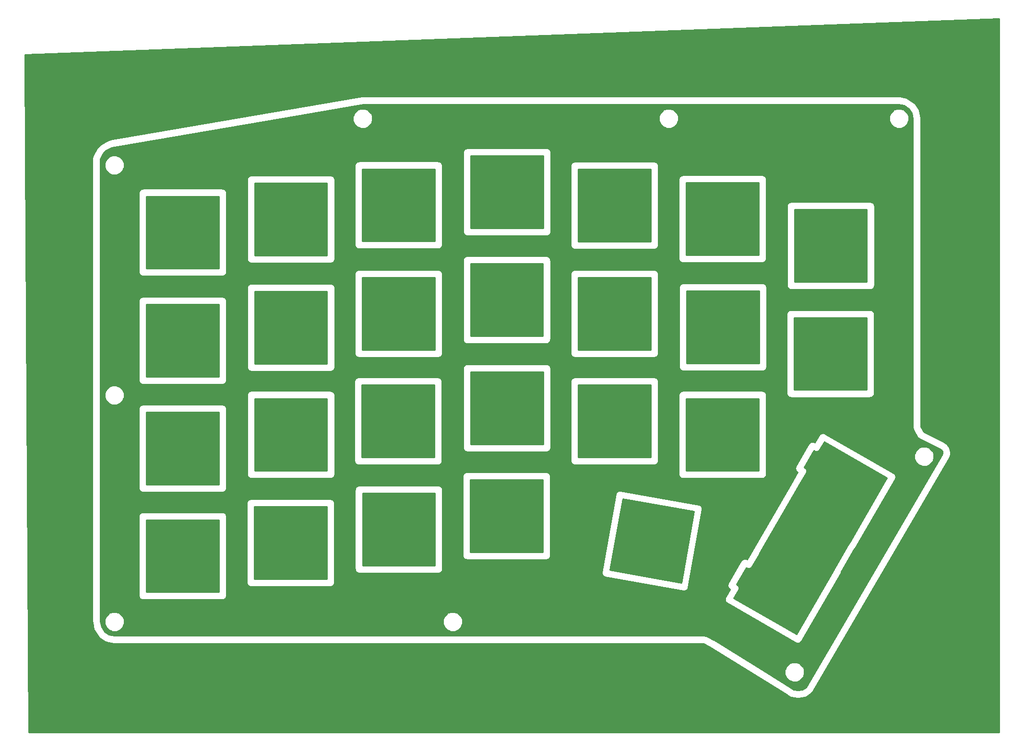
<source format=gbr>
G04 #@! TF.FileFunction,Copper,L2,Bot,Signal*
%FSLAX46Y46*%
G04 Gerber Fmt 4.6, Leading zero omitted, Abs format (unit mm)*
G04 Created by KiCad (PCBNEW 4.0.7) date 03/06/18 14:01:04*
%MOMM*%
%LPD*%
G01*
G04 APERTURE LIST*
%ADD10C,0.100000*%
%ADD11C,0.254000*%
G04 APERTURE END LIST*
D10*
D11*
G36*
X228473000Y-152273000D02*
X57276330Y-152273000D01*
X56739436Y-50800000D01*
X68505000Y-50800000D01*
X68505000Y-132715000D01*
X68518642Y-132783584D01*
X68518642Y-132853514D01*
X68760324Y-134068534D01*
X68841168Y-134263707D01*
X68866339Y-134324475D01*
X69554593Y-135354519D01*
X69750481Y-135550407D01*
X70780525Y-136238661D01*
X70831591Y-136259813D01*
X71036466Y-136344676D01*
X72251487Y-136586358D01*
X72321416Y-136586358D01*
X72390000Y-136600000D01*
X176362392Y-136600000D01*
X177453672Y-137145640D01*
X190750805Y-145377199D01*
X191614566Y-145954345D01*
X191870507Y-146060359D01*
X192901485Y-146265434D01*
X193178514Y-146265434D01*
X194209493Y-146060360D01*
X194465434Y-145954345D01*
X195339455Y-145370343D01*
X195354730Y-145355068D01*
X195374154Y-145345620D01*
X195452180Y-145257618D01*
X195535343Y-145174455D01*
X195543609Y-145154500D01*
X195557941Y-145138335D01*
X219687941Y-103863334D01*
X219718265Y-103775572D01*
X219759786Y-103692530D01*
X219906117Y-103158186D01*
X219911969Y-103075845D01*
X219925756Y-102881854D01*
X219856463Y-102332185D01*
X219783847Y-102114339D01*
X219768859Y-102069374D01*
X219494492Y-101588063D01*
X219369953Y-101444470D01*
X219312982Y-101378781D01*
X218875312Y-101039105D01*
X218812764Y-101007831D01*
X218757521Y-100964957D01*
X216217522Y-99694957D01*
X215159203Y-99165797D01*
X214705000Y-98257392D01*
X214705000Y-43815000D01*
X214691358Y-43746416D01*
X214691358Y-43676487D01*
X214449676Y-42461466D01*
X214343661Y-42205526D01*
X214343661Y-42205525D01*
X213655407Y-41175481D01*
X213459519Y-40979593D01*
X212429475Y-40291339D01*
X212173534Y-40185324D01*
X210958514Y-39943642D01*
X210888584Y-39943642D01*
X210820000Y-39930000D01*
X116205000Y-39930000D01*
X116145590Y-39941818D01*
X116085035Y-39940208D01*
X71635036Y-47560208D01*
X71537854Y-47597469D01*
X71437478Y-47624957D01*
X70167478Y-48259957D01*
X70077578Y-48329729D01*
X69982954Y-48392954D01*
X69347954Y-49027954D01*
X69284729Y-49122578D01*
X69214957Y-49212478D01*
X68579957Y-50482478D01*
X68573219Y-50507084D01*
X68559046Y-50528295D01*
X68536844Y-50639913D01*
X68506787Y-50749669D01*
X68509977Y-50774977D01*
X68505000Y-50800000D01*
X56739436Y-50800000D01*
X56642649Y-32507377D01*
X228473000Y-26166773D01*
X228473000Y-152273000D01*
X228473000Y-152273000D01*
G37*
X228473000Y-152273000D02*
X57276330Y-152273000D01*
X56739436Y-50800000D01*
X68505000Y-50800000D01*
X68505000Y-132715000D01*
X68518642Y-132783584D01*
X68518642Y-132853514D01*
X68760324Y-134068534D01*
X68841168Y-134263707D01*
X68866339Y-134324475D01*
X69554593Y-135354519D01*
X69750481Y-135550407D01*
X70780525Y-136238661D01*
X70831591Y-136259813D01*
X71036466Y-136344676D01*
X72251487Y-136586358D01*
X72321416Y-136586358D01*
X72390000Y-136600000D01*
X176362392Y-136600000D01*
X177453672Y-137145640D01*
X190750805Y-145377199D01*
X191614566Y-145954345D01*
X191870507Y-146060359D01*
X192901485Y-146265434D01*
X193178514Y-146265434D01*
X194209493Y-146060360D01*
X194465434Y-145954345D01*
X195339455Y-145370343D01*
X195354730Y-145355068D01*
X195374154Y-145345620D01*
X195452180Y-145257618D01*
X195535343Y-145174455D01*
X195543609Y-145154500D01*
X195557941Y-145138335D01*
X219687941Y-103863334D01*
X219718265Y-103775572D01*
X219759786Y-103692530D01*
X219906117Y-103158186D01*
X219911969Y-103075845D01*
X219925756Y-102881854D01*
X219856463Y-102332185D01*
X219783847Y-102114339D01*
X219768859Y-102069374D01*
X219494492Y-101588063D01*
X219369953Y-101444470D01*
X219312982Y-101378781D01*
X218875312Y-101039105D01*
X218812764Y-101007831D01*
X218757521Y-100964957D01*
X216217522Y-99694957D01*
X215159203Y-99165797D01*
X214705000Y-98257392D01*
X214705000Y-43815000D01*
X214691358Y-43746416D01*
X214691358Y-43676487D01*
X214449676Y-42461466D01*
X214343661Y-42205526D01*
X214343661Y-42205525D01*
X213655407Y-41175481D01*
X213459519Y-40979593D01*
X212429475Y-40291339D01*
X212173534Y-40185324D01*
X210958514Y-39943642D01*
X210888584Y-39943642D01*
X210820000Y-39930000D01*
X116205000Y-39930000D01*
X116145590Y-39941818D01*
X116085035Y-39940208D01*
X71635036Y-47560208D01*
X71537854Y-47597469D01*
X71437478Y-47624957D01*
X70167478Y-48259957D01*
X70077578Y-48329729D01*
X69982954Y-48392954D01*
X69347954Y-49027954D01*
X69284729Y-49122578D01*
X69214957Y-49212478D01*
X68579957Y-50482478D01*
X68573219Y-50507084D01*
X68559046Y-50528295D01*
X68536844Y-50639913D01*
X68506787Y-50749669D01*
X68509977Y-50774977D01*
X68505000Y-50800000D01*
X56739436Y-50800000D01*
X56642649Y-32507377D01*
X228473000Y-26166773D01*
X228473000Y-152273000D01*
G36*
X211757993Y-41550488D02*
X212553183Y-42081817D01*
X213084512Y-42877007D01*
X213285000Y-43884931D01*
X213285000Y-98425000D01*
X213289977Y-98450023D01*
X213286787Y-98475331D01*
X213316844Y-98585087D01*
X213339046Y-98696705D01*
X213353219Y-98717916D01*
X213359957Y-98742522D01*
X213994957Y-100012522D01*
X214049540Y-100082852D01*
X214093628Y-100160193D01*
X214133704Y-100191296D01*
X214164807Y-100231372D01*
X214242148Y-100275460D01*
X214312478Y-100330043D01*
X218059932Y-102203770D01*
X218330790Y-102413983D01*
X218465277Y-102649906D01*
X218499242Y-102919339D01*
X218414897Y-103227337D01*
X194414585Y-144280503D01*
X193793950Y-144695197D01*
X193040002Y-144845167D01*
X192286050Y-144695197D01*
X191529455Y-144189657D01*
X191517877Y-144184861D01*
X191508712Y-144176312D01*
X186889166Y-141316593D01*
X190659677Y-141316593D01*
X190669975Y-141632507D01*
X190669699Y-141948599D01*
X190681184Y-141976395D01*
X190682164Y-142006453D01*
X190902901Y-142539359D01*
X190915954Y-142544581D01*
X190933281Y-142586515D01*
X191420918Y-143075004D01*
X191465149Y-143093370D01*
X191470641Y-143107099D01*
X191766448Y-143218481D01*
X192058373Y-143339699D01*
X192088448Y-143339725D01*
X192116593Y-143350323D01*
X192432507Y-143340025D01*
X192748599Y-143340301D01*
X192776395Y-143328816D01*
X192806453Y-143327836D01*
X193339359Y-143107099D01*
X193344581Y-143094046D01*
X193386515Y-143076719D01*
X193875004Y-142589082D01*
X193893370Y-142544851D01*
X193907099Y-142539359D01*
X194018481Y-142243552D01*
X194139699Y-141951627D01*
X194139725Y-141921552D01*
X194150323Y-141893407D01*
X194140025Y-141577493D01*
X194140301Y-141261401D01*
X194128816Y-141233605D01*
X194127836Y-141203547D01*
X193907099Y-140670641D01*
X193894046Y-140665419D01*
X193876719Y-140623485D01*
X193389082Y-140134996D01*
X193344851Y-140116630D01*
X193339359Y-140102901D01*
X193043552Y-139991519D01*
X192751627Y-139870301D01*
X192721552Y-139870275D01*
X192693407Y-139859677D01*
X192377493Y-139869975D01*
X192061401Y-139869699D01*
X192033605Y-139881184D01*
X192003547Y-139882164D01*
X191470641Y-140102901D01*
X191465419Y-140115954D01*
X191423485Y-140133281D01*
X190934996Y-140620918D01*
X190916630Y-140665149D01*
X190902901Y-140670641D01*
X190791519Y-140966448D01*
X190670301Y-141258373D01*
X190670275Y-141288448D01*
X190659677Y-141316593D01*
X186889166Y-141316593D01*
X178173712Y-135921312D01*
X178143231Y-135909910D01*
X178117522Y-135889957D01*
X176847522Y-135254957D01*
X176822916Y-135248219D01*
X176801705Y-135234046D01*
X176690087Y-135211844D01*
X176580331Y-135181787D01*
X176555023Y-135184977D01*
X176530000Y-135180000D01*
X72459931Y-135180000D01*
X71452007Y-134979512D01*
X70656817Y-134448183D01*
X70125488Y-133652993D01*
X69925000Y-132645069D01*
X69925000Y-132426593D01*
X70644677Y-132426593D01*
X70654975Y-132742507D01*
X70654699Y-133058599D01*
X70666184Y-133086395D01*
X70667164Y-133116453D01*
X70887901Y-133649359D01*
X70900954Y-133654581D01*
X70918281Y-133696515D01*
X71405918Y-134185004D01*
X71450149Y-134203370D01*
X71455641Y-134217099D01*
X71751448Y-134328481D01*
X72043373Y-134449699D01*
X72073448Y-134449725D01*
X72101593Y-134460323D01*
X72417507Y-134450025D01*
X72733599Y-134450301D01*
X72761395Y-134438816D01*
X72791453Y-134437836D01*
X73324359Y-134217099D01*
X73329581Y-134204046D01*
X73371515Y-134186719D01*
X73860004Y-133699082D01*
X73878370Y-133654851D01*
X73892099Y-133649359D01*
X74003481Y-133353552D01*
X74124699Y-133061627D01*
X74124725Y-133031552D01*
X74135323Y-133003407D01*
X74125025Y-132687493D01*
X74125252Y-132426593D01*
X130334677Y-132426593D01*
X130344975Y-132742507D01*
X130344699Y-133058599D01*
X130356184Y-133086395D01*
X130357164Y-133116453D01*
X130577901Y-133649359D01*
X130590954Y-133654581D01*
X130608281Y-133696515D01*
X131095918Y-134185004D01*
X131140149Y-134203370D01*
X131145641Y-134217099D01*
X131441448Y-134328481D01*
X131733373Y-134449699D01*
X131763448Y-134449725D01*
X131791593Y-134460323D01*
X132107507Y-134450025D01*
X132423599Y-134450301D01*
X132451395Y-134438816D01*
X132481453Y-134437836D01*
X133014359Y-134217099D01*
X133019581Y-134204046D01*
X133061515Y-134186719D01*
X133550004Y-133699082D01*
X133568370Y-133654851D01*
X133582099Y-133649359D01*
X133693481Y-133353552D01*
X133814699Y-133061627D01*
X133814725Y-133031552D01*
X133825323Y-133003407D01*
X133815025Y-132687493D01*
X133815301Y-132371401D01*
X133803816Y-132343605D01*
X133802836Y-132313547D01*
X133582099Y-131780641D01*
X133569046Y-131775419D01*
X133551719Y-131733485D01*
X133064082Y-131244996D01*
X133019851Y-131226630D01*
X133014359Y-131212901D01*
X132718552Y-131101519D01*
X132426627Y-130980301D01*
X132396552Y-130980275D01*
X132368407Y-130969677D01*
X132052493Y-130979975D01*
X131736401Y-130979699D01*
X131708605Y-130991184D01*
X131678547Y-130992164D01*
X131145641Y-131212901D01*
X131140419Y-131225954D01*
X131098485Y-131243281D01*
X130609996Y-131730918D01*
X130591630Y-131775149D01*
X130577901Y-131780641D01*
X130466519Y-132076448D01*
X130345301Y-132368373D01*
X130345275Y-132398448D01*
X130334677Y-132426593D01*
X74125252Y-132426593D01*
X74125301Y-132371401D01*
X74113816Y-132343605D01*
X74112836Y-132313547D01*
X73892099Y-131780641D01*
X73879046Y-131775419D01*
X73861719Y-131733485D01*
X73374082Y-131244996D01*
X73329851Y-131226630D01*
X73324359Y-131212901D01*
X73028552Y-131101519D01*
X72736627Y-130980301D01*
X72706552Y-130980275D01*
X72678407Y-130969677D01*
X72362493Y-130979975D01*
X72046401Y-130979699D01*
X72018605Y-130991184D01*
X71988547Y-130992164D01*
X71455641Y-131212901D01*
X71450419Y-131225954D01*
X71408485Y-131243281D01*
X70919996Y-131730918D01*
X70901630Y-131775149D01*
X70887901Y-131780641D01*
X70776519Y-132076448D01*
X70655301Y-132368373D01*
X70655275Y-132398448D01*
X70644677Y-132426593D01*
X69925000Y-132426593D01*
X69925000Y-114115000D01*
X76678700Y-114115000D01*
X76678700Y-128085000D01*
X76679946Y-128091265D01*
X76679800Y-128092000D01*
X76679800Y-128099000D01*
X76688893Y-128144711D01*
X76687004Y-128191338D01*
X76688104Y-128198338D01*
X76695380Y-128218134D01*
X76695402Y-128239340D01*
X76696602Y-128245340D01*
X76716421Y-128293046D01*
X76721229Y-128321106D01*
X76723153Y-128336898D01*
X76724276Y-128338887D01*
X76725184Y-128344186D01*
X76727484Y-128350186D01*
X76730816Y-128355472D01*
X76730943Y-128356110D01*
X76731984Y-128362186D01*
X76734284Y-128368186D01*
X76748996Y-128391527D01*
X76751269Y-128402391D01*
X76759786Y-128414869D01*
X76768092Y-128441114D01*
X76771392Y-128447115D01*
X76776393Y-128453063D01*
X76777992Y-128458114D01*
X76781292Y-128464115D01*
X76793543Y-128478683D01*
X76799142Y-128492161D01*
X76825842Y-128518805D01*
X76854543Y-128569647D01*
X76858843Y-128574647D01*
X76862768Y-128577719D01*
X76867243Y-128585647D01*
X76871543Y-128590647D01*
X76888822Y-128604174D01*
X76890186Y-128606495D01*
X76891019Y-128607124D01*
X76901951Y-128623140D01*
X76907051Y-128628140D01*
X76934096Y-128645826D01*
X76953310Y-128668675D01*
X76963741Y-128674091D01*
X76973959Y-128685995D01*
X76979060Y-128689995D01*
X77028858Y-128715213D01*
X77059815Y-128743446D01*
X77069182Y-128746830D01*
X77076195Y-128752429D01*
X77081995Y-128755429D01*
X77085960Y-128756573D01*
X77093295Y-128762429D01*
X77099095Y-128765429D01*
X77101458Y-128766111D01*
X77103441Y-128767609D01*
X77109641Y-128770609D01*
X77145034Y-128779809D01*
X77164562Y-128792857D01*
X77189368Y-128797791D01*
X77213133Y-128810890D01*
X77219433Y-128812890D01*
X77266552Y-128818144D01*
X77311183Y-128834270D01*
X77317783Y-128835270D01*
X77324316Y-128834969D01*
X77330683Y-128837270D01*
X77337283Y-128838270D01*
X77349513Y-128837707D01*
X77355887Y-128839547D01*
X77383638Y-128836434D01*
X77426700Y-128845000D01*
X77433300Y-128845000D01*
X77434086Y-128844844D01*
X77439900Y-128846000D01*
X91409900Y-128846000D01*
X91415714Y-128844844D01*
X91416500Y-128845000D01*
X91423100Y-128845000D01*
X91466003Y-128836466D01*
X91477112Y-128838084D01*
X91478235Y-128837800D01*
X91493813Y-128839547D01*
X91500201Y-128837703D01*
X91512517Y-128838270D01*
X91519116Y-128837270D01*
X91526193Y-128834713D01*
X91533559Y-128835035D01*
X91540059Y-128834035D01*
X91583940Y-128818067D01*
X91630367Y-128812890D01*
X91636667Y-128810890D01*
X91660432Y-128797791D01*
X91685238Y-128792857D01*
X91703288Y-128780796D01*
X91736205Y-128772459D01*
X91742505Y-128769459D01*
X91746207Y-128766698D01*
X91750605Y-128765429D01*
X91753367Y-128764000D01*
X180101000Y-128764000D01*
X180101000Y-128771000D01*
X180102293Y-128777500D01*
X180101000Y-128784000D01*
X180101000Y-128790000D01*
X180103796Y-128804056D01*
X180102724Y-128812559D01*
X180108982Y-128835409D01*
X180106885Y-128873874D01*
X180107885Y-128880874D01*
X180112782Y-128894797D01*
X180112320Y-128909613D01*
X180113320Y-128915614D01*
X180117034Y-128925436D01*
X180117023Y-128935934D01*
X180125590Y-128956677D01*
X180127356Y-128978184D01*
X180129356Y-128985184D01*
X180136502Y-128999091D01*
X180137065Y-129005647D01*
X180141781Y-129014742D01*
X180143152Y-129025616D01*
X180145152Y-129031616D01*
X180151156Y-129042148D01*
X180153143Y-129052138D01*
X180174923Y-129084734D01*
X180186317Y-129126341D01*
X180189317Y-129132341D01*
X180193530Y-129137770D01*
X180195475Y-129144358D01*
X180203625Y-129154443D01*
X180207849Y-129165613D01*
X180215038Y-129173265D01*
X180219046Y-129182970D01*
X180223045Y-129188970D01*
X180241959Y-129207923D01*
X180260105Y-129242916D01*
X180264105Y-129247916D01*
X180269954Y-129252840D01*
X180273105Y-129258916D01*
X180277105Y-129263916D01*
X180287673Y-129272812D01*
X180294514Y-129284813D01*
X180327550Y-129310453D01*
X180353187Y-129343485D01*
X180359154Y-129346886D01*
X180363474Y-129352232D01*
X180369473Y-129357231D01*
X180381622Y-129363843D01*
X180390084Y-129373895D01*
X180395084Y-129377895D01*
X180440460Y-129401425D01*
X180449285Y-129408854D01*
X180480492Y-129436223D01*
X192578492Y-136421223D01*
X192583399Y-136422889D01*
X192583997Y-136423425D01*
X192599407Y-136428846D01*
X192614659Y-136440683D01*
X192626659Y-136446683D01*
X192664819Y-136457133D01*
X192683862Y-136469857D01*
X192704174Y-136473897D01*
X192723384Y-136484848D01*
X192729384Y-136486848D01*
X192768612Y-136491793D01*
X192788996Y-136501568D01*
X192809287Y-136502674D01*
X192836126Y-136512115D01*
X192842223Y-136512986D01*
X192846387Y-136513680D01*
X192868760Y-136512982D01*
X192884441Y-136517276D01*
X192890617Y-136516497D01*
X192893807Y-136517522D01*
X192914814Y-136515797D01*
X192946000Y-136522000D01*
X192953000Y-136522000D01*
X192959500Y-136520707D01*
X192966000Y-136522000D01*
X192972000Y-136522000D01*
X192986056Y-136519204D01*
X192994559Y-136520276D01*
X193014354Y-136514855D01*
X193033559Y-136517276D01*
X193040799Y-136515293D01*
X193055874Y-136516115D01*
X193062874Y-136515115D01*
X193076797Y-136510218D01*
X193091613Y-136510680D01*
X193097614Y-136509680D01*
X193108687Y-136505493D01*
X193113531Y-136505342D01*
X193129423Y-136498170D01*
X193160184Y-136495644D01*
X193167184Y-136493644D01*
X193181091Y-136486498D01*
X193187647Y-136485935D01*
X193209015Y-136474854D01*
X193234138Y-136469857D01*
X193253181Y-136457133D01*
X193291341Y-136446683D01*
X193303341Y-136440683D01*
X193308774Y-136436467D01*
X193314341Y-136433683D01*
X193325256Y-136425212D01*
X193338422Y-136421038D01*
X193343623Y-136416660D01*
X193347613Y-136415151D01*
X193366550Y-136397361D01*
X193379540Y-136386425D01*
X193424916Y-136362895D01*
X193429916Y-136358895D01*
X193438377Y-136348843D01*
X193450526Y-136342232D01*
X193456526Y-136337232D01*
X193460845Y-136331888D01*
X193466813Y-136328486D01*
X193492453Y-136295450D01*
X193525485Y-136269813D01*
X193532325Y-136257813D01*
X193542895Y-136248916D01*
X193546895Y-136243916D01*
X193550046Y-136237840D01*
X193555895Y-136232916D01*
X193559895Y-136227916D01*
X193583875Y-136181673D01*
X193618223Y-136142508D01*
X200603223Y-124044508D01*
X200604889Y-124039601D01*
X200605425Y-124039003D01*
X200627988Y-123974860D01*
X200651857Y-123939138D01*
X200653844Y-123929148D01*
X200659848Y-123918616D01*
X200661848Y-123912616D01*
X200662532Y-123907187D01*
X200666848Y-123899616D01*
X200668848Y-123893616D01*
X200671931Y-123869162D01*
X203030285Y-119784357D01*
X203031813Y-119783486D01*
X203053345Y-119755743D01*
X203070368Y-119744368D01*
X203075368Y-119739368D01*
X203087936Y-119720559D01*
X203108895Y-119702916D01*
X203112895Y-119697916D01*
X203125313Y-119673968D01*
X203143158Y-119656161D01*
X203152495Y-119633685D01*
X203184223Y-119597508D01*
X210169223Y-107499508D01*
X210177982Y-107473706D01*
X210190683Y-107457341D01*
X210193683Y-107451341D01*
X210196710Y-107440287D01*
X210197683Y-107438341D01*
X210204184Y-107414601D01*
X210217857Y-107394138D01*
X210219844Y-107384148D01*
X210225848Y-107373616D01*
X210227848Y-107367616D01*
X210233306Y-107324322D01*
X210234848Y-107321616D01*
X210235176Y-107319017D01*
X210249568Y-107289004D01*
X210250857Y-107265349D01*
X210259115Y-107241874D01*
X210259143Y-107241678D01*
X210260680Y-107237613D01*
X210261680Y-107231613D01*
X210260924Y-107207405D01*
X210268276Y-107180559D01*
X210265198Y-107156141D01*
X210270000Y-107132000D01*
X210270000Y-107125000D01*
X210268707Y-107118500D01*
X210270000Y-107112000D01*
X210270000Y-107105000D01*
X210265198Y-107080859D01*
X210268276Y-107056441D01*
X210263246Y-107038072D01*
X210264115Y-107022126D01*
X210263115Y-107015126D01*
X210257299Y-106998592D01*
X210257680Y-106986387D01*
X210256680Y-106980387D01*
X210253583Y-106972197D01*
X210253342Y-106964469D01*
X210236802Y-106927817D01*
X210236222Y-106926281D01*
X210234848Y-106915384D01*
X210233144Y-106912394D01*
X210227848Y-106870384D01*
X210225848Y-106864384D01*
X210220150Y-106854388D01*
X210217857Y-106842862D01*
X210211840Y-106833856D01*
X210208857Y-106818862D01*
X210199298Y-106804556D01*
X210197683Y-106798659D01*
X210196105Y-106795503D01*
X210193683Y-106786659D01*
X210190683Y-106780659D01*
X210184521Y-106772719D01*
X210183683Y-106769659D01*
X210180683Y-106763659D01*
X210169077Y-106748705D01*
X210162151Y-106730388D01*
X210129889Y-106696047D01*
X210114190Y-106668508D01*
X210097895Y-106637084D01*
X210093895Y-106632084D01*
X210083325Y-106623187D01*
X210076485Y-106611187D01*
X210063208Y-106600883D01*
X210060368Y-106596632D01*
X210058409Y-106594673D01*
X210052368Y-106585632D01*
X210047368Y-106580632D01*
X210029229Y-106568512D01*
X210016813Y-106552514D01*
X209997012Y-106541227D01*
X209980916Y-106522105D01*
X209975916Y-106518105D01*
X209930540Y-106494575D01*
X209921570Y-106487024D01*
X209890486Y-106459765D01*
X204272858Y-103216593D01*
X213519677Y-103216593D01*
X213529975Y-103532507D01*
X213529699Y-103848599D01*
X213541184Y-103876395D01*
X213542164Y-103906453D01*
X213762901Y-104439359D01*
X213775954Y-104444581D01*
X213793281Y-104486515D01*
X214280918Y-104975004D01*
X214325149Y-104993370D01*
X214330641Y-105007099D01*
X214626448Y-105118481D01*
X214918373Y-105239699D01*
X214948448Y-105239725D01*
X214976593Y-105250323D01*
X215292507Y-105240025D01*
X215608599Y-105240301D01*
X215636395Y-105228816D01*
X215666453Y-105227836D01*
X216199359Y-105007099D01*
X216204581Y-104994046D01*
X216246515Y-104976719D01*
X216735004Y-104489082D01*
X216753370Y-104444851D01*
X216767099Y-104439359D01*
X216878481Y-104143552D01*
X216999699Y-103851627D01*
X216999725Y-103821552D01*
X217010323Y-103793407D01*
X217000025Y-103477493D01*
X217000301Y-103161401D01*
X216988816Y-103133605D01*
X216987836Y-103103547D01*
X216767099Y-102570641D01*
X216754046Y-102565419D01*
X216736719Y-102523485D01*
X216249082Y-102034996D01*
X216204851Y-102016630D01*
X216199359Y-102002901D01*
X215903552Y-101891519D01*
X215611627Y-101770301D01*
X215581552Y-101770275D01*
X215553407Y-101759677D01*
X215237493Y-101769975D01*
X214921401Y-101769699D01*
X214893605Y-101781184D01*
X214863547Y-101782164D01*
X214330641Y-102002901D01*
X214325419Y-102015954D01*
X214283485Y-102033281D01*
X213794996Y-102520918D01*
X213776630Y-102565149D01*
X213762901Y-102570641D01*
X213651519Y-102866448D01*
X213530301Y-103158373D01*
X213530275Y-103188448D01*
X213519677Y-103216593D01*
X204272858Y-103216593D01*
X197791487Y-99474765D01*
X197771781Y-99468076D01*
X197755341Y-99455317D01*
X197743341Y-99449317D01*
X197706875Y-99439331D01*
X197687138Y-99426143D01*
X197666826Y-99422103D01*
X197647616Y-99411152D01*
X197641616Y-99409152D01*
X197594184Y-99403173D01*
X197588506Y-99401026D01*
X197565531Y-99390658D01*
X197560687Y-99390507D01*
X197549614Y-99386320D01*
X197543613Y-99385320D01*
X197528797Y-99385782D01*
X197514874Y-99380885D01*
X197507874Y-99379885D01*
X197492799Y-99380707D01*
X197485559Y-99378724D01*
X197466354Y-99381145D01*
X197446559Y-99375724D01*
X197438668Y-99376719D01*
X197425000Y-99374000D01*
X197418000Y-99374000D01*
X197411500Y-99375293D01*
X197405000Y-99374000D01*
X197398000Y-99374000D01*
X197384332Y-99376719D01*
X197376441Y-99375724D01*
X197356331Y-99381231D01*
X197336441Y-99378724D01*
X197320760Y-99383018D01*
X197298387Y-99382320D01*
X197294223Y-99383014D01*
X197288126Y-99383885D01*
X197261287Y-99393326D01*
X197240996Y-99394432D01*
X197220612Y-99404207D01*
X197181384Y-99409152D01*
X197175384Y-99411152D01*
X197156174Y-99422103D01*
X197135862Y-99426143D01*
X197116819Y-99438867D01*
X197078659Y-99449317D01*
X197066659Y-99455317D01*
X197061226Y-99459533D01*
X197055659Y-99462317D01*
X197047784Y-99468429D01*
X197035997Y-99472575D01*
X197034296Y-99474100D01*
X197031578Y-99474962D01*
X196990460Y-99509575D01*
X196945084Y-99533105D01*
X196940084Y-99537105D01*
X196923986Y-99556229D01*
X196904187Y-99567515D01*
X196891772Y-99583511D01*
X196873632Y-99595632D01*
X196868632Y-99600632D01*
X196862591Y-99609673D01*
X196860632Y-99611632D01*
X196857793Y-99615881D01*
X196844514Y-99626187D01*
X196837673Y-99638188D01*
X196827105Y-99647084D01*
X196823105Y-99652084D01*
X196797627Y-99701215D01*
X196751768Y-99753509D01*
X196004550Y-101047773D01*
X195947994Y-101015058D01*
X195907942Y-101001425D01*
X195892341Y-100989317D01*
X195886341Y-100986317D01*
X195862601Y-100979816D01*
X195842138Y-100966143D01*
X195815569Y-100960858D01*
X195793184Y-100949356D01*
X195786184Y-100947356D01*
X195759361Y-100945153D01*
X195737004Y-100934432D01*
X195715602Y-100933265D01*
X195693821Y-100925461D01*
X195691792Y-100925560D01*
X195689874Y-100924885D01*
X195689679Y-100924857D01*
X195685614Y-100923320D01*
X195679613Y-100922320D01*
X195655405Y-100923076D01*
X195628559Y-100915724D01*
X195604141Y-100918802D01*
X195580000Y-100914000D01*
X195573000Y-100914000D01*
X195566500Y-100915293D01*
X195560000Y-100914000D01*
X195553000Y-100914000D01*
X195528859Y-100918802D01*
X195504441Y-100915724D01*
X195486072Y-100920754D01*
X195470126Y-100919885D01*
X195463126Y-100920885D01*
X195446592Y-100926701D01*
X195434387Y-100926320D01*
X195428387Y-100927320D01*
X195420197Y-100930417D01*
X195412470Y-100930658D01*
X195375822Y-100947196D01*
X195374281Y-100947778D01*
X195363384Y-100949152D01*
X195361638Y-100950147D01*
X195325235Y-100954009D01*
X195322175Y-100955674D01*
X195318384Y-100956152D01*
X195312384Y-100958152D01*
X195302388Y-100963850D01*
X195290862Y-100966143D01*
X195270399Y-100979816D01*
X195264587Y-100981408D01*
X195255862Y-100983143D01*
X195254204Y-100984251D01*
X195246659Y-100986317D01*
X195243503Y-100987895D01*
X195234659Y-100990317D01*
X195228659Y-100993317D01*
X195204729Y-101011889D01*
X195178388Y-101021849D01*
X195176725Y-101023412D01*
X195170570Y-101025617D01*
X195165570Y-101028617D01*
X195131729Y-101059317D01*
X195090473Y-101081769D01*
X195085575Y-101085850D01*
X195085084Y-101086105D01*
X195080084Y-101090105D01*
X195071187Y-101100675D01*
X195059187Y-101107515D01*
X195047835Y-101122142D01*
X195033632Y-101131632D01*
X195028632Y-101136632D01*
X195002388Y-101175908D01*
X194970105Y-101203084D01*
X194966105Y-101208084D01*
X194942575Y-101253460D01*
X194934936Y-101262534D01*
X194907753Y-101293534D01*
X192621753Y-105253535D01*
X192615070Y-105273227D01*
X192602317Y-105289659D01*
X192596317Y-105301659D01*
X192585867Y-105339819D01*
X192573143Y-105358862D01*
X192566437Y-105392573D01*
X192549356Y-105425816D01*
X192547356Y-105432816D01*
X192546664Y-105441237D01*
X192545356Y-105445816D01*
X192543495Y-105468477D01*
X192533320Y-105495386D01*
X192532320Y-105501387D01*
X192533272Y-105531879D01*
X192525724Y-105559441D01*
X192526392Y-105564743D01*
X192520724Y-105585441D01*
X192523575Y-105608056D01*
X192521000Y-105621000D01*
X192521000Y-105627000D01*
X192522293Y-105633500D01*
X192521000Y-105640000D01*
X192521000Y-105647000D01*
X192526544Y-105674869D01*
X192523478Y-105712193D01*
X192530711Y-105734716D01*
X192529885Y-105749874D01*
X192530885Y-105756874D01*
X192548730Y-105807604D01*
X192554152Y-105850616D01*
X192554733Y-105852359D01*
X192556152Y-105863616D01*
X192558152Y-105869616D01*
X192569103Y-105888826D01*
X192573143Y-105909138D01*
X192585867Y-105928181D01*
X192596317Y-105966341D01*
X192602317Y-105978341D01*
X192606533Y-105983774D01*
X192609317Y-105989341D01*
X192615429Y-105997216D01*
X192619575Y-106009003D01*
X192621100Y-106010704D01*
X192621962Y-106013422D01*
X192656575Y-106054540D01*
X192680105Y-106099916D01*
X192684105Y-106104916D01*
X192716388Y-106132092D01*
X192742632Y-106171368D01*
X192747632Y-106176368D01*
X192761835Y-106185858D01*
X192773187Y-106200485D01*
X192785187Y-106207325D01*
X192794084Y-106217895D01*
X192799084Y-106221895D01*
X192799575Y-106222150D01*
X192804473Y-106226231D01*
X192845729Y-106248683D01*
X192879570Y-106279383D01*
X192884570Y-106282383D01*
X192890696Y-106284578D01*
X192900690Y-106293337D01*
X192957181Y-106325928D01*
X192111805Y-107790263D01*
X192099998Y-107804290D01*
X192079514Y-107820187D01*
X192077397Y-107823901D01*
X192045105Y-107851084D01*
X192041105Y-107856084D01*
X192038874Y-107860386D01*
X192032105Y-107866084D01*
X192028105Y-107871084D01*
X192017865Y-107890831D01*
X192010842Y-107897839D01*
X192010576Y-107898479D01*
X192001045Y-107908030D01*
X191997046Y-107914030D01*
X191988172Y-107935517D01*
X191969777Y-107956492D01*
X184984777Y-120054492D01*
X184983111Y-120059399D01*
X184982575Y-120059997D01*
X184960012Y-120124140D01*
X184936143Y-120159862D01*
X184932103Y-120180174D01*
X184921152Y-120199384D01*
X184919152Y-120205384D01*
X184918626Y-120209558D01*
X184914065Y-120218353D01*
X184912459Y-120237049D01*
X184056161Y-121719675D01*
X184009149Y-121692570D01*
X184004454Y-121690979D01*
X184004003Y-121690575D01*
X183970339Y-121678733D01*
X183954341Y-121666317D01*
X183948341Y-121663317D01*
X183946007Y-121662678D01*
X183936835Y-121656386D01*
X183929835Y-121653386D01*
X183914662Y-121650175D01*
X183904138Y-121643143D01*
X183838528Y-121630092D01*
X183831616Y-121626152D01*
X183829017Y-121625824D01*
X183799004Y-121611432D01*
X183777602Y-121610265D01*
X183755821Y-121602461D01*
X183753792Y-121602560D01*
X183751874Y-121601885D01*
X183751679Y-121601857D01*
X183747614Y-121600320D01*
X183741613Y-121599320D01*
X183717405Y-121600076D01*
X183690559Y-121592724D01*
X183666141Y-121595802D01*
X183642000Y-121591000D01*
X183635000Y-121591000D01*
X183628500Y-121592293D01*
X183622000Y-121591000D01*
X183615000Y-121591000D01*
X183590859Y-121595802D01*
X183566441Y-121592724D01*
X183548072Y-121597754D01*
X183532126Y-121596885D01*
X183525126Y-121597885D01*
X183508592Y-121603701D01*
X183496387Y-121603320D01*
X183490387Y-121604320D01*
X183482197Y-121607417D01*
X183474470Y-121607658D01*
X183460360Y-121614025D01*
X183458066Y-121614023D01*
X183430153Y-121625551D01*
X183425384Y-121626152D01*
X183418472Y-121630092D01*
X183352862Y-121643143D01*
X183332399Y-121656816D01*
X183326587Y-121658408D01*
X183317862Y-121660143D01*
X183316204Y-121661251D01*
X183308659Y-121663317D01*
X183305503Y-121664895D01*
X183296659Y-121667317D01*
X183284659Y-121673317D01*
X183262567Y-121690463D01*
X183240388Y-121698849D01*
X183238725Y-121700412D01*
X183232570Y-121702617D01*
X183227570Y-121705617D01*
X183220289Y-121712222D01*
X183211030Y-121716046D01*
X183205030Y-121720046D01*
X183181555Y-121743472D01*
X183162199Y-121752616D01*
X183147497Y-121768823D01*
X183145967Y-121769577D01*
X183134485Y-121782671D01*
X183095632Y-121808632D01*
X183085632Y-121818632D01*
X183060597Y-121856100D01*
X183032105Y-121880084D01*
X183028105Y-121885084D01*
X183009530Y-121920903D01*
X182982617Y-121950570D01*
X182979617Y-121955570D01*
X182977366Y-121961852D01*
X182969753Y-121970534D01*
X180683753Y-125930535D01*
X180677070Y-125950227D01*
X180664317Y-125966659D01*
X180658317Y-125978659D01*
X180647867Y-126016819D01*
X180635143Y-126035862D01*
X180628437Y-126069573D01*
X180611356Y-126102816D01*
X180609356Y-126109816D01*
X180608664Y-126118237D01*
X180607356Y-126122816D01*
X180605495Y-126145477D01*
X180595320Y-126172386D01*
X180594320Y-126178387D01*
X180595085Y-126202893D01*
X180585478Y-126232807D01*
X180587998Y-126263486D01*
X180584724Y-126275441D01*
X180585796Y-126283944D01*
X180583000Y-126298000D01*
X180583000Y-126304000D01*
X180584392Y-126311000D01*
X180583000Y-126318000D01*
X180583000Y-126324000D01*
X180588544Y-126351869D01*
X180585478Y-126389193D01*
X180592711Y-126411716D01*
X180591885Y-126426874D01*
X180592885Y-126433874D01*
X180604766Y-126467649D01*
X180607356Y-126499184D01*
X180609356Y-126506184D01*
X180615260Y-126517674D01*
X180618152Y-126540616D01*
X180620152Y-126546616D01*
X180631103Y-126565826D01*
X180635143Y-126586138D01*
X180647867Y-126605181D01*
X180658317Y-126643341D01*
X180664317Y-126655341D01*
X180668533Y-126660774D01*
X180671317Y-126666341D01*
X180677429Y-126674216D01*
X180681575Y-126686003D01*
X180683100Y-126687704D01*
X180683962Y-126690422D01*
X180718575Y-126731540D01*
X180727977Y-126749671D01*
X180729842Y-126754161D01*
X180730802Y-126755119D01*
X180742105Y-126776916D01*
X180746105Y-126781916D01*
X180778388Y-126809092D01*
X180804632Y-126848368D01*
X180809632Y-126853368D01*
X180823835Y-126862858D01*
X180835187Y-126877485D01*
X180847187Y-126884325D01*
X180856084Y-126894895D01*
X180861084Y-126898895D01*
X180862488Y-126899623D01*
X180866084Y-126903895D01*
X180871084Y-126907895D01*
X180897760Y-126921728D01*
X180919030Y-126942954D01*
X180925030Y-126946954D01*
X180945507Y-126955411D01*
X180962155Y-126970028D01*
X181009490Y-126997393D01*
X180201762Y-128396518D01*
X180200102Y-128401410D01*
X180199575Y-128401997D01*
X180177012Y-128466140D01*
X180153143Y-128501862D01*
X180151156Y-128511852D01*
X180145152Y-128522384D01*
X180143152Y-128528384D01*
X180142468Y-128533813D01*
X180138152Y-128541384D01*
X180136152Y-128547384D01*
X180131731Y-128582451D01*
X180122605Y-128604550D01*
X180121432Y-128606996D01*
X180121407Y-128607450D01*
X180117023Y-128618066D01*
X180117042Y-128636622D01*
X180110885Y-128654126D01*
X180110015Y-128660218D01*
X180109320Y-128664387D01*
X180110329Y-128696703D01*
X180105478Y-128711807D01*
X180107203Y-128732814D01*
X180101000Y-128764000D01*
X91753367Y-128764000D01*
X91756405Y-128762429D01*
X91763684Y-128756619D01*
X91767805Y-128755429D01*
X91773605Y-128752429D01*
X91774177Y-128751973D01*
X91774877Y-128751769D01*
X91782149Y-128745939D01*
X91791220Y-128742638D01*
X91821414Y-128714974D01*
X91870741Y-128689995D01*
X91875841Y-128685994D01*
X91886058Y-128674092D01*
X91896490Y-128668675D01*
X91913626Y-128648297D01*
X91937879Y-128632771D01*
X91943080Y-128627771D01*
X91954527Y-128611346D01*
X91956761Y-128609680D01*
X91960694Y-128603078D01*
X91961581Y-128602370D01*
X91972999Y-128594293D01*
X91974315Y-128592205D01*
X91982485Y-128585683D01*
X91982838Y-128585044D01*
X91983408Y-128584587D01*
X91987608Y-128579587D01*
X91989842Y-128575520D01*
X91990957Y-128574647D01*
X91995257Y-128569647D01*
X92026778Y-128513810D01*
X92056712Y-128482962D01*
X92060332Y-128473837D01*
X92068508Y-128464114D01*
X92071808Y-128458114D01*
X92073407Y-128453061D01*
X92078408Y-128447114D01*
X92081708Y-128441114D01*
X92088815Y-128418655D01*
X92095897Y-128408494D01*
X92098987Y-128394410D01*
X92115516Y-128368186D01*
X92117816Y-128362186D01*
X92118997Y-128355293D01*
X92122216Y-128350186D01*
X92124516Y-128344186D01*
X92125380Y-128339142D01*
X92126647Y-128336898D01*
X92128817Y-128319087D01*
X92134210Y-128287610D01*
X92155270Y-128234525D01*
X92156370Y-128228525D01*
X92156208Y-128217762D01*
X92160051Y-128207740D01*
X92161251Y-128200740D01*
X92160982Y-128190616D01*
X92162349Y-128186296D01*
X92160209Y-128161533D01*
X92159885Y-128149348D01*
X92169900Y-128099000D01*
X92169900Y-128092000D01*
X92169804Y-128091516D01*
X92171100Y-128085000D01*
X92171100Y-114115000D01*
X92169900Y-114108967D01*
X92169900Y-114102000D01*
X92159317Y-114048794D01*
X92162349Y-114013704D01*
X92158779Y-114002423D01*
X92159296Y-113989662D01*
X92158196Y-113982662D01*
X92157799Y-113981582D01*
X92157798Y-113980661D01*
X92156598Y-113974660D01*
X92144948Y-113946617D01*
X92135499Y-113920909D01*
X92129238Y-113884373D01*
X92126647Y-113863102D01*
X92125134Y-113860422D01*
X92124516Y-113856814D01*
X92122216Y-113850814D01*
X92119232Y-113846081D01*
X92117816Y-113837814D01*
X92115516Y-113831814D01*
X92093969Y-113797629D01*
X92081708Y-113758886D01*
X92078408Y-113752886D01*
X92073407Y-113746939D01*
X92071808Y-113741886D01*
X92068508Y-113735886D01*
X92066707Y-113733744D01*
X92065991Y-113731797D01*
X92063639Y-113729246D01*
X92061936Y-113724210D01*
X92023329Y-113680080D01*
X91995257Y-113630353D01*
X91990957Y-113625353D01*
X91988878Y-113623726D01*
X91987608Y-113621413D01*
X91983408Y-113616413D01*
X91982838Y-113615956D01*
X91982485Y-113615317D01*
X91975584Y-113609808D01*
X91972999Y-113605707D01*
X91950576Y-113589844D01*
X91948658Y-113588314D01*
X91932649Y-113564860D01*
X91927549Y-113559860D01*
X91911855Y-113549597D01*
X91896490Y-113531325D01*
X91892738Y-113529377D01*
X91889340Y-113525126D01*
X91886299Y-113523450D01*
X91885951Y-113523052D01*
X91880752Y-113519053D01*
X91857063Y-113507336D01*
X91825990Y-113490209D01*
X91825907Y-113490142D01*
X91791220Y-113458362D01*
X91782149Y-113455061D01*
X91774877Y-113449231D01*
X91774177Y-113449027D01*
X91773605Y-113448571D01*
X91767805Y-113445571D01*
X91763684Y-113444381D01*
X91756405Y-113438571D01*
X91750605Y-113435571D01*
X91731176Y-113429963D01*
X91723905Y-113424541D01*
X91717605Y-113421541D01*
X91715041Y-113420892D01*
X91703859Y-113413579D01*
X91691334Y-113411216D01*
X91685238Y-113407143D01*
X91669663Y-113404045D01*
X91655267Y-113396110D01*
X91648967Y-113394110D01*
X91599495Y-113388594D01*
X91540059Y-113366965D01*
X91533559Y-113365965D01*
X91528662Y-113366179D01*
X91519116Y-113362730D01*
X91512517Y-113361730D01*
X91497213Y-113362434D01*
X91493813Y-113361453D01*
X91484498Y-113362498D01*
X91458512Y-113355916D01*
X91440727Y-113358506D01*
X91423100Y-113355000D01*
X91416500Y-113355000D01*
X91415714Y-113355156D01*
X91409900Y-113354000D01*
X77439900Y-113354000D01*
X77434086Y-113355156D01*
X77433300Y-113355000D01*
X77426700Y-113355000D01*
X77409073Y-113358506D01*
X77391288Y-113355916D01*
X77365271Y-113362506D01*
X77355887Y-113361453D01*
X77352501Y-113362430D01*
X77337283Y-113361730D01*
X77330683Y-113362730D01*
X77321861Y-113365918D01*
X77317783Y-113365730D01*
X77311183Y-113366730D01*
X77249327Y-113389080D01*
X77197703Y-113395079D01*
X77191503Y-113397080D01*
X77178376Y-113404395D01*
X77164562Y-113407143D01*
X77158466Y-113411216D01*
X77145940Y-113413579D01*
X77134759Y-113420891D01*
X77132196Y-113421540D01*
X77125895Y-113424541D01*
X77118687Y-113429916D01*
X77099095Y-113435571D01*
X77093295Y-113438571D01*
X77085960Y-113444427D01*
X77081995Y-113445571D01*
X77076195Y-113448571D01*
X77069182Y-113454170D01*
X77059815Y-113457554D01*
X77023830Y-113490373D01*
X77023238Y-113490846D01*
X76982135Y-113513751D01*
X76963860Y-113523005D01*
X76959764Y-113526217D01*
X76958032Y-113527182D01*
X76955758Y-113530054D01*
X76953310Y-113531325D01*
X76937945Y-113549597D01*
X76922251Y-113559860D01*
X76917151Y-113564860D01*
X76902799Y-113585885D01*
X76883831Y-113600734D01*
X76876801Y-113605707D01*
X76876142Y-113606753D01*
X76871543Y-113610353D01*
X76867243Y-113615353D01*
X76863779Y-113621489D01*
X76858843Y-113625353D01*
X76854543Y-113630353D01*
X76824762Y-113683109D01*
X76800274Y-113711636D01*
X76788834Y-113723701D01*
X76787959Y-113725983D01*
X76784674Y-113729810D01*
X76783572Y-113733174D01*
X76781292Y-113735885D01*
X76777992Y-113741886D01*
X76776393Y-113746937D01*
X76771392Y-113752885D01*
X76768092Y-113758886D01*
X76755831Y-113797629D01*
X76734284Y-113831814D01*
X76731984Y-113837814D01*
X76730605Y-113845863D01*
X76727484Y-113850814D01*
X76725184Y-113856814D01*
X76724522Y-113860677D01*
X76723153Y-113863102D01*
X76720808Y-113882354D01*
X76714993Y-113916288D01*
X76693149Y-113973260D01*
X76691949Y-113980260D01*
X76692021Y-113982976D01*
X76691030Y-113985475D01*
X76689930Y-113991475D01*
X76690137Y-114005218D01*
X76687451Y-114013704D01*
X76690453Y-114048443D01*
X76679800Y-114102000D01*
X76679800Y-114109000D01*
X76679847Y-114109235D01*
X76678700Y-114115000D01*
X69925000Y-114115000D01*
X69925000Y-111793000D01*
X95730800Y-111793000D01*
X95730800Y-125763000D01*
X95732096Y-125769516D01*
X95732000Y-125770000D01*
X95732000Y-125777000D01*
X95742015Y-125827348D01*
X95740939Y-125867838D01*
X95740563Y-125872941D01*
X95740785Y-125873613D01*
X95740649Y-125878740D01*
X95741849Y-125885740D01*
X95745692Y-125895762D01*
X95745530Y-125906525D01*
X95746630Y-125912525D01*
X95757094Y-125938903D01*
X95757317Y-125949168D01*
X95769694Y-125977308D01*
X95777384Y-126022186D01*
X95779684Y-126028186D01*
X95783016Y-126033472D01*
X95783143Y-126034110D01*
X95784184Y-126040186D01*
X95786484Y-126046186D01*
X95801196Y-126069527D01*
X95803469Y-126080391D01*
X95814435Y-126096456D01*
X95824435Y-126126714D01*
X95827835Y-126132713D01*
X95839212Y-126145899D01*
X95845188Y-126160962D01*
X95854840Y-126170909D01*
X95863855Y-126192182D01*
X95864845Y-126193638D01*
X95864926Y-126193822D01*
X95866473Y-126196032D01*
X95867255Y-126197182D01*
X95867329Y-126197255D01*
X95869126Y-126199822D01*
X95899494Y-126228901D01*
X95899577Y-126228983D01*
X95916378Y-126259937D01*
X95918166Y-126261386D01*
X95919443Y-126263647D01*
X95923743Y-126268647D01*
X95941414Y-126282480D01*
X95954151Y-126301140D01*
X95959251Y-126306140D01*
X95998338Y-126331701D01*
X96026059Y-126363995D01*
X96031160Y-126367995D01*
X96051165Y-126378125D01*
X96057776Y-126384630D01*
X96082714Y-126394723D01*
X96112015Y-126421446D01*
X96118783Y-126423892D01*
X96124064Y-126428169D01*
X96129763Y-126431169D01*
X96132326Y-126431929D01*
X96134202Y-126433397D01*
X96138016Y-126434459D01*
X96145495Y-126440429D01*
X96151295Y-126443429D01*
X96155693Y-126444698D01*
X96159395Y-126447459D01*
X96165696Y-126450460D01*
X96198614Y-126458798D01*
X96216662Y-126470857D01*
X96240021Y-126475504D01*
X96262303Y-126487920D01*
X96268503Y-126489921D01*
X96281734Y-126491459D01*
X96284051Y-126492709D01*
X96290551Y-126494709D01*
X96324377Y-126498176D01*
X96363383Y-126512270D01*
X96369983Y-126513270D01*
X96390067Y-126512346D01*
X96408087Y-126517547D01*
X96423665Y-126515800D01*
X96424788Y-126516084D01*
X96435897Y-126514466D01*
X96478800Y-126523000D01*
X96481945Y-126523000D01*
X96492000Y-126525000D01*
X110462000Y-126525000D01*
X110472055Y-126523000D01*
X110475000Y-126523000D01*
X110513416Y-126515359D01*
X110536559Y-126518276D01*
X110564121Y-126510728D01*
X110594613Y-126511680D01*
X110600614Y-126510680D01*
X110627523Y-126500505D01*
X110650184Y-126498644D01*
X110654763Y-126497336D01*
X110663184Y-126496644D01*
X110670184Y-126494644D01*
X110684091Y-126487498D01*
X110690647Y-126486935D01*
X110712015Y-126475854D01*
X110737138Y-126470857D01*
X110756181Y-126458133D01*
X110794341Y-126447683D01*
X110806341Y-126441683D01*
X110811774Y-126437467D01*
X110817341Y-126434683D01*
X110828256Y-126426212D01*
X110841422Y-126422038D01*
X110846623Y-126417660D01*
X110850613Y-126416151D01*
X110869550Y-126398361D01*
X110882540Y-126387425D01*
X110900671Y-126378023D01*
X110905161Y-126376158D01*
X110906119Y-126375198D01*
X110927916Y-126363895D01*
X110932916Y-126359895D01*
X110960092Y-126327612D01*
X110999368Y-126301368D01*
X111004368Y-126296368D01*
X111013858Y-126282165D01*
X111028485Y-126270813D01*
X111035325Y-126258813D01*
X111045895Y-126249916D01*
X111049895Y-126244916D01*
X111050623Y-126243512D01*
X111054895Y-126239916D01*
X111058895Y-126234916D01*
X111072728Y-126208240D01*
X111093954Y-126186970D01*
X111097954Y-126180970D01*
X111101210Y-126173086D01*
X111103954Y-126168970D01*
X111107963Y-126159264D01*
X111115151Y-126151612D01*
X111133480Y-126103138D01*
X111152857Y-126074138D01*
X111155564Y-126060529D01*
X111169857Y-126039138D01*
X111172150Y-126027612D01*
X111177848Y-126017616D01*
X111179848Y-126011616D01*
X111180371Y-126007471D01*
X111184848Y-125999616D01*
X111186848Y-125993616D01*
X111191450Y-125957109D01*
X111205977Y-125921934D01*
X111205966Y-125911435D01*
X111209680Y-125901613D01*
X111210680Y-125895613D01*
X111210218Y-125880797D01*
X111215115Y-125866874D01*
X111216115Y-125859874D01*
X111213835Y-125818047D01*
X111222000Y-125777000D01*
X111222000Y-125770000D01*
X111221804Y-125769014D01*
X111223000Y-125763000D01*
X111223000Y-111793000D01*
X111221903Y-111787486D01*
X111222000Y-111787000D01*
X111222000Y-111780000D01*
X111212121Y-111730336D01*
X111213680Y-111680387D01*
X111212986Y-111676223D01*
X111212115Y-111670126D01*
X111205958Y-111652622D01*
X111205977Y-111634066D01*
X111191269Y-111598451D01*
X111186848Y-111563384D01*
X111184848Y-111557384D01*
X111180532Y-111549813D01*
X111179848Y-111544384D01*
X111177848Y-111538384D01*
X111171844Y-111527852D01*
X111169857Y-111517862D01*
X111145988Y-111482140D01*
X111123425Y-111417997D01*
X111120353Y-111414570D01*
X111120038Y-111413578D01*
X111109987Y-111401638D01*
X111103954Y-111387030D01*
X111099954Y-111381030D01*
X111097468Y-111378539D01*
X111093954Y-111370030D01*
X111089954Y-111364030D01*
X111073508Y-111347549D01*
X111062895Y-111327084D01*
X111058895Y-111322084D01*
X111052126Y-111316386D01*
X111049895Y-111312084D01*
X111046251Y-111307529D01*
X111045486Y-111306187D01*
X111037072Y-111299657D01*
X111035325Y-111298187D01*
X111028485Y-111286187D01*
X111000743Y-111264657D01*
X110989368Y-111247632D01*
X110984368Y-111242632D01*
X110965559Y-111230064D01*
X110955334Y-111217918D01*
X110948813Y-111209515D01*
X110947475Y-111208752D01*
X110942916Y-111205105D01*
X110922550Y-111194544D01*
X110918541Y-111192259D01*
X110901161Y-111174842D01*
X110876750Y-111164701D01*
X110869550Y-111158639D01*
X110850613Y-111140849D01*
X110846623Y-111139340D01*
X110841422Y-111134962D01*
X110828256Y-111130788D01*
X110817341Y-111122317D01*
X110811341Y-111119317D01*
X110808281Y-111118479D01*
X110800341Y-111112317D01*
X110794341Y-111109317D01*
X110778255Y-111104912D01*
X110762138Y-111094143D01*
X110753288Y-111092383D01*
X110751835Y-111091386D01*
X110744835Y-111088386D01*
X110740674Y-111087505D01*
X110737138Y-111085143D01*
X110727148Y-111083156D01*
X110716616Y-111077152D01*
X110710616Y-111075152D01*
X110659986Y-111068770D01*
X110600614Y-111046320D01*
X110594613Y-111045320D01*
X110582408Y-111045701D01*
X110565874Y-111039885D01*
X110558874Y-111038885D01*
X110540754Y-111039873D01*
X110536559Y-111038724D01*
X110520015Y-111040810D01*
X110483352Y-111033051D01*
X110479171Y-111033830D01*
X110475000Y-111033000D01*
X110469000Y-111033000D01*
X110468014Y-111033196D01*
X110462000Y-111032000D01*
X96492000Y-111032000D01*
X96486236Y-111033146D01*
X96485500Y-111033000D01*
X96478800Y-111033000D01*
X96459054Y-111036928D01*
X96439118Y-111034151D01*
X96415515Y-111040286D01*
X96408087Y-111039453D01*
X96403882Y-111040667D01*
X96387840Y-111039965D01*
X96381341Y-111040965D01*
X96373321Y-111043884D01*
X96369983Y-111043730D01*
X96363383Y-111044730D01*
X96303081Y-111066518D01*
X96252933Y-111072110D01*
X96246633Y-111074110D01*
X96232237Y-111082045D01*
X96216662Y-111085143D01*
X96210566Y-111089216D01*
X96198040Y-111091579D01*
X96184748Y-111100272D01*
X96180441Y-111101391D01*
X96174241Y-111104391D01*
X96168764Y-111108529D01*
X96151295Y-111113571D01*
X96145495Y-111116571D01*
X96138016Y-111122541D01*
X96134202Y-111123603D01*
X96132326Y-111125071D01*
X96129763Y-111125831D01*
X96124064Y-111128831D01*
X96118783Y-111133108D01*
X96112015Y-111135554D01*
X96082238Y-111162711D01*
X96074475Y-111169000D01*
X96020357Y-111198829D01*
X96016060Y-111201005D01*
X96015234Y-111201653D01*
X96012561Y-111203126D01*
X96011227Y-111204795D01*
X96010959Y-111205005D01*
X95993513Y-111225329D01*
X95974351Y-111237860D01*
X95969251Y-111242860D01*
X95954785Y-111264053D01*
X95936031Y-111278734D01*
X95929001Y-111283707D01*
X95928342Y-111284753D01*
X95923743Y-111288353D01*
X95919443Y-111293353D01*
X95918166Y-111295614D01*
X95916378Y-111297063D01*
X95912666Y-111303902D01*
X95905792Y-111309413D01*
X95901592Y-111314413D01*
X95874585Y-111363579D01*
X95837735Y-111406287D01*
X95834335Y-111412286D01*
X95832477Y-111417907D01*
X95827835Y-111423287D01*
X95824435Y-111429286D01*
X95810318Y-111472001D01*
X95786484Y-111509814D01*
X95784184Y-111515814D01*
X95782805Y-111523863D01*
X95779684Y-111528814D01*
X95777384Y-111534814D01*
X95775960Y-111543125D01*
X95772913Y-111548672D01*
X95769149Y-111582872D01*
X95766401Y-111598909D01*
X95756952Y-111624618D01*
X95745302Y-111652660D01*
X95744102Y-111658660D01*
X95744101Y-111659582D01*
X95743704Y-111660662D01*
X95742604Y-111667662D01*
X95742937Y-111675877D01*
X95740563Y-111683059D01*
X95743459Y-111722391D01*
X95732000Y-111780000D01*
X95732000Y-111786967D01*
X95730800Y-111793000D01*
X69925000Y-111793000D01*
X69925000Y-95122700D01*
X76678700Y-95122700D01*
X76678700Y-109093000D01*
X76679847Y-109098765D01*
X76679800Y-109099000D01*
X76679800Y-109106000D01*
X76690453Y-109159557D01*
X76687451Y-109194296D01*
X76690137Y-109202782D01*
X76689930Y-109216525D01*
X76691030Y-109222525D01*
X76692021Y-109225024D01*
X76691949Y-109227740D01*
X76693149Y-109234740D01*
X76714993Y-109291712D01*
X76720808Y-109325646D01*
X76723153Y-109344898D01*
X76724522Y-109347323D01*
X76725184Y-109351186D01*
X76727484Y-109357186D01*
X76730605Y-109362137D01*
X76731984Y-109370186D01*
X76734284Y-109376186D01*
X76755831Y-109410371D01*
X76768092Y-109449114D01*
X76771392Y-109455115D01*
X76776393Y-109461063D01*
X76777992Y-109466114D01*
X76781292Y-109472115D01*
X76783572Y-109474826D01*
X76784674Y-109478190D01*
X76787959Y-109482017D01*
X76788834Y-109484299D01*
X76800274Y-109496364D01*
X76824762Y-109524891D01*
X76854543Y-109577647D01*
X76858843Y-109582647D01*
X76863779Y-109586511D01*
X76867243Y-109592647D01*
X76871543Y-109597647D01*
X76876142Y-109601247D01*
X76876801Y-109602293D01*
X76883831Y-109607266D01*
X76902799Y-109622115D01*
X76917151Y-109643140D01*
X76922251Y-109648140D01*
X76937945Y-109658403D01*
X76953310Y-109676675D01*
X76955758Y-109677946D01*
X76958032Y-109680818D01*
X76959764Y-109681783D01*
X76963860Y-109684995D01*
X76982135Y-109694249D01*
X77023238Y-109717154D01*
X77023830Y-109717627D01*
X77059815Y-109750446D01*
X77069182Y-109753830D01*
X77076195Y-109759429D01*
X77081995Y-109762429D01*
X77085960Y-109763573D01*
X77093295Y-109769429D01*
X77099095Y-109772429D01*
X77118687Y-109778084D01*
X77125895Y-109783459D01*
X77132196Y-109786460D01*
X77134759Y-109787109D01*
X77145940Y-109794421D01*
X77158466Y-109796784D01*
X77164562Y-109800857D01*
X77178376Y-109803605D01*
X77191503Y-109810920D01*
X77197703Y-109812921D01*
X77249327Y-109818920D01*
X77311183Y-109841270D01*
X77317783Y-109842270D01*
X77321861Y-109842082D01*
X77330683Y-109845270D01*
X77337283Y-109846270D01*
X77352501Y-109845570D01*
X77355887Y-109846547D01*
X77365271Y-109845494D01*
X77391288Y-109852084D01*
X77409073Y-109849494D01*
X77426700Y-109853000D01*
X77433300Y-109853000D01*
X77434086Y-109852844D01*
X77439900Y-109854000D01*
X91409900Y-109854000D01*
X91415714Y-109852844D01*
X91416500Y-109853000D01*
X91423100Y-109853000D01*
X91440727Y-109849494D01*
X91458512Y-109852084D01*
X91484498Y-109845502D01*
X91493813Y-109846547D01*
X91497213Y-109845566D01*
X91512517Y-109846270D01*
X91519116Y-109845270D01*
X91528662Y-109841821D01*
X91533559Y-109842035D01*
X91540059Y-109841035D01*
X91599495Y-109819406D01*
X91648967Y-109813890D01*
X91655267Y-109811890D01*
X91669663Y-109803955D01*
X91685238Y-109800857D01*
X91691334Y-109796784D01*
X91703859Y-109794421D01*
X91715041Y-109787108D01*
X91717605Y-109786459D01*
X91723905Y-109783459D01*
X91731176Y-109778037D01*
X91750605Y-109772429D01*
X91756405Y-109769429D01*
X91763684Y-109763619D01*
X91767805Y-109762429D01*
X91773605Y-109759429D01*
X91774177Y-109758973D01*
X91774877Y-109758769D01*
X91782149Y-109752939D01*
X91791220Y-109749638D01*
X91825907Y-109717858D01*
X91825990Y-109717791D01*
X91857063Y-109700664D01*
X91880752Y-109688947D01*
X91885951Y-109684948D01*
X91886299Y-109684550D01*
X91889340Y-109682874D01*
X91892738Y-109678623D01*
X91896490Y-109676675D01*
X91911855Y-109658403D01*
X91927549Y-109648140D01*
X91932649Y-109643140D01*
X91948658Y-109619686D01*
X91950576Y-109618156D01*
X91972999Y-109602293D01*
X91975584Y-109598192D01*
X91982485Y-109592683D01*
X91982838Y-109592044D01*
X91983408Y-109591587D01*
X91987608Y-109586587D01*
X91988878Y-109584274D01*
X91990957Y-109582647D01*
X91995257Y-109577647D01*
X92023329Y-109527920D01*
X92061936Y-109483790D01*
X92063639Y-109478754D01*
X92065991Y-109476203D01*
X92066707Y-109474256D01*
X92068508Y-109472114D01*
X92071808Y-109466114D01*
X92073407Y-109461061D01*
X92078408Y-109455114D01*
X92081708Y-109449114D01*
X92093453Y-109412000D01*
X114823000Y-109412000D01*
X114823000Y-123382000D01*
X114824097Y-123387514D01*
X114824000Y-123388000D01*
X114824000Y-123395000D01*
X114828802Y-123419141D01*
X114825724Y-123443559D01*
X114833076Y-123470405D01*
X114832320Y-123494613D01*
X114833320Y-123500614D01*
X114834857Y-123504679D01*
X114834885Y-123504874D01*
X114858911Y-123573176D01*
X114866152Y-123630616D01*
X114868152Y-123636616D01*
X114874156Y-123647148D01*
X114876143Y-123657138D01*
X114881877Y-123665720D01*
X114885143Y-123682138D01*
X114895166Y-123697138D01*
X114896317Y-123701341D01*
X114897290Y-123703287D01*
X114900317Y-123714341D01*
X114903317Y-123720341D01*
X114909479Y-123728281D01*
X114910317Y-123731341D01*
X114913317Y-123737341D01*
X114919429Y-123745216D01*
X114923575Y-123757003D01*
X114925100Y-123758704D01*
X114925962Y-123761422D01*
X114967271Y-123810496D01*
X114985544Y-123842550D01*
X114996105Y-123862916D01*
X114999752Y-123867475D01*
X115000515Y-123868813D01*
X115008918Y-123875334D01*
X115010673Y-123876812D01*
X115017514Y-123888813D01*
X115029405Y-123898041D01*
X115033632Y-123904368D01*
X115038632Y-123909368D01*
X115049422Y-123916578D01*
X115056632Y-123927368D01*
X115061632Y-123932368D01*
X115067960Y-123936596D01*
X115077187Y-123948485D01*
X115089187Y-123955325D01*
X115098084Y-123965895D01*
X115103084Y-123969895D01*
X115111339Y-123974176D01*
X115120089Y-123984492D01*
X115167582Y-124008896D01*
X115189578Y-124027412D01*
X115200570Y-124037383D01*
X115203543Y-124039167D01*
X115204578Y-124040038D01*
X115205462Y-124040318D01*
X115205570Y-124040383D01*
X115219021Y-124045203D01*
X115228659Y-124052683D01*
X115234659Y-124055683D01*
X115254192Y-124061032D01*
X115283862Y-124080857D01*
X115300280Y-124084123D01*
X115308862Y-124089857D01*
X115329174Y-124093897D01*
X115348384Y-124104848D01*
X115354384Y-124106848D01*
X115361804Y-124107783D01*
X115362927Y-124108104D01*
X115369816Y-124111644D01*
X115376816Y-124113644D01*
X115419905Y-124117183D01*
X115457179Y-124130539D01*
X115459434Y-124130429D01*
X115465387Y-124132680D01*
X115471387Y-124133680D01*
X115521336Y-124132121D01*
X115571000Y-124142000D01*
X115578000Y-124142000D01*
X115578486Y-124141903D01*
X115584000Y-124143000D01*
X129554000Y-124143000D01*
X129560014Y-124141804D01*
X129561000Y-124142000D01*
X129568000Y-124142000D01*
X129609047Y-124133835D01*
X129650874Y-124136115D01*
X129657874Y-124135115D01*
X129672212Y-124130071D01*
X129681821Y-124130539D01*
X129719095Y-124117183D01*
X129762184Y-124113644D01*
X129769184Y-124111644D01*
X129776073Y-124108104D01*
X129777196Y-124107783D01*
X129784616Y-124106848D01*
X129790616Y-124104848D01*
X129809826Y-124093897D01*
X129830138Y-124089857D01*
X129838720Y-124084123D01*
X129855138Y-124080857D01*
X129865400Y-124074000D01*
X158390000Y-124074000D01*
X158390000Y-124080000D01*
X158391392Y-124087000D01*
X158390000Y-124094000D01*
X158390000Y-124100000D01*
X158390830Y-124104171D01*
X158390051Y-124108352D01*
X158397810Y-124145015D01*
X158395724Y-124161559D01*
X158396873Y-124165754D01*
X158395885Y-124183874D01*
X158396885Y-124190874D01*
X158402701Y-124207408D01*
X158402320Y-124219613D01*
X158403320Y-124225614D01*
X158409631Y-124242304D01*
X158410432Y-124257004D01*
X158426454Y-124290415D01*
X158432152Y-124335616D01*
X158434152Y-124341616D01*
X158440156Y-124352148D01*
X158442143Y-124362138D01*
X158444505Y-124365674D01*
X158445386Y-124369835D01*
X158448386Y-124376835D01*
X158449383Y-124378288D01*
X158451143Y-124387138D01*
X158461912Y-124403255D01*
X158466317Y-124419341D01*
X158469317Y-124425341D01*
X158475479Y-124433281D01*
X158476317Y-124436341D01*
X158479317Y-124442341D01*
X158487788Y-124453256D01*
X158491962Y-124466422D01*
X158496340Y-124471623D01*
X158497849Y-124475613D01*
X158515639Y-124494550D01*
X158521701Y-124501750D01*
X158531842Y-124526161D01*
X158549259Y-124543541D01*
X158551544Y-124547550D01*
X158562105Y-124567916D01*
X158565752Y-124572475D01*
X158566515Y-124573813D01*
X158574918Y-124580334D01*
X158587064Y-124590559D01*
X158599632Y-124609368D01*
X158604632Y-124614368D01*
X158621657Y-124625743D01*
X158643187Y-124653485D01*
X158655187Y-124660325D01*
X158664084Y-124670895D01*
X158669084Y-124674895D01*
X158673386Y-124677126D01*
X158679084Y-124683895D01*
X158684084Y-124687895D01*
X158685245Y-124688497D01*
X158686089Y-124689492D01*
X158705520Y-124699476D01*
X158721030Y-124714954D01*
X158727030Y-124718954D01*
X158751690Y-124729138D01*
X158770578Y-124745038D01*
X158771570Y-124745353D01*
X158774997Y-124748425D01*
X158855244Y-124776653D01*
X158865294Y-124781864D01*
X158914384Y-124809848D01*
X158920384Y-124811848D01*
X158924558Y-124812374D01*
X158933353Y-124816935D01*
X158972401Y-124820289D01*
X158974066Y-124820977D01*
X158977881Y-124820973D01*
X159018047Y-124836593D01*
X172776047Y-127262593D01*
X172785941Y-127262377D01*
X172789387Y-127263680D01*
X172795387Y-127264680D01*
X172827703Y-127263671D01*
X172842807Y-127268522D01*
X172863814Y-127266797D01*
X172895000Y-127273000D01*
X172902000Y-127273000D01*
X172908500Y-127271707D01*
X172915000Y-127273000D01*
X172921000Y-127273000D01*
X172962262Y-127264792D01*
X173004874Y-127267115D01*
X173011874Y-127266115D01*
X173025797Y-127261218D01*
X173040613Y-127261680D01*
X173046614Y-127260680D01*
X173056436Y-127256966D01*
X173066934Y-127256977D01*
X173087677Y-127248410D01*
X173109184Y-127246644D01*
X173116184Y-127244644D01*
X173130091Y-127237498D01*
X173136647Y-127236935D01*
X173145742Y-127232219D01*
X173156616Y-127230848D01*
X173162616Y-127228848D01*
X173173148Y-127222844D01*
X173183138Y-127220857D01*
X173220919Y-127195613D01*
X173225298Y-127193117D01*
X173264312Y-127178365D01*
X173287422Y-127171038D01*
X173290467Y-127168475D01*
X173296613Y-127166151D01*
X173304265Y-127158962D01*
X173313970Y-127154954D01*
X173319970Y-127150955D01*
X173322463Y-127148467D01*
X173330970Y-127144954D01*
X173336970Y-127140955D01*
X173344015Y-127133924D01*
X173346970Y-127131955D01*
X173355495Y-127123447D01*
X173373916Y-127113895D01*
X173378916Y-127109895D01*
X173385953Y-127101536D01*
X173394813Y-127096485D01*
X173401812Y-127087467D01*
X173415813Y-127079486D01*
X173452807Y-127031820D01*
X173483072Y-127006343D01*
X173491486Y-126999813D01*
X173492251Y-126998471D01*
X173495895Y-126993916D01*
X173498126Y-126989614D01*
X173504895Y-126983916D01*
X173508895Y-126978916D01*
X173518083Y-126961199D01*
X173536158Y-126943161D01*
X173542118Y-126928814D01*
X173545954Y-126924970D01*
X173549954Y-126918970D01*
X173557037Y-126901819D01*
X173569425Y-126888003D01*
X173573571Y-126876216D01*
X173579683Y-126868341D01*
X173582683Y-126862341D01*
X173594547Y-126819017D01*
X173623848Y-126767616D01*
X173625848Y-126761616D01*
X173626532Y-126756187D01*
X173630848Y-126748616D01*
X173632848Y-126742616D01*
X173637269Y-126707549D01*
X173651977Y-126671934D01*
X173651964Y-126659428D01*
X173657593Y-126644953D01*
X176083593Y-112886953D01*
X176083222Y-112869942D01*
X176087115Y-112858874D01*
X176088115Y-112851874D01*
X176086018Y-112813410D01*
X176092276Y-112790559D01*
X176091204Y-112782056D01*
X176094000Y-112768000D01*
X176094000Y-112762000D01*
X176092707Y-112755500D01*
X176094000Y-112749000D01*
X176094000Y-112742000D01*
X176084121Y-112692336D01*
X176085680Y-112642387D01*
X176084986Y-112638223D01*
X176084115Y-112632126D01*
X176077958Y-112614622D01*
X176077977Y-112596066D01*
X176073593Y-112585450D01*
X176073568Y-112584996D01*
X176072395Y-112582550D01*
X176063269Y-112560451D01*
X176058848Y-112525384D01*
X176056848Y-112519384D01*
X176052532Y-112511813D01*
X176051848Y-112506384D01*
X176049848Y-112500384D01*
X176043844Y-112489852D01*
X176041857Y-112479862D01*
X176017988Y-112444140D01*
X175995425Y-112379997D01*
X175992353Y-112376570D01*
X175992038Y-112375578D01*
X175981987Y-112363638D01*
X175975954Y-112349030D01*
X175971954Y-112343030D01*
X175969468Y-112340539D01*
X175965954Y-112332030D01*
X175961954Y-112326030D01*
X175952425Y-112316481D01*
X175952158Y-112315839D01*
X175945135Y-112308831D01*
X175934895Y-112289084D01*
X175930895Y-112284084D01*
X175924126Y-112278386D01*
X175921895Y-112274084D01*
X175918251Y-112269529D01*
X175917486Y-112268187D01*
X175909072Y-112261657D01*
X175885602Y-112241900D01*
X175883485Y-112238187D01*
X175863004Y-112222292D01*
X175827334Y-112179918D01*
X175820813Y-112171515D01*
X175819475Y-112170752D01*
X175814916Y-112167105D01*
X175810614Y-112164874D01*
X175804916Y-112158105D01*
X175799916Y-112154105D01*
X175780169Y-112143865D01*
X175773161Y-112136842D01*
X175772521Y-112136576D01*
X175762970Y-112127045D01*
X175756970Y-112123046D01*
X175732310Y-112112862D01*
X175713422Y-112096962D01*
X175693298Y-112090582D01*
X175672341Y-112074317D01*
X175666341Y-112071317D01*
X175625349Y-112060091D01*
X175588616Y-112039152D01*
X175582616Y-112037152D01*
X175581669Y-112037033D01*
X175576616Y-112034152D01*
X175570616Y-112032152D01*
X175562857Y-112031174D01*
X175562647Y-112031065D01*
X175560594Y-112030889D01*
X175555624Y-112030262D01*
X175542184Y-112023356D01*
X175535184Y-112021356D01*
X175499413Y-112018418D01*
X175465962Y-112005409D01*
X161708962Y-109579409D01*
X161691005Y-109579801D01*
X161679874Y-109575885D01*
X161672874Y-109574885D01*
X161631047Y-109577165D01*
X161590000Y-109569000D01*
X161583000Y-109569000D01*
X161533749Y-109578797D01*
X161501441Y-109574724D01*
X161489038Y-109578121D01*
X161463387Y-109577320D01*
X161457387Y-109578320D01*
X161453322Y-109579857D01*
X161453126Y-109579885D01*
X161435929Y-109585934D01*
X161415972Y-109586542D01*
X161402971Y-109589542D01*
X161365717Y-109606320D01*
X161327384Y-109611152D01*
X161321384Y-109613152D01*
X161300000Y-109625342D01*
X161275862Y-109630143D01*
X161259745Y-109640912D01*
X161243659Y-109645317D01*
X161237659Y-109648317D01*
X161229719Y-109654479D01*
X161226659Y-109655317D01*
X161220659Y-109658317D01*
X161212784Y-109664429D01*
X161200997Y-109668575D01*
X161199296Y-109670100D01*
X161196578Y-109670962D01*
X161167120Y-109695759D01*
X161159271Y-109699294D01*
X161146549Y-109712815D01*
X161115433Y-109730553D01*
X161095084Y-109741105D01*
X161090529Y-109744749D01*
X161089187Y-109745514D01*
X161082657Y-109753928D01*
X161081187Y-109755675D01*
X161069187Y-109762515D01*
X161059960Y-109774404D01*
X161053632Y-109778632D01*
X161048632Y-109783632D01*
X161041422Y-109794422D01*
X161030632Y-109801632D01*
X161025632Y-109806632D01*
X161021405Y-109812959D01*
X161009514Y-109822187D01*
X161002673Y-109834188D01*
X161000918Y-109835666D01*
X160992515Y-109842187D01*
X160991752Y-109843525D01*
X160988105Y-109848084D01*
X160977544Y-109868450D01*
X160959271Y-109900504D01*
X160917962Y-109949578D01*
X160917100Y-109952296D01*
X160915575Y-109953997D01*
X160911429Y-109965784D01*
X160905317Y-109973659D01*
X160902317Y-109979659D01*
X160901479Y-109982719D01*
X160895317Y-109990659D01*
X160892317Y-109996659D01*
X160889290Y-110007713D01*
X160888317Y-110009659D01*
X160887166Y-110013861D01*
X160877143Y-110028862D01*
X160872341Y-110053001D01*
X160860152Y-110074384D01*
X160858152Y-110080384D01*
X160851617Y-110132222D01*
X160826408Y-110197046D01*
X158400407Y-123955047D01*
X158400778Y-123972058D01*
X158396885Y-123983126D01*
X158395885Y-123990126D01*
X158398208Y-124032738D01*
X158390000Y-124074000D01*
X129865400Y-124074000D01*
X129895223Y-124054073D01*
X129933430Y-124040383D01*
X129938430Y-124037383D01*
X129943350Y-124032920D01*
X129950430Y-124030383D01*
X129955430Y-124027383D01*
X129981545Y-124003692D01*
X130018911Y-123984492D01*
X130027661Y-123974176D01*
X130035916Y-123969895D01*
X130040916Y-123965895D01*
X130049812Y-123955327D01*
X130061813Y-123948486D01*
X130071041Y-123936595D01*
X130077368Y-123932368D01*
X130081341Y-123928395D01*
X130087368Y-123924368D01*
X130092368Y-123919368D01*
X130118612Y-123880092D01*
X130150895Y-123852916D01*
X130154895Y-123847916D01*
X130178425Y-123802540D01*
X130213038Y-123761422D01*
X130213900Y-123758704D01*
X130215425Y-123757003D01*
X130219571Y-123745216D01*
X130225683Y-123737341D01*
X130228467Y-123731774D01*
X130232683Y-123726341D01*
X130238683Y-123714341D01*
X130241710Y-123703287D01*
X130242683Y-123701341D01*
X130249184Y-123677601D01*
X130262857Y-123657138D01*
X130268477Y-123628886D01*
X130277935Y-123610647D01*
X130281498Y-123569170D01*
X130304115Y-123504874D01*
X130304143Y-123504678D01*
X130305680Y-123500613D01*
X130306680Y-123494613D01*
X130305924Y-123470405D01*
X130313276Y-123443559D01*
X130310198Y-123419141D01*
X130315000Y-123395000D01*
X130315000Y-123388000D01*
X130314903Y-123387514D01*
X130316000Y-123382000D01*
X130316000Y-109412000D01*
X130314804Y-109405986D01*
X130315000Y-109405000D01*
X130315000Y-109399000D01*
X130314170Y-109394829D01*
X130314949Y-109390648D01*
X130307190Y-109353985D01*
X130309276Y-109337441D01*
X130308127Y-109333246D01*
X130309115Y-109315126D01*
X130308115Y-109308126D01*
X130302299Y-109291592D01*
X130302680Y-109279387D01*
X130301680Y-109273387D01*
X130280962Y-109218596D01*
X130277935Y-109183353D01*
X130268477Y-109165114D01*
X130262857Y-109136862D01*
X130260495Y-109133326D01*
X130259614Y-109129165D01*
X130256614Y-109122165D01*
X130246143Y-109106900D01*
X130238683Y-109079659D01*
X130232683Y-109067659D01*
X130228467Y-109062226D01*
X130225683Y-109056659D01*
X130217212Y-109045744D01*
X130213038Y-109032578D01*
X130208659Y-109027376D01*
X130207151Y-109023388D01*
X130189368Y-109004459D01*
X130178425Y-108991460D01*
X130154895Y-108946084D01*
X130150895Y-108941084D01*
X130140843Y-108932622D01*
X130134231Y-108920473D01*
X130129232Y-108914474D01*
X130091946Y-108884341D01*
X130061813Y-108845514D01*
X130049812Y-108838673D01*
X130040916Y-108828105D01*
X130035916Y-108824105D01*
X130031614Y-108821874D01*
X130025916Y-108815105D01*
X130020916Y-108811105D01*
X130019755Y-108810503D01*
X130018911Y-108809508D01*
X129984087Y-108791614D01*
X129955430Y-108765617D01*
X129950430Y-108762617D01*
X129938776Y-108758441D01*
X129930003Y-108750575D01*
X129923678Y-108748350D01*
X129921358Y-108746475D01*
X129902649Y-108740953D01*
X129865860Y-108728012D01*
X129830138Y-108704143D01*
X129809826Y-108700103D01*
X129790616Y-108689152D01*
X129784616Y-108687152D01*
X129780442Y-108686626D01*
X129771647Y-108682065D01*
X129723479Y-108677927D01*
X129677874Y-108661885D01*
X129670874Y-108660885D01*
X129664541Y-108661230D01*
X129657874Y-108658885D01*
X129650874Y-108657885D01*
X129609047Y-108660165D01*
X129568000Y-108652000D01*
X129561000Y-108652000D01*
X129560014Y-108652196D01*
X129554000Y-108651000D01*
X115584000Y-108651000D01*
X115578486Y-108652097D01*
X115578000Y-108652000D01*
X115571000Y-108652000D01*
X115521336Y-108661879D01*
X115471387Y-108660320D01*
X115467223Y-108661014D01*
X115461126Y-108661885D01*
X115415521Y-108677927D01*
X115367353Y-108682065D01*
X115358558Y-108686626D01*
X115354384Y-108687152D01*
X115348384Y-108689152D01*
X115329174Y-108700103D01*
X115308862Y-108704143D01*
X115276266Y-108725923D01*
X115234659Y-108737317D01*
X115228659Y-108740317D01*
X115220784Y-108746429D01*
X115208997Y-108750575D01*
X115187483Y-108769865D01*
X115153839Y-108783842D01*
X115136790Y-108800926D01*
X115120089Y-108809508D01*
X115119245Y-108810503D01*
X115118084Y-108811105D01*
X115113084Y-108815105D01*
X115107386Y-108821874D01*
X115103084Y-108824105D01*
X115098084Y-108828105D01*
X115089187Y-108838675D01*
X115077187Y-108845515D01*
X115055657Y-108873257D01*
X115038632Y-108884632D01*
X115033632Y-108889632D01*
X115030793Y-108893881D01*
X115017514Y-108904187D01*
X115009533Y-108918188D01*
X115000515Y-108925187D01*
X114984163Y-108953872D01*
X114965045Y-108973030D01*
X114961046Y-108979030D01*
X114951423Y-109002332D01*
X114949639Y-109004450D01*
X114931849Y-109023387D01*
X114930340Y-109027377D01*
X114925962Y-109032578D01*
X114921788Y-109045744D01*
X114913317Y-109056659D01*
X114910317Y-109062659D01*
X114909479Y-109065719D01*
X114903317Y-109073659D01*
X114900317Y-109079659D01*
X114895912Y-109095745D01*
X114885143Y-109111862D01*
X114883383Y-109120712D01*
X114882386Y-109122165D01*
X114879386Y-109129165D01*
X114878505Y-109133326D01*
X114876143Y-109136862D01*
X114874156Y-109146852D01*
X114868152Y-109157384D01*
X114866152Y-109163384D01*
X114859770Y-109214014D01*
X114837320Y-109273386D01*
X114836320Y-109279387D01*
X114836701Y-109291592D01*
X114830885Y-109308126D01*
X114829885Y-109315126D01*
X114830873Y-109333246D01*
X114829724Y-109337441D01*
X114831810Y-109353985D01*
X114824051Y-109390648D01*
X114824830Y-109394829D01*
X114824000Y-109399000D01*
X114824000Y-109405000D01*
X114824196Y-109405986D01*
X114823000Y-109412000D01*
X92093453Y-109412000D01*
X92093969Y-109410371D01*
X92115516Y-109376186D01*
X92117816Y-109370186D01*
X92119232Y-109361919D01*
X92122216Y-109357186D01*
X92124516Y-109351186D01*
X92125134Y-109347578D01*
X92126647Y-109344898D01*
X92129238Y-109323627D01*
X92135499Y-109287091D01*
X92144948Y-109261383D01*
X92156598Y-109233340D01*
X92157798Y-109227339D01*
X92157799Y-109226418D01*
X92158196Y-109225338D01*
X92159296Y-109218338D01*
X92158779Y-109205577D01*
X92162349Y-109194296D01*
X92159317Y-109159206D01*
X92169900Y-109106000D01*
X92169900Y-109099033D01*
X92171100Y-109093000D01*
X92171100Y-95122700D01*
X92169844Y-95116384D01*
X92169900Y-95116100D01*
X92169900Y-95109400D01*
X92159141Y-95055312D01*
X92159469Y-95035414D01*
X92161190Y-95011478D01*
X92159927Y-95007679D01*
X92160051Y-95000163D01*
X92158851Y-94993563D01*
X92158236Y-94992005D01*
X92158280Y-94990587D01*
X92157180Y-94983987D01*
X92136412Y-94929062D01*
X92130155Y-94890014D01*
X92128707Y-94877073D01*
X92127826Y-94875476D01*
X92127133Y-94871152D01*
X92124833Y-94864952D01*
X92121570Y-94859649D01*
X92120433Y-94852552D01*
X92118133Y-94846352D01*
X92092387Y-94804508D01*
X92076877Y-94757851D01*
X92073577Y-94752051D01*
X92068961Y-94746720D01*
X92066977Y-94740751D01*
X92063677Y-94734951D01*
X92026807Y-94692369D01*
X91999598Y-94643051D01*
X91995298Y-94637951D01*
X91993068Y-94636170D01*
X91991872Y-94633941D01*
X91987672Y-94628841D01*
X91980888Y-94623293D01*
X91978072Y-94618716D01*
X91953892Y-94601215D01*
X91942095Y-94591567D01*
X91922830Y-94567913D01*
X91911273Y-94552119D01*
X91908683Y-94550544D01*
X91904826Y-94545808D01*
X91899626Y-94541508D01*
X91896784Y-94539975D01*
X91894649Y-94537302D01*
X91889549Y-94533002D01*
X91840230Y-94505793D01*
X91827603Y-94494859D01*
X91808576Y-94476350D01*
X91804226Y-94474618D01*
X91797649Y-94468923D01*
X91791849Y-94465623D01*
X91785717Y-94463585D01*
X91780449Y-94459023D01*
X91774649Y-94455723D01*
X91726390Y-94439680D01*
X91682914Y-94413240D01*
X91676614Y-94410940D01*
X91670038Y-94409921D01*
X91664314Y-94406440D01*
X91658014Y-94404140D01*
X91607595Y-94396329D01*
X91560260Y-94377483D01*
X91553760Y-94376283D01*
X91541113Y-94376457D01*
X91529113Y-94371920D01*
X91522513Y-94370820D01*
X91472303Y-94372387D01*
X91423100Y-94362600D01*
X91416500Y-94362600D01*
X91415965Y-94362706D01*
X91409900Y-94361500D01*
X77439900Y-94361500D01*
X77433835Y-94362706D01*
X77433300Y-94362600D01*
X77426700Y-94362600D01*
X77377497Y-94372387D01*
X77327287Y-94370820D01*
X77320687Y-94371920D01*
X77309523Y-94376141D01*
X77297863Y-94375949D01*
X77291263Y-94377149D01*
X77243032Y-94396201D01*
X77191786Y-94404140D01*
X77185486Y-94406440D01*
X77178329Y-94410793D01*
X77169752Y-94412167D01*
X77163552Y-94414467D01*
X77121708Y-94440213D01*
X77075051Y-94455723D01*
X77069251Y-94459023D01*
X77063920Y-94463639D01*
X77057951Y-94465623D01*
X77052151Y-94468923D01*
X77046459Y-94473852D01*
X77042681Y-94475344D01*
X77025184Y-94492273D01*
X77009569Y-94505793D01*
X76960251Y-94533002D01*
X76955151Y-94537302D01*
X76951113Y-94542358D01*
X76945051Y-94545702D01*
X76939951Y-94550002D01*
X76936742Y-94554020D01*
X76935916Y-94554528D01*
X76931857Y-94560136D01*
X76907647Y-94590447D01*
X76877336Y-94614657D01*
X76871728Y-94618716D01*
X76871220Y-94619542D01*
X76867202Y-94622751D01*
X76862902Y-94627851D01*
X76859558Y-94633913D01*
X76854502Y-94637951D01*
X76850202Y-94643051D01*
X76822993Y-94692370D01*
X76809465Y-94707993D01*
X76792544Y-94725482D01*
X76791052Y-94729258D01*
X76786123Y-94734951D01*
X76782823Y-94740751D01*
X76780839Y-94746720D01*
X76776223Y-94752051D01*
X76772923Y-94757851D01*
X76757413Y-94804508D01*
X76731667Y-94846352D01*
X76729367Y-94852552D01*
X76728265Y-94859429D01*
X76724867Y-94864952D01*
X76722567Y-94871152D01*
X76721834Y-94875730D01*
X76721093Y-94877072D01*
X76719876Y-94887946D01*
X76714081Y-94924111D01*
X76694349Y-94974064D01*
X76693149Y-94980663D01*
X76693341Y-94992323D01*
X76689120Y-95003487D01*
X76688020Y-95010087D01*
X76689584Y-95060211D01*
X76679800Y-95109400D01*
X76679800Y-95116100D01*
X76679906Y-95116635D01*
X76678700Y-95122700D01*
X69925000Y-95122700D01*
X69925000Y-92421593D01*
X70644677Y-92421593D01*
X70654975Y-92737507D01*
X70654699Y-93053599D01*
X70666184Y-93081395D01*
X70667164Y-93111453D01*
X70887901Y-93644359D01*
X70900954Y-93649581D01*
X70918281Y-93691515D01*
X71405918Y-94180004D01*
X71450149Y-94198370D01*
X71455641Y-94212099D01*
X71751448Y-94323481D01*
X72043373Y-94444699D01*
X72073448Y-94444725D01*
X72101593Y-94455323D01*
X72417507Y-94445025D01*
X72733599Y-94445301D01*
X72761395Y-94433816D01*
X72791453Y-94432836D01*
X73324359Y-94212099D01*
X73329581Y-94199046D01*
X73371515Y-94181719D01*
X73860004Y-93694082D01*
X73878370Y-93649851D01*
X73892099Y-93644359D01*
X74003481Y-93348552D01*
X74124699Y-93056627D01*
X74124725Y-93026552D01*
X74135323Y-92998407D01*
X74125025Y-92682493D01*
X74125025Y-92681600D01*
X95790400Y-92681600D01*
X95790400Y-106652000D01*
X95791547Y-106657765D01*
X95791500Y-106658000D01*
X95791500Y-106665000D01*
X95802463Y-106720114D01*
X95801630Y-106775525D01*
X95802730Y-106781525D01*
X95803721Y-106784024D01*
X95803649Y-106786740D01*
X95804849Y-106793740D01*
X95807456Y-106800540D01*
X95807415Y-106807822D01*
X95827776Y-106857778D01*
X95832528Y-106896825D01*
X95834828Y-106903825D01*
X95834849Y-106903861D01*
X95834853Y-106903898D01*
X95836222Y-106906323D01*
X95836884Y-106910186D01*
X95839184Y-106916186D01*
X95842516Y-106921472D01*
X95843643Y-106927138D01*
X95871548Y-106968901D01*
X95872355Y-106970330D01*
X95889692Y-107025114D01*
X95892992Y-107031115D01*
X95895272Y-107033826D01*
X95896374Y-107037190D01*
X95899659Y-107041017D01*
X95900534Y-107043299D01*
X95905544Y-107048583D01*
X95908293Y-107055327D01*
X95911593Y-107060327D01*
X95938529Y-107087570D01*
X95966193Y-107136588D01*
X95966223Y-107136611D01*
X95966243Y-107136647D01*
X95970543Y-107141647D01*
X95975479Y-107145511D01*
X95978943Y-107151647D01*
X95983243Y-107156647D01*
X96014499Y-107181115D01*
X96028851Y-107202140D01*
X96033951Y-107207140D01*
X96049645Y-107217403D01*
X96065010Y-107235675D01*
X96067458Y-107236946D01*
X96069732Y-107239818D01*
X96071464Y-107240783D01*
X96075560Y-107243995D01*
X96093835Y-107253249D01*
X96134938Y-107276154D01*
X96135530Y-107276627D01*
X96171515Y-107309446D01*
X96180882Y-107312830D01*
X96187895Y-107318429D01*
X96193695Y-107321429D01*
X96197660Y-107322573D01*
X96204995Y-107328429D01*
X96210795Y-107331429D01*
X96228264Y-107336471D01*
X96233741Y-107340609D01*
X96239941Y-107343609D01*
X96244414Y-107344772D01*
X96257640Y-107353421D01*
X96270027Y-107355758D01*
X96276162Y-107359857D01*
X96290131Y-107362636D01*
X96303203Y-107369920D01*
X96309403Y-107371921D01*
X96361027Y-107377920D01*
X96422883Y-107400270D01*
X96429483Y-107401270D01*
X96433561Y-107401082D01*
X96442383Y-107404270D01*
X96448983Y-107405270D01*
X96464201Y-107404570D01*
X96467587Y-107405547D01*
X96475015Y-107404714D01*
X96498618Y-107410849D01*
X96518554Y-107408072D01*
X96538300Y-107412000D01*
X96545000Y-107412000D01*
X96545786Y-107411844D01*
X96551600Y-107413000D01*
X110522000Y-107413000D01*
X110527514Y-107411903D01*
X110528000Y-107412000D01*
X110535000Y-107412000D01*
X110559141Y-107407198D01*
X110583559Y-107410276D01*
X110610405Y-107402924D01*
X110634613Y-107403680D01*
X110640614Y-107402680D01*
X110644679Y-107401143D01*
X110644874Y-107401115D01*
X110646792Y-107400440D01*
X110648821Y-107400539D01*
X110700631Y-107381975D01*
X110741184Y-107378644D01*
X110748184Y-107376644D01*
X110770569Y-107365142D01*
X110797138Y-107359857D01*
X110805720Y-107354123D01*
X110822138Y-107350857D01*
X110837139Y-107340834D01*
X110841341Y-107339683D01*
X110847341Y-107336683D01*
X110856157Y-107329841D01*
X110871341Y-107325683D01*
X110877341Y-107322683D01*
X110885216Y-107316571D01*
X110897003Y-107312425D01*
X110898515Y-107311069D01*
X110900430Y-107310383D01*
X110900538Y-107310318D01*
X110901422Y-107310038D01*
X110902457Y-107309167D01*
X110905430Y-107307383D01*
X110916421Y-107297412D01*
X110938418Y-107278896D01*
X110985911Y-107254492D01*
X110994661Y-107244176D01*
X111002916Y-107239895D01*
X111007916Y-107235895D01*
X111016812Y-107225327D01*
X111028813Y-107218486D01*
X111038041Y-107206595D01*
X111044368Y-107202368D01*
X111049368Y-107197368D01*
X111056578Y-107186578D01*
X111067368Y-107179368D01*
X111072368Y-107174368D01*
X111076596Y-107168040D01*
X111088485Y-107158813D01*
X111095325Y-107146813D01*
X111105895Y-107137916D01*
X111109895Y-107132916D01*
X111114176Y-107124661D01*
X111124492Y-107115911D01*
X111148896Y-107068418D01*
X111167412Y-107046422D01*
X111177383Y-107035430D01*
X111179167Y-107032457D01*
X111180038Y-107031422D01*
X111180318Y-107030538D01*
X111180383Y-107030430D01*
X111180537Y-107030000D01*
X133835000Y-107030000D01*
X133835000Y-121000000D01*
X133836196Y-121006014D01*
X133836000Y-121007000D01*
X133836000Y-121014000D01*
X133840802Y-121038141D01*
X133837724Y-121062559D01*
X133842754Y-121080928D01*
X133841885Y-121096874D01*
X133842885Y-121103874D01*
X133848701Y-121120408D01*
X133848320Y-121132613D01*
X133849320Y-121138614D01*
X133871770Y-121197986D01*
X133878152Y-121248616D01*
X133880152Y-121254616D01*
X133885850Y-121264612D01*
X133888143Y-121276138D01*
X133894160Y-121285144D01*
X133897143Y-121300138D01*
X133906702Y-121314444D01*
X133908317Y-121320341D01*
X133909895Y-121323497D01*
X133912317Y-121332341D01*
X133915317Y-121338341D01*
X133921479Y-121346281D01*
X133922317Y-121349341D01*
X133925317Y-121355341D01*
X133936922Y-121370294D01*
X133943849Y-121388613D01*
X133976114Y-121422957D01*
X133991801Y-121450476D01*
X134008105Y-121481916D01*
X134012105Y-121486916D01*
X134022673Y-121495812D01*
X134029514Y-121507813D01*
X134042793Y-121518119D01*
X134045632Y-121522368D01*
X134047591Y-121524327D01*
X134053632Y-121533368D01*
X134058632Y-121538368D01*
X134070187Y-121546089D01*
X134076967Y-121550740D01*
X134089187Y-121566485D01*
X134108986Y-121577771D01*
X134125084Y-121596895D01*
X134130084Y-121600895D01*
X134175460Y-121624425D01*
X134201578Y-121646412D01*
X134212570Y-121656383D01*
X134215543Y-121658167D01*
X134216578Y-121659038D01*
X134217462Y-121659318D01*
X134217570Y-121659383D01*
X134219485Y-121660069D01*
X134220997Y-121661425D01*
X134232784Y-121665571D01*
X134240659Y-121671683D01*
X134246659Y-121674683D01*
X134264956Y-121679694D01*
X134288165Y-121695614D01*
X134295165Y-121698614D01*
X134312528Y-121702288D01*
X134320862Y-121707857D01*
X134341174Y-121711897D01*
X134360384Y-121722848D01*
X134366384Y-121724848D01*
X134418663Y-121731438D01*
X134469179Y-121749539D01*
X134471208Y-121749440D01*
X134473126Y-121750115D01*
X134479223Y-121750986D01*
X134483387Y-121751680D01*
X134533336Y-121750121D01*
X134583000Y-121760000D01*
X134590000Y-121760000D01*
X134590486Y-121759903D01*
X134596000Y-121761000D01*
X148566000Y-121761000D01*
X148572014Y-121759804D01*
X148573000Y-121760000D01*
X148580000Y-121760000D01*
X148618028Y-121752436D01*
X148640559Y-121755276D01*
X148647799Y-121753293D01*
X148662874Y-121754115D01*
X148669874Y-121753115D01*
X148683797Y-121748218D01*
X148698613Y-121748680D01*
X148704614Y-121747680D01*
X148730294Y-121737970D01*
X148736934Y-121737977D01*
X148756470Y-121729909D01*
X148796616Y-121724848D01*
X148802616Y-121722848D01*
X148821826Y-121711897D01*
X148842138Y-121707857D01*
X148861398Y-121694988D01*
X148877138Y-121691857D01*
X148880606Y-121689540D01*
X148898341Y-121684683D01*
X148910341Y-121678683D01*
X148932432Y-121661538D01*
X148954613Y-121653151D01*
X148956277Y-121651588D01*
X148962430Y-121649383D01*
X148967430Y-121646383D01*
X148974711Y-121639778D01*
X148983970Y-121635954D01*
X148989970Y-121631955D01*
X149027148Y-121594854D01*
X149034813Y-121590485D01*
X149037273Y-121587315D01*
X149073813Y-121566486D01*
X149083554Y-121553934D01*
X149099368Y-121543368D01*
X149109368Y-121533368D01*
X149135931Y-121493614D01*
X149162895Y-121470916D01*
X149166895Y-121465916D01*
X149178198Y-121444119D01*
X149179158Y-121443161D01*
X149181023Y-121438672D01*
X149191990Y-121417523D01*
X149219151Y-121388612D01*
X149226077Y-121370295D01*
X149237683Y-121355341D01*
X149240467Y-121349774D01*
X149244683Y-121344341D01*
X149250683Y-121332341D01*
X149255540Y-121314606D01*
X149257857Y-121311138D01*
X149260988Y-121295398D01*
X149273857Y-121276138D01*
X149277897Y-121255826D01*
X149288848Y-121236616D01*
X149290848Y-121230616D01*
X149293907Y-121206349D01*
X149299644Y-121195184D01*
X149301644Y-121188184D01*
X149303505Y-121165522D01*
X149313680Y-121138613D01*
X149314680Y-121132613D01*
X149313728Y-121102121D01*
X149321276Y-121074559D01*
X149318436Y-121052028D01*
X149326000Y-121014000D01*
X149326000Y-121010055D01*
X149328000Y-121000000D01*
X149328000Y-107030000D01*
X149326000Y-107019945D01*
X149326000Y-107017000D01*
X149318359Y-106978584D01*
X149321276Y-106955441D01*
X149315928Y-106935910D01*
X149317115Y-106914126D01*
X149316115Y-106907126D01*
X149298270Y-106856396D01*
X149292848Y-106813384D01*
X149292267Y-106811641D01*
X149290848Y-106800384D01*
X149288848Y-106794384D01*
X149277897Y-106775174D01*
X149273857Y-106754862D01*
X149261133Y-106735819D01*
X149250683Y-106697659D01*
X149244683Y-106685659D01*
X149240467Y-106680226D01*
X149237683Y-106674659D01*
X149231571Y-106666784D01*
X149227425Y-106654997D01*
X149225900Y-106653296D01*
X149225038Y-106650578D01*
X149190425Y-106609460D01*
X149166895Y-106564084D01*
X149162895Y-106559084D01*
X149130612Y-106531908D01*
X149104368Y-106492632D01*
X149099368Y-106487632D01*
X149085167Y-106478143D01*
X149073813Y-106463514D01*
X149061812Y-106456673D01*
X149052916Y-106446105D01*
X149047916Y-106442105D01*
X149047425Y-106441850D01*
X149042526Y-106437768D01*
X149001269Y-106415316D01*
X148967430Y-106384617D01*
X148962430Y-106381617D01*
X148956277Y-106379412D01*
X148954613Y-106377849D01*
X148928270Y-106367888D01*
X148904341Y-106349317D01*
X148898341Y-106346317D01*
X148889497Y-106343895D01*
X148886341Y-106342317D01*
X148878796Y-106340251D01*
X148877138Y-106339143D01*
X148868413Y-106337408D01*
X148862601Y-106335816D01*
X148842138Y-106322143D01*
X148830612Y-106319850D01*
X148820616Y-106314152D01*
X148814616Y-106312152D01*
X148810825Y-106311674D01*
X148807765Y-106310009D01*
X148762497Y-106305207D01*
X148704614Y-106283320D01*
X148698613Y-106282320D01*
X148686408Y-106282701D01*
X148669874Y-106276885D01*
X148662874Y-106275885D01*
X148646928Y-106276754D01*
X148628559Y-106271724D01*
X148604141Y-106274802D01*
X148580000Y-106270000D01*
X148573000Y-106270000D01*
X148572014Y-106270196D01*
X148566000Y-106269000D01*
X134596000Y-106269000D01*
X134590486Y-106270097D01*
X134590000Y-106270000D01*
X134583000Y-106270000D01*
X134558859Y-106274802D01*
X134534441Y-106271724D01*
X134507595Y-106279076D01*
X134483387Y-106278320D01*
X134477387Y-106279320D01*
X134473322Y-106280857D01*
X134473126Y-106280885D01*
X134471208Y-106281560D01*
X134469179Y-106281461D01*
X134417369Y-106300025D01*
X134376816Y-106303356D01*
X134369816Y-106305356D01*
X134347431Y-106316858D01*
X134320862Y-106322143D01*
X134312280Y-106327877D01*
X134295862Y-106331143D01*
X134280861Y-106341166D01*
X134276659Y-106342317D01*
X134270659Y-106345317D01*
X134261843Y-106352159D01*
X134246659Y-106356317D01*
X134240659Y-106359317D01*
X134232784Y-106365429D01*
X134220997Y-106369575D01*
X134219485Y-106370931D01*
X134217570Y-106371617D01*
X134217462Y-106371682D01*
X134216578Y-106371962D01*
X134215543Y-106372833D01*
X134212570Y-106374617D01*
X134201578Y-106384588D01*
X134179582Y-106403104D01*
X134132089Y-106427508D01*
X134123339Y-106437824D01*
X134115084Y-106442105D01*
X134110084Y-106446105D01*
X134101187Y-106456675D01*
X134089187Y-106463515D01*
X134079960Y-106475404D01*
X134073632Y-106479632D01*
X134068632Y-106484632D01*
X134061422Y-106495422D01*
X134050632Y-106502632D01*
X134045632Y-106507632D01*
X134041405Y-106513959D01*
X134029514Y-106523187D01*
X134022673Y-106535188D01*
X134020918Y-106536666D01*
X134012515Y-106543187D01*
X134011752Y-106544525D01*
X134008105Y-106549084D01*
X133997544Y-106569450D01*
X133979271Y-106601504D01*
X133937962Y-106650578D01*
X133937100Y-106653296D01*
X133935575Y-106654997D01*
X133931429Y-106666784D01*
X133925317Y-106674659D01*
X133922317Y-106680659D01*
X133921479Y-106683719D01*
X133915317Y-106691659D01*
X133912317Y-106697659D01*
X133909290Y-106708713D01*
X133908317Y-106710659D01*
X133907166Y-106714861D01*
X133897143Y-106729862D01*
X133893877Y-106746280D01*
X133888143Y-106754862D01*
X133886156Y-106764852D01*
X133880152Y-106775384D01*
X133878152Y-106781384D01*
X133870911Y-106838824D01*
X133846885Y-106907126D01*
X133846857Y-106907321D01*
X133845320Y-106911386D01*
X133844320Y-106917387D01*
X133845076Y-106941595D01*
X133837724Y-106968441D01*
X133840802Y-106992859D01*
X133836000Y-107017000D01*
X133836000Y-107024000D01*
X133836097Y-107024486D01*
X133835000Y-107030000D01*
X111180537Y-107030000D01*
X111181069Y-107028515D01*
X111182425Y-107027003D01*
X111186571Y-107015216D01*
X111192683Y-107007341D01*
X111195683Y-107001341D01*
X111199841Y-106986157D01*
X111206683Y-106977341D01*
X111209683Y-106971341D01*
X111210834Y-106967138D01*
X111220857Y-106952138D01*
X111224123Y-106935720D01*
X111229857Y-106927138D01*
X111235142Y-106900569D01*
X111246644Y-106878184D01*
X111248644Y-106871184D01*
X111251975Y-106830631D01*
X111270539Y-106778821D01*
X111270440Y-106776792D01*
X111271115Y-106774874D01*
X111271143Y-106774678D01*
X111272680Y-106770613D01*
X111273680Y-106764613D01*
X111272924Y-106740405D01*
X111280276Y-106713559D01*
X111277198Y-106689141D01*
X111282000Y-106665000D01*
X111282000Y-106658000D01*
X111281903Y-106657514D01*
X111283000Y-106652000D01*
X111283000Y-92681600D01*
X111281844Y-92675786D01*
X111282000Y-92675000D01*
X111282000Y-92668400D01*
X111278494Y-92650773D01*
X111281084Y-92632988D01*
X111274061Y-92605260D01*
X111274265Y-92600832D01*
X111275116Y-92592720D01*
X111274702Y-92591324D01*
X111275270Y-92578983D01*
X111274270Y-92572383D01*
X111271082Y-92563561D01*
X111271270Y-92559483D01*
X111270270Y-92552883D01*
X111248466Y-92492536D01*
X111242890Y-92442533D01*
X111240890Y-92436233D01*
X111232955Y-92421837D01*
X111229857Y-92406262D01*
X111225784Y-92400166D01*
X111223421Y-92387640D01*
X111216109Y-92376459D01*
X111215460Y-92373896D01*
X111212459Y-92367595D01*
X111205716Y-92358553D01*
X111199169Y-92336463D01*
X111196169Y-92330764D01*
X111191975Y-92325586D01*
X111191429Y-92323695D01*
X111188429Y-92317895D01*
X111182830Y-92310882D01*
X111179446Y-92301515D01*
X111147069Y-92266015D01*
X111116794Y-92211087D01*
X111113995Y-92205560D01*
X111113162Y-92204498D01*
X111111874Y-92202161D01*
X111110415Y-92200995D01*
X111109995Y-92200459D01*
X111107306Y-92198150D01*
X111105675Y-92195010D01*
X111087403Y-92179645D01*
X111077140Y-92163951D01*
X111072140Y-92158851D01*
X111051115Y-92144499D01*
X111026647Y-92113243D01*
X111021647Y-92108943D01*
X111015511Y-92105479D01*
X111011647Y-92100543D01*
X111006647Y-92096243D01*
X111006611Y-92096223D01*
X111006588Y-92096193D01*
X110957570Y-92068529D01*
X110930327Y-92041593D01*
X110925327Y-92038293D01*
X110918583Y-92035544D01*
X110913299Y-92030534D01*
X110911017Y-92029659D01*
X110907190Y-92026374D01*
X110903826Y-92025272D01*
X110901115Y-92022992D01*
X110895114Y-92019692D01*
X110840330Y-92002355D01*
X110837936Y-92001004D01*
X110797138Y-91973743D01*
X110786618Y-91971650D01*
X110776815Y-91965670D01*
X110770814Y-91963470D01*
X110768673Y-91963135D01*
X110766825Y-91962528D01*
X110757639Y-91961410D01*
X110723659Y-91956097D01*
X110677822Y-91937415D01*
X110670540Y-91937456D01*
X110663740Y-91934849D01*
X110656740Y-91933649D01*
X110654806Y-91933700D01*
X110595521Y-91933639D01*
X110535000Y-91921600D01*
X110528033Y-91921600D01*
X110522000Y-91920400D01*
X96551600Y-91920400D01*
X96545284Y-91921656D01*
X96545000Y-91921600D01*
X96538300Y-91921600D01*
X96484212Y-91932359D01*
X96464314Y-91932031D01*
X96440378Y-91930310D01*
X96436579Y-91931573D01*
X96429063Y-91931449D01*
X96422463Y-91932649D01*
X96416600Y-91934965D01*
X96409563Y-91934849D01*
X96402963Y-91936049D01*
X96357505Y-91954006D01*
X96309229Y-91961037D01*
X96303029Y-91963237D01*
X96292990Y-91969218D01*
X96281452Y-91971067D01*
X96275252Y-91973367D01*
X96233408Y-91999113D01*
X96186751Y-92014623D01*
X96180951Y-92017923D01*
X96175620Y-92022539D01*
X96169651Y-92024523D01*
X96163851Y-92027823D01*
X96158159Y-92032752D01*
X96154381Y-92034244D01*
X96136884Y-92051173D01*
X96121269Y-92064693D01*
X96071951Y-92091902D01*
X96066851Y-92096202D01*
X96062813Y-92101258D01*
X96056751Y-92104602D01*
X96051651Y-92108902D01*
X96048442Y-92112920D01*
X96047616Y-92113428D01*
X96043557Y-92119036D01*
X96019347Y-92149347D01*
X95978902Y-92181651D01*
X95974602Y-92186751D01*
X95971258Y-92192813D01*
X95966202Y-92196851D01*
X95961902Y-92201951D01*
X95934693Y-92251270D01*
X95921165Y-92266893D01*
X95904244Y-92284382D01*
X95902752Y-92288158D01*
X95897823Y-92293851D01*
X95894523Y-92299651D01*
X95893270Y-92303419D01*
X95890483Y-92306590D01*
X95887183Y-92312290D01*
X95885678Y-92316706D01*
X95884852Y-92317740D01*
X95882214Y-92326871D01*
X95869950Y-92362858D01*
X95842140Y-92408586D01*
X95839840Y-92414886D01*
X95838821Y-92421462D01*
X95835340Y-92427186D01*
X95833040Y-92433486D01*
X95825101Y-92484733D01*
X95806049Y-92532964D01*
X95804849Y-92539563D01*
X95805041Y-92551223D01*
X95800820Y-92562387D01*
X95799720Y-92568987D01*
X95801287Y-92619197D01*
X95791500Y-92668400D01*
X95791500Y-92675000D01*
X95791606Y-92675535D01*
X95790400Y-92681600D01*
X74125025Y-92681600D01*
X74125301Y-92366401D01*
X74113816Y-92338605D01*
X74112836Y-92308547D01*
X73892099Y-91775641D01*
X73879046Y-91770419D01*
X73861719Y-91728485D01*
X73374082Y-91239996D01*
X73329851Y-91221630D01*
X73324359Y-91207901D01*
X73028552Y-91096519D01*
X72736627Y-90975301D01*
X72706552Y-90975275D01*
X72678407Y-90964677D01*
X72362493Y-90974975D01*
X72046401Y-90974699D01*
X72018605Y-90986184D01*
X71988547Y-90987164D01*
X71455641Y-91207901D01*
X71450419Y-91220954D01*
X71408485Y-91238281D01*
X70919996Y-91725918D01*
X70901630Y-91770149D01*
X70887901Y-91775641D01*
X70776519Y-92071448D01*
X70655301Y-92363373D01*
X70655275Y-92393448D01*
X70644677Y-92421593D01*
X69925000Y-92421593D01*
X69925000Y-76070500D01*
X76678700Y-76070500D01*
X76678700Y-90040500D01*
X76679906Y-90046565D01*
X76679800Y-90047100D01*
X76679800Y-90053700D01*
X76689587Y-90102903D01*
X76688020Y-90153113D01*
X76689120Y-90159713D01*
X76693341Y-90170877D01*
X76693149Y-90182537D01*
X76694349Y-90189136D01*
X76713401Y-90237367D01*
X76721340Y-90288614D01*
X76723640Y-90294914D01*
X76727121Y-90300638D01*
X76728140Y-90307214D01*
X76730440Y-90313514D01*
X76758250Y-90359242D01*
X76770514Y-90395229D01*
X76773152Y-90404360D01*
X76773978Y-90405394D01*
X76775483Y-90409810D01*
X76778783Y-90415510D01*
X76781570Y-90418681D01*
X76782823Y-90422449D01*
X76786123Y-90428249D01*
X76791052Y-90433942D01*
X76792544Y-90437718D01*
X76809465Y-90455207D01*
X76822993Y-90470830D01*
X76850202Y-90520149D01*
X76854502Y-90525249D01*
X76859558Y-90529287D01*
X76862902Y-90535349D01*
X76867202Y-90540449D01*
X76907647Y-90572753D01*
X76931857Y-90603064D01*
X76935916Y-90608672D01*
X76936742Y-90609180D01*
X76939951Y-90613198D01*
X76945051Y-90617498D01*
X76951113Y-90620842D01*
X76955151Y-90625898D01*
X76960251Y-90630198D01*
X77009569Y-90657407D01*
X77025184Y-90670927D01*
X77042681Y-90687856D01*
X77046459Y-90689348D01*
X77052151Y-90694277D01*
X77057951Y-90697577D01*
X77063920Y-90699561D01*
X77069251Y-90704177D01*
X77075051Y-90707477D01*
X77121708Y-90722987D01*
X77163552Y-90748733D01*
X77169752Y-90751033D01*
X77178329Y-90752407D01*
X77185486Y-90756760D01*
X77191786Y-90759060D01*
X77243032Y-90766999D01*
X77291263Y-90786051D01*
X77297863Y-90787251D01*
X77309523Y-90787059D01*
X77320687Y-90791280D01*
X77327287Y-90792380D01*
X77377497Y-90790813D01*
X77426700Y-90800600D01*
X77433300Y-90800600D01*
X77433835Y-90800494D01*
X77439900Y-90801700D01*
X91409900Y-90801700D01*
X91415965Y-90800494D01*
X91416500Y-90800600D01*
X91423100Y-90800600D01*
X91472303Y-90790813D01*
X91522513Y-90792380D01*
X91529113Y-90791280D01*
X91541113Y-90786743D01*
X91553760Y-90786917D01*
X91560260Y-90785717D01*
X91607595Y-90766871D01*
X91658014Y-90759060D01*
X91664314Y-90756760D01*
X91670038Y-90753279D01*
X91676614Y-90752260D01*
X91682914Y-90749960D01*
X91726390Y-90723520D01*
X91774649Y-90707477D01*
X91780449Y-90704177D01*
X91785717Y-90699615D01*
X91791849Y-90697577D01*
X91797649Y-90694277D01*
X91804226Y-90688582D01*
X91808576Y-90686850D01*
X91827603Y-90668341D01*
X91840230Y-90657407D01*
X91889549Y-90630198D01*
X91894649Y-90625898D01*
X91896784Y-90623225D01*
X91899626Y-90621692D01*
X91904826Y-90617392D01*
X91908683Y-90612656D01*
X91911273Y-90611081D01*
X91922830Y-90595287D01*
X91942095Y-90571633D01*
X91961516Y-90555750D01*
X91980481Y-90541873D01*
X91982457Y-90538624D01*
X91987672Y-90534359D01*
X91991872Y-90529259D01*
X91993068Y-90527030D01*
X91995298Y-90525249D01*
X91999598Y-90520149D01*
X92026807Y-90470831D01*
X92063677Y-90428249D01*
X92066977Y-90422449D01*
X92068230Y-90418681D01*
X92071017Y-90415510D01*
X92074317Y-90409810D01*
X92091550Y-90359242D01*
X92119360Y-90313514D01*
X92121660Y-90307214D01*
X92122713Y-90300418D01*
X92122906Y-90300100D01*
X114723000Y-90300100D01*
X114723000Y-104270000D01*
X114725000Y-104280055D01*
X114725000Y-104283000D01*
X114732641Y-104321416D01*
X114729724Y-104344559D01*
X114737272Y-104372121D01*
X114736320Y-104402613D01*
X114737320Y-104408614D01*
X114747495Y-104435523D01*
X114749356Y-104458184D01*
X114750664Y-104462763D01*
X114751356Y-104471184D01*
X114753356Y-104478184D01*
X114760502Y-104492091D01*
X114761065Y-104498647D01*
X114772146Y-104520015D01*
X114777143Y-104545138D01*
X114789867Y-104564181D01*
X114800317Y-104602341D01*
X114806317Y-104614341D01*
X114810533Y-104619774D01*
X114813317Y-104625341D01*
X114821788Y-104636256D01*
X114825962Y-104649422D01*
X114830340Y-104654623D01*
X114831849Y-104658613D01*
X114849639Y-104677550D01*
X114860575Y-104690540D01*
X114869977Y-104708671D01*
X114871842Y-104713161D01*
X114872802Y-104714119D01*
X114884105Y-104735916D01*
X114888105Y-104740916D01*
X114920388Y-104768092D01*
X114946632Y-104807368D01*
X114951632Y-104812368D01*
X114965835Y-104821858D01*
X114977187Y-104836485D01*
X114989187Y-104843325D01*
X114998084Y-104853895D01*
X115003084Y-104857895D01*
X115004488Y-104858623D01*
X115008084Y-104862895D01*
X115013084Y-104866895D01*
X115039760Y-104880728D01*
X115061030Y-104901954D01*
X115067030Y-104905954D01*
X115074914Y-104909210D01*
X115079030Y-104911954D01*
X115088736Y-104915963D01*
X115096388Y-104923151D01*
X115144862Y-104941480D01*
X115173862Y-104960857D01*
X115187471Y-104963564D01*
X115208862Y-104977857D01*
X115220388Y-104980150D01*
X115230384Y-104985848D01*
X115236384Y-104987848D01*
X115240529Y-104988371D01*
X115248384Y-104992848D01*
X115254384Y-104994848D01*
X115290891Y-104999450D01*
X115326066Y-105013977D01*
X115336565Y-105013966D01*
X115346387Y-105017680D01*
X115352387Y-105018680D01*
X115367203Y-105018218D01*
X115381126Y-105023115D01*
X115388126Y-105024115D01*
X115429953Y-105021835D01*
X115471000Y-105030000D01*
X115478000Y-105030000D01*
X115478986Y-105029804D01*
X115485000Y-105031000D01*
X129455000Y-105031000D01*
X129460514Y-105029903D01*
X129461000Y-105030000D01*
X129468000Y-105030000D01*
X129517665Y-105020121D01*
X129567613Y-105021680D01*
X129571782Y-105020985D01*
X129577874Y-105020115D01*
X129595378Y-105013958D01*
X129613934Y-105013977D01*
X129649549Y-104999269D01*
X129684616Y-104994848D01*
X129690616Y-104992848D01*
X129698187Y-104988532D01*
X129703616Y-104987848D01*
X129709616Y-104985848D01*
X129720148Y-104979844D01*
X129730138Y-104977857D01*
X129765860Y-104953988D01*
X129830003Y-104931425D01*
X129833430Y-104928353D01*
X129834422Y-104928038D01*
X129846362Y-104917987D01*
X129860970Y-104911954D01*
X129866970Y-104907955D01*
X129869463Y-104905467D01*
X129877970Y-104901954D01*
X129883970Y-104897955D01*
X129900453Y-104881507D01*
X129920916Y-104870895D01*
X129925916Y-104866895D01*
X129931614Y-104860126D01*
X129935916Y-104857895D01*
X129940475Y-104854248D01*
X129941813Y-104853485D01*
X129948334Y-104845082D01*
X129949812Y-104843327D01*
X129961813Y-104836486D01*
X129983345Y-104808743D01*
X130000368Y-104797368D01*
X130005368Y-104792368D01*
X130017936Y-104773559D01*
X130030072Y-104763343D01*
X130038486Y-104756813D01*
X130039251Y-104755471D01*
X130042895Y-104750916D01*
X130053447Y-104730567D01*
X130055743Y-104726540D01*
X130073158Y-104709161D01*
X130083299Y-104684750D01*
X130089368Y-104677541D01*
X130107151Y-104658612D01*
X130108659Y-104654624D01*
X130113038Y-104649422D01*
X130117212Y-104636256D01*
X130125683Y-104625341D01*
X130128683Y-104619341D01*
X130129521Y-104616281D01*
X130135683Y-104608341D01*
X130138683Y-104602341D01*
X130143088Y-104586255D01*
X130153857Y-104570138D01*
X130155617Y-104561288D01*
X130156614Y-104559835D01*
X130159614Y-104552835D01*
X130160495Y-104548674D01*
X130162857Y-104545138D01*
X130164844Y-104535148D01*
X130170848Y-104524616D01*
X130172848Y-104518616D01*
X130179231Y-104467984D01*
X130201680Y-104408613D01*
X130202680Y-104402613D01*
X130202299Y-104390408D01*
X130208115Y-104373874D01*
X130209115Y-104366874D01*
X130208127Y-104348754D01*
X130209276Y-104344559D01*
X130207190Y-104328015D01*
X130214949Y-104291352D01*
X130214170Y-104287171D01*
X130215000Y-104283000D01*
X130215000Y-104277000D01*
X130214804Y-104276014D01*
X130216000Y-104270000D01*
X130216000Y-90300100D01*
X130214844Y-90294286D01*
X130215000Y-90293500D01*
X130215000Y-90286900D01*
X130211494Y-90269273D01*
X130214084Y-90251488D01*
X130207061Y-90223760D01*
X130207265Y-90219332D01*
X130208116Y-90211220D01*
X130207702Y-90209824D01*
X130208270Y-90197483D01*
X130207270Y-90190883D01*
X130204082Y-90182061D01*
X130204270Y-90177983D01*
X130203270Y-90171383D01*
X130181466Y-90111036D01*
X130175890Y-90061033D01*
X130173890Y-90054733D01*
X130165955Y-90040337D01*
X130162857Y-90024762D01*
X130158784Y-90018666D01*
X130156421Y-90006140D01*
X130149109Y-89994959D01*
X130148460Y-89992396D01*
X130145459Y-89986095D01*
X130138716Y-89977053D01*
X130132169Y-89954963D01*
X130129169Y-89949264D01*
X130124975Y-89944086D01*
X130124429Y-89942195D01*
X130121429Y-89936395D01*
X130115830Y-89929382D01*
X130112446Y-89920015D01*
X130080069Y-89884515D01*
X130049794Y-89829587D01*
X130046995Y-89824060D01*
X130046162Y-89822998D01*
X130044874Y-89820661D01*
X130043415Y-89819495D01*
X130042995Y-89818959D01*
X130040306Y-89816650D01*
X130038675Y-89813510D01*
X130020403Y-89798145D01*
X130010140Y-89782451D01*
X130005140Y-89777351D01*
X129984115Y-89762999D01*
X129969266Y-89744031D01*
X129964293Y-89737001D01*
X129963247Y-89736342D01*
X129959647Y-89731743D01*
X129954647Y-89727443D01*
X129948511Y-89723979D01*
X129944647Y-89719043D01*
X129939647Y-89714743D01*
X129886891Y-89684962D01*
X129858364Y-89660474D01*
X129846299Y-89649034D01*
X129844017Y-89648159D01*
X129840190Y-89644874D01*
X129836826Y-89643772D01*
X129834115Y-89641492D01*
X129828114Y-89638192D01*
X129823063Y-89636593D01*
X129817115Y-89631592D01*
X129811114Y-89628292D01*
X129772371Y-89616031D01*
X129738186Y-89594484D01*
X129732186Y-89592184D01*
X129724137Y-89590805D01*
X129719186Y-89587684D01*
X129713186Y-89585384D01*
X129709323Y-89584722D01*
X129706898Y-89583353D01*
X129687646Y-89581008D01*
X129653712Y-89575193D01*
X129596740Y-89553349D01*
X129589740Y-89552149D01*
X129587024Y-89552221D01*
X129584525Y-89551230D01*
X129578525Y-89550130D01*
X129564782Y-89550337D01*
X129556296Y-89547651D01*
X129521557Y-89550653D01*
X129468000Y-89540000D01*
X129461000Y-89540000D01*
X129460765Y-89540047D01*
X129455000Y-89538900D01*
X115485000Y-89538900D01*
X115478735Y-89540146D01*
X115478000Y-89540000D01*
X115471000Y-89540000D01*
X115425289Y-89549093D01*
X115378662Y-89547204D01*
X115371662Y-89548304D01*
X115351866Y-89555580D01*
X115330661Y-89555602D01*
X115324660Y-89556802D01*
X115300852Y-89566693D01*
X115291419Y-89567002D01*
X115266081Y-89578484D01*
X115225814Y-89585384D01*
X115219814Y-89587684D01*
X115214528Y-89591016D01*
X115213890Y-89591143D01*
X115207814Y-89592184D01*
X115201814Y-89594484D01*
X115178473Y-89609196D01*
X115167609Y-89611469D01*
X115155131Y-89619986D01*
X115128886Y-89628292D01*
X115122886Y-89631592D01*
X115101649Y-89649450D01*
X115077839Y-89659342D01*
X115075188Y-89661999D01*
X115063673Y-89666692D01*
X115058673Y-89669993D01*
X115054044Y-89674570D01*
X115047975Y-89677320D01*
X115041975Y-89681620D01*
X115015559Y-89709827D01*
X114984353Y-89727443D01*
X114979353Y-89731743D01*
X114965520Y-89749414D01*
X114946860Y-89762151D01*
X114941860Y-89767251D01*
X114916149Y-89806568D01*
X114884006Y-89834159D01*
X114880005Y-89839259D01*
X114872515Y-89854050D01*
X114868613Y-89857908D01*
X114861865Y-89873942D01*
X114859279Y-89876703D01*
X114854519Y-89889353D01*
X114826554Y-89920015D01*
X114823170Y-89929382D01*
X114817571Y-89936395D01*
X114814571Y-89942195D01*
X114814025Y-89944086D01*
X114809831Y-89949264D01*
X114806831Y-89954964D01*
X114804816Y-89961762D01*
X114800541Y-89967495D01*
X114797541Y-89973795D01*
X114789204Y-90006712D01*
X114777143Y-90024762D01*
X114772209Y-90049568D01*
X114759110Y-90073333D01*
X114757110Y-90079633D01*
X114755671Y-90092536D01*
X114754438Y-90094845D01*
X114752438Y-90101445D01*
X114749243Y-90133986D01*
X114735730Y-90171384D01*
X114734730Y-90177983D01*
X114735537Y-90195518D01*
X114730883Y-90211220D01*
X114732794Y-90229423D01*
X114731916Y-90232888D01*
X114733534Y-90243997D01*
X114725000Y-90286900D01*
X114725000Y-90290045D01*
X114723000Y-90300100D01*
X92122906Y-90300100D01*
X92126060Y-90294914D01*
X92128360Y-90288614D01*
X92137068Y-90232403D01*
X92157180Y-90179213D01*
X92158280Y-90172613D01*
X92158236Y-90171195D01*
X92158851Y-90169637D01*
X92160051Y-90163037D01*
X92159975Y-90158456D01*
X92160532Y-90156823D01*
X92159747Y-90144626D01*
X92159140Y-90107796D01*
X92169900Y-90053700D01*
X92169900Y-90047100D01*
X92169844Y-90046816D01*
X92171100Y-90040500D01*
X92171100Y-76070500D01*
X92169844Y-76064184D01*
X92169900Y-76063900D01*
X92169900Y-76057300D01*
X92159140Y-76003204D01*
X92159747Y-75966374D01*
X92160532Y-75954177D01*
X92159975Y-75952544D01*
X92160051Y-75947963D01*
X92158851Y-75941363D01*
X92158236Y-75939805D01*
X92158280Y-75938387D01*
X92157180Y-75931787D01*
X92137068Y-75878597D01*
X92128360Y-75822386D01*
X92126060Y-75816086D01*
X92122713Y-75810582D01*
X92121660Y-75803786D01*
X92119360Y-75797486D01*
X92091550Y-75751758D01*
X92074317Y-75701190D01*
X92071017Y-75695490D01*
X92068230Y-75692319D01*
X92066977Y-75688551D01*
X92063677Y-75682751D01*
X92026807Y-75640169D01*
X91999598Y-75590851D01*
X91995298Y-75585751D01*
X91993068Y-75583970D01*
X91991872Y-75581741D01*
X91987672Y-75576641D01*
X91982457Y-75572376D01*
X91980481Y-75569127D01*
X91961516Y-75555250D01*
X91942095Y-75539367D01*
X91922830Y-75515713D01*
X91911273Y-75499919D01*
X91908683Y-75498344D01*
X91904826Y-75493608D01*
X91899626Y-75489308D01*
X91896784Y-75487775D01*
X91894649Y-75485102D01*
X91889549Y-75480802D01*
X91840230Y-75453593D01*
X91827603Y-75442659D01*
X91808576Y-75424150D01*
X91804226Y-75422418D01*
X91797649Y-75416723D01*
X91791849Y-75413423D01*
X91785717Y-75411385D01*
X91780449Y-75406823D01*
X91774649Y-75403523D01*
X91726390Y-75387480D01*
X91682914Y-75361040D01*
X91676614Y-75358740D01*
X91665439Y-75357009D01*
X91655233Y-75350997D01*
X91648933Y-75348797D01*
X91603164Y-75342365D01*
X91560260Y-75325283D01*
X91553760Y-75324083D01*
X91545731Y-75324194D01*
X91539036Y-75321549D01*
X91532437Y-75320349D01*
X91524826Y-75320475D01*
X91521022Y-75319210D01*
X91497056Y-75320933D01*
X91477196Y-75321260D01*
X91423100Y-75310500D01*
X91416500Y-75310500D01*
X91416216Y-75310556D01*
X91409900Y-75309300D01*
X77439900Y-75309300D01*
X77433584Y-75310556D01*
X77433300Y-75310500D01*
X77426700Y-75310500D01*
X77372604Y-75321260D01*
X77352614Y-75320931D01*
X77328678Y-75319210D01*
X77324879Y-75320473D01*
X77317363Y-75320349D01*
X77310763Y-75321549D01*
X77304900Y-75323865D01*
X77297863Y-75323749D01*
X77291263Y-75324949D01*
X77247471Y-75342248D01*
X77200867Y-75348797D01*
X77194567Y-75350997D01*
X77182921Y-75357857D01*
X77169752Y-75359967D01*
X77163552Y-75362267D01*
X77121708Y-75388013D01*
X77075051Y-75403523D01*
X77069251Y-75406823D01*
X77063920Y-75411439D01*
X77057951Y-75413423D01*
X77052151Y-75416723D01*
X77046459Y-75421652D01*
X77042681Y-75423144D01*
X77025184Y-75440073D01*
X77009569Y-75453593D01*
X76960251Y-75480802D01*
X76955151Y-75485102D01*
X76951113Y-75490158D01*
X76945051Y-75493502D01*
X76939951Y-75497802D01*
X76936742Y-75501820D01*
X76935916Y-75502328D01*
X76931857Y-75507936D01*
X76907647Y-75538247D01*
X76867202Y-75570551D01*
X76862902Y-75575651D01*
X76859558Y-75581713D01*
X76854502Y-75585751D01*
X76850202Y-75590851D01*
X76822993Y-75640170D01*
X76809465Y-75655793D01*
X76792544Y-75673282D01*
X76791052Y-75677058D01*
X76786123Y-75682751D01*
X76782823Y-75688551D01*
X76781570Y-75692319D01*
X76778783Y-75695490D01*
X76775483Y-75701190D01*
X76773978Y-75705606D01*
X76773152Y-75706640D01*
X76770514Y-75715771D01*
X76758250Y-75751758D01*
X76730440Y-75797486D01*
X76728140Y-75803786D01*
X76727121Y-75810362D01*
X76723640Y-75816086D01*
X76721340Y-75822386D01*
X76713401Y-75873633D01*
X76694349Y-75921864D01*
X76693149Y-75928463D01*
X76693341Y-75940123D01*
X76689120Y-75951287D01*
X76688020Y-75957887D01*
X76689587Y-76008097D01*
X76679800Y-76057300D01*
X76679800Y-76063900D01*
X76679906Y-76064435D01*
X76678700Y-76070500D01*
X69925000Y-76070500D01*
X69925000Y-73748500D01*
X95790400Y-73748500D01*
X95790400Y-87718500D01*
X95791606Y-87724565D01*
X95791500Y-87725100D01*
X95791500Y-87731800D01*
X95801284Y-87780989D01*
X95799720Y-87831113D01*
X95800820Y-87837713D01*
X95805041Y-87848877D01*
X95804849Y-87860537D01*
X95806049Y-87867136D01*
X95825781Y-87917089D01*
X95831576Y-87953254D01*
X95832793Y-87964128D01*
X95833534Y-87965470D01*
X95834267Y-87970048D01*
X95836567Y-87976248D01*
X95839965Y-87981771D01*
X95841067Y-87988648D01*
X95843367Y-87994848D01*
X95869113Y-88036692D01*
X95884623Y-88083349D01*
X95887923Y-88089149D01*
X95892539Y-88094480D01*
X95894523Y-88100449D01*
X95897823Y-88106249D01*
X95902752Y-88111942D01*
X95904244Y-88115718D01*
X95921165Y-88133207D01*
X95934693Y-88148830D01*
X95961902Y-88198149D01*
X95966202Y-88203249D01*
X95971258Y-88207287D01*
X95974602Y-88213349D01*
X95978902Y-88218449D01*
X95982920Y-88221658D01*
X95983428Y-88222484D01*
X95989036Y-88226543D01*
X96019347Y-88250753D01*
X96043557Y-88281064D01*
X96047616Y-88286672D01*
X96048442Y-88287180D01*
X96051651Y-88291198D01*
X96056751Y-88295498D01*
X96062813Y-88298842D01*
X96066851Y-88303898D01*
X96071951Y-88308198D01*
X96121269Y-88335407D01*
X96136884Y-88348927D01*
X96154381Y-88365856D01*
X96158159Y-88367348D01*
X96163851Y-88372277D01*
X96169651Y-88375577D01*
X96175620Y-88377561D01*
X96180951Y-88382177D01*
X96186751Y-88385477D01*
X96233408Y-88400987D01*
X96275252Y-88426733D01*
X96281452Y-88429033D01*
X96288329Y-88430135D01*
X96293852Y-88433533D01*
X96300052Y-88435833D01*
X96304631Y-88436567D01*
X96305973Y-88437307D01*
X96316845Y-88438524D01*
X96353010Y-88444318D01*
X96402963Y-88464051D01*
X96409563Y-88465251D01*
X96421223Y-88465059D01*
X96432387Y-88469280D01*
X96438987Y-88470380D01*
X96489111Y-88468816D01*
X96538300Y-88478600D01*
X96545000Y-88478600D01*
X96545535Y-88478494D01*
X96551600Y-88479700D01*
X110522000Y-88479700D01*
X110527765Y-88478553D01*
X110528000Y-88478600D01*
X110535000Y-88478600D01*
X110590114Y-88467637D01*
X110645525Y-88468470D01*
X110651525Y-88467370D01*
X110654024Y-88466379D01*
X110656740Y-88466451D01*
X110663740Y-88465251D01*
X110670540Y-88462644D01*
X110677822Y-88462685D01*
X110727778Y-88442324D01*
X110766825Y-88437572D01*
X110773825Y-88435272D01*
X110773861Y-88435251D01*
X110773898Y-88435247D01*
X110776323Y-88433878D01*
X110780186Y-88433216D01*
X110786186Y-88430916D01*
X110791472Y-88427584D01*
X110797138Y-88426457D01*
X110838901Y-88398552D01*
X110840330Y-88397745D01*
X110895114Y-88380408D01*
X110901115Y-88377108D01*
X110903826Y-88374828D01*
X110907190Y-88373726D01*
X110911017Y-88370441D01*
X110913299Y-88369566D01*
X110918583Y-88364556D01*
X110925327Y-88361807D01*
X110930327Y-88358507D01*
X110957570Y-88331571D01*
X111006588Y-88303907D01*
X111006611Y-88303877D01*
X111006647Y-88303857D01*
X111011647Y-88299557D01*
X111015511Y-88294621D01*
X111021647Y-88291157D01*
X111026647Y-88286857D01*
X111051115Y-88255601D01*
X111072140Y-88241249D01*
X111077140Y-88236149D01*
X111087403Y-88220455D01*
X111105675Y-88205090D01*
X111106946Y-88202642D01*
X111109818Y-88200368D01*
X111110783Y-88198636D01*
X111113995Y-88194540D01*
X111123249Y-88176265D01*
X111146154Y-88135162D01*
X111146627Y-88134570D01*
X111179446Y-88098585D01*
X111182830Y-88089218D01*
X111188429Y-88082205D01*
X111191429Y-88076405D01*
X111192573Y-88072440D01*
X111198429Y-88065105D01*
X111201429Y-88059305D01*
X111206471Y-88041836D01*
X111210609Y-88036359D01*
X111213609Y-88030159D01*
X111214772Y-88025686D01*
X111223421Y-88012460D01*
X111225758Y-88000073D01*
X111229857Y-87993938D01*
X111232636Y-87979969D01*
X111233677Y-87978100D01*
X133895000Y-87978100D01*
X133895000Y-101948000D01*
X133896196Y-101954014D01*
X133896000Y-101955000D01*
X133896000Y-101961000D01*
X133904208Y-102002262D01*
X133901885Y-102044874D01*
X133902885Y-102051874D01*
X133907782Y-102065797D01*
X133907320Y-102080613D01*
X133908320Y-102086614D01*
X133912034Y-102096436D01*
X133912023Y-102106934D01*
X133920590Y-102127677D01*
X133922356Y-102149184D01*
X133924356Y-102156184D01*
X133931502Y-102170091D01*
X133932065Y-102176647D01*
X133936781Y-102185742D01*
X133938152Y-102196616D01*
X133940152Y-102202616D01*
X133946156Y-102213148D01*
X133948143Y-102223138D01*
X133973387Y-102260919D01*
X133975883Y-102265298D01*
X133990635Y-102304312D01*
X133997962Y-102327422D01*
X134000525Y-102330467D01*
X134002849Y-102336613D01*
X134010038Y-102344265D01*
X134014046Y-102353970D01*
X134018045Y-102359970D01*
X134020533Y-102362463D01*
X134024046Y-102370970D01*
X134028045Y-102376970D01*
X134037576Y-102386521D01*
X134037842Y-102387161D01*
X134044865Y-102394169D01*
X134055105Y-102413916D01*
X134059105Y-102418916D01*
X134065874Y-102424614D01*
X134068105Y-102428916D01*
X134071752Y-102433475D01*
X134072515Y-102434813D01*
X134080918Y-102441334D01*
X134125303Y-102478697D01*
X134162657Y-102523072D01*
X134169187Y-102531486D01*
X134170529Y-102532251D01*
X134175084Y-102535895D01*
X134179386Y-102538126D01*
X134185084Y-102544895D01*
X134190084Y-102548895D01*
X134209831Y-102559135D01*
X134216839Y-102566158D01*
X134217481Y-102566425D01*
X134227030Y-102575954D01*
X134233030Y-102579954D01*
X134241539Y-102583468D01*
X134244030Y-102585954D01*
X134250030Y-102589954D01*
X134259736Y-102593963D01*
X134267388Y-102601151D01*
X134273532Y-102603474D01*
X134276578Y-102606038D01*
X134299695Y-102613367D01*
X134338699Y-102628115D01*
X134343084Y-102630614D01*
X134380862Y-102655857D01*
X134390852Y-102657844D01*
X134401384Y-102663848D01*
X134407384Y-102665848D01*
X134418258Y-102667219D01*
X134427353Y-102671935D01*
X134433909Y-102672498D01*
X134447816Y-102679644D01*
X134454816Y-102681644D01*
X134476323Y-102683410D01*
X134497066Y-102691977D01*
X134507565Y-102691966D01*
X134517387Y-102695680D01*
X134523387Y-102696680D01*
X134538203Y-102696218D01*
X134552126Y-102701115D01*
X134559126Y-102702115D01*
X134601738Y-102699792D01*
X134643000Y-102708000D01*
X134649000Y-102708000D01*
X134649986Y-102707804D01*
X134656000Y-102709000D01*
X148626000Y-102709000D01*
X148631514Y-102707903D01*
X148632000Y-102708000D01*
X148639000Y-102708000D01*
X148688665Y-102698121D01*
X148738613Y-102699680D01*
X148742782Y-102698985D01*
X148748874Y-102698115D01*
X148766378Y-102691958D01*
X148784934Y-102691977D01*
X148820549Y-102677269D01*
X148855616Y-102672848D01*
X148861616Y-102670848D01*
X148869187Y-102666532D01*
X148874616Y-102665848D01*
X148880616Y-102663848D01*
X148891148Y-102657844D01*
X148901138Y-102655857D01*
X148936860Y-102631988D01*
X149001003Y-102609425D01*
X149004430Y-102606353D01*
X149005422Y-102606038D01*
X149017362Y-102595987D01*
X149031970Y-102589954D01*
X149037970Y-102585955D01*
X149040463Y-102583467D01*
X149048970Y-102579954D01*
X149054970Y-102575955D01*
X149064521Y-102566424D01*
X149065161Y-102566158D01*
X149072169Y-102559135D01*
X149091916Y-102548895D01*
X149096916Y-102544895D01*
X149102614Y-102538126D01*
X149106916Y-102535895D01*
X149111475Y-102532248D01*
X149112813Y-102531485D01*
X149119334Y-102523082D01*
X149156697Y-102478697D01*
X149201072Y-102441343D01*
X149209486Y-102434813D01*
X149210251Y-102433471D01*
X149213895Y-102428916D01*
X149216126Y-102424614D01*
X149222895Y-102418916D01*
X149226895Y-102413916D01*
X149237135Y-102394169D01*
X149244158Y-102387161D01*
X149244425Y-102386519D01*
X149253954Y-102376970D01*
X149257954Y-102370970D01*
X149261468Y-102362461D01*
X149263954Y-102359970D01*
X149267954Y-102353970D01*
X149271963Y-102344264D01*
X149279151Y-102336612D01*
X149281474Y-102330468D01*
X149284038Y-102327422D01*
X149291367Y-102304305D01*
X149306115Y-102265301D01*
X149308614Y-102260916D01*
X149333857Y-102223138D01*
X149335844Y-102213148D01*
X149341848Y-102202616D01*
X149343848Y-102196616D01*
X149345219Y-102185742D01*
X149349935Y-102176647D01*
X149350498Y-102170091D01*
X149357644Y-102156184D01*
X149359644Y-102149184D01*
X149361410Y-102127677D01*
X149369977Y-102106934D01*
X149369966Y-102096435D01*
X149373680Y-102086613D01*
X149374680Y-102080613D01*
X149374218Y-102065797D01*
X149379115Y-102051874D01*
X149380115Y-102044874D01*
X149377792Y-102002262D01*
X149386000Y-101961000D01*
X149386000Y-101955000D01*
X149385804Y-101954014D01*
X149387000Y-101948000D01*
X149387000Y-90300100D01*
X152887000Y-90300100D01*
X152887000Y-104270000D01*
X152888196Y-104276014D01*
X152888000Y-104277000D01*
X152888000Y-104283000D01*
X152888830Y-104287171D01*
X152888051Y-104291352D01*
X152895810Y-104328015D01*
X152893724Y-104344559D01*
X152894873Y-104348754D01*
X152893885Y-104366874D01*
X152894885Y-104373874D01*
X152900701Y-104390408D01*
X152900320Y-104402613D01*
X152901320Y-104408614D01*
X152922038Y-104463406D01*
X152925065Y-104498647D01*
X152934523Y-104516886D01*
X152940143Y-104545138D01*
X152942505Y-104548674D01*
X152943386Y-104552835D01*
X152946386Y-104559835D01*
X152956857Y-104575100D01*
X152964317Y-104602341D01*
X152970317Y-104614341D01*
X152974533Y-104619774D01*
X152977317Y-104625341D01*
X152985788Y-104636256D01*
X152989962Y-104649422D01*
X152994340Y-104654623D01*
X152995849Y-104658613D01*
X153013639Y-104677550D01*
X153024575Y-104690540D01*
X153048105Y-104735916D01*
X153052105Y-104740916D01*
X153084388Y-104768092D01*
X153110632Y-104807368D01*
X153115632Y-104812368D01*
X153129835Y-104821858D01*
X153141187Y-104836485D01*
X153153187Y-104843325D01*
X153162084Y-104853895D01*
X153167084Y-104857895D01*
X153168488Y-104858623D01*
X153172084Y-104862895D01*
X153182084Y-104870895D01*
X153183245Y-104871497D01*
X153184089Y-104872492D01*
X153238385Y-104900391D01*
X153272997Y-104931425D01*
X153316956Y-104946888D01*
X153337862Y-104960857D01*
X153351471Y-104963564D01*
X153372862Y-104977857D01*
X153393174Y-104981897D01*
X153412384Y-104992848D01*
X153418384Y-104994848D01*
X153422558Y-104995374D01*
X153431353Y-104999935D01*
X153479521Y-105004073D01*
X153525126Y-105020115D01*
X153532126Y-105021115D01*
X153538459Y-105020770D01*
X153545126Y-105023115D01*
X153552126Y-105024115D01*
X153593953Y-105021835D01*
X153635000Y-105030000D01*
X153642000Y-105030000D01*
X153642986Y-105029804D01*
X153649000Y-105031000D01*
X167619000Y-105031000D01*
X167624514Y-105029903D01*
X167625000Y-105030000D01*
X167632000Y-105030000D01*
X167681665Y-105020121D01*
X167731613Y-105021680D01*
X167735782Y-105020985D01*
X167741874Y-105020115D01*
X167787479Y-105004073D01*
X167788669Y-105003970D01*
X167794934Y-105003977D01*
X167796599Y-105003289D01*
X167835647Y-104999935D01*
X167844442Y-104995374D01*
X167848616Y-104994848D01*
X167854616Y-104992848D01*
X167873826Y-104981897D01*
X167894138Y-104977857D01*
X167929860Y-104953988D01*
X167994003Y-104931425D01*
X167997430Y-104928353D01*
X167998422Y-104928038D01*
X168017310Y-104912138D01*
X168041970Y-104901954D01*
X168047970Y-104897955D01*
X168063482Y-104882475D01*
X168082911Y-104872492D01*
X168083755Y-104871497D01*
X168084916Y-104870895D01*
X168089916Y-104866895D01*
X168095614Y-104860126D01*
X168099916Y-104857895D01*
X168104916Y-104853895D01*
X168113812Y-104843327D01*
X168125813Y-104836486D01*
X168147345Y-104808743D01*
X168164368Y-104797368D01*
X168169368Y-104792368D01*
X168181936Y-104773559D01*
X168194072Y-104763343D01*
X168202486Y-104756813D01*
X168203251Y-104755471D01*
X168206895Y-104750916D01*
X168217447Y-104730567D01*
X168219743Y-104726540D01*
X168237158Y-104709161D01*
X168247299Y-104684750D01*
X168253368Y-104677541D01*
X168271151Y-104658612D01*
X168272659Y-104654624D01*
X168277038Y-104649422D01*
X168281212Y-104636256D01*
X168289683Y-104625341D01*
X168292683Y-104619341D01*
X168293521Y-104616281D01*
X168299683Y-104608341D01*
X168302683Y-104602341D01*
X168307088Y-104586255D01*
X168317857Y-104570138D01*
X168319617Y-104561288D01*
X168320614Y-104559835D01*
X168323614Y-104552835D01*
X168324495Y-104548674D01*
X168326857Y-104545138D01*
X168328844Y-104535148D01*
X168334848Y-104524616D01*
X168336848Y-104518616D01*
X168343231Y-104467984D01*
X168365680Y-104408613D01*
X168366680Y-104402613D01*
X168366299Y-104390408D01*
X168372115Y-104373874D01*
X168373115Y-104366874D01*
X168372127Y-104348754D01*
X168373276Y-104344559D01*
X168371190Y-104328015D01*
X168378949Y-104291352D01*
X168378170Y-104287171D01*
X168379000Y-104283000D01*
X168379000Y-104277000D01*
X168378804Y-104276014D01*
X168380000Y-104270000D01*
X168380000Y-92681600D01*
X171939000Y-92681600D01*
X171939000Y-106652000D01*
X171941000Y-106662055D01*
X171941000Y-106665000D01*
X171952375Y-106722187D01*
X171949885Y-106767874D01*
X171950885Y-106774874D01*
X171951560Y-106776792D01*
X171951461Y-106778821D01*
X171969004Y-106827781D01*
X171974152Y-106868616D01*
X171974733Y-106870359D01*
X171976152Y-106881616D01*
X171978152Y-106887616D01*
X171989103Y-106906826D01*
X171993143Y-106927138D01*
X171998712Y-106935472D01*
X172002386Y-106952835D01*
X172005386Y-106959835D01*
X172021306Y-106983044D01*
X172026317Y-107001341D01*
X172029317Y-107007341D01*
X172035429Y-107015216D01*
X172039575Y-107027003D01*
X172040931Y-107028515D01*
X172041617Y-107030430D01*
X172041682Y-107030538D01*
X172041962Y-107031422D01*
X172042833Y-107032457D01*
X172044617Y-107035430D01*
X172054588Y-107046421D01*
X172076575Y-107072540D01*
X172100105Y-107117916D01*
X172104105Y-107122916D01*
X172135220Y-107149108D01*
X172154936Y-107177851D01*
X172162632Y-107189368D01*
X172167632Y-107194368D01*
X172181835Y-107203858D01*
X172193187Y-107218485D01*
X172205187Y-107225325D01*
X172214084Y-107235895D01*
X172219084Y-107239895D01*
X172219575Y-107240150D01*
X172224473Y-107244231D01*
X172265729Y-107266683D01*
X172299570Y-107297383D01*
X172304570Y-107300383D01*
X172310725Y-107302588D01*
X172312388Y-107304151D01*
X172338729Y-107314111D01*
X172362659Y-107332683D01*
X172368659Y-107335683D01*
X172377503Y-107338105D01*
X172380659Y-107339683D01*
X172388204Y-107341749D01*
X172389862Y-107342857D01*
X172398587Y-107344592D01*
X172404399Y-107346184D01*
X172424862Y-107359857D01*
X172436388Y-107362150D01*
X172446384Y-107367848D01*
X172452384Y-107369848D01*
X172456175Y-107370326D01*
X172459235Y-107371991D01*
X172504503Y-107376793D01*
X172562387Y-107398680D01*
X172568387Y-107399680D01*
X172580592Y-107399299D01*
X172597126Y-107405115D01*
X172604126Y-107406115D01*
X172620072Y-107405246D01*
X172638441Y-107410276D01*
X172662859Y-107407198D01*
X172687000Y-107412000D01*
X172694000Y-107412000D01*
X172694986Y-107411804D01*
X172701000Y-107413000D01*
X186671000Y-107413000D01*
X186676514Y-107411903D01*
X186677000Y-107412000D01*
X186684000Y-107412000D01*
X186708141Y-107407198D01*
X186732559Y-107410276D01*
X186759405Y-107402924D01*
X186783613Y-107403680D01*
X186789614Y-107402680D01*
X186793679Y-107401143D01*
X186793874Y-107401115D01*
X186862176Y-107377089D01*
X186919616Y-107369848D01*
X186925616Y-107367848D01*
X186936148Y-107361844D01*
X186946138Y-107359857D01*
X186954720Y-107354123D01*
X186971138Y-107350857D01*
X186986139Y-107340834D01*
X186990341Y-107339683D01*
X186992287Y-107338710D01*
X187003341Y-107335683D01*
X187009341Y-107332683D01*
X187017281Y-107326521D01*
X187020341Y-107325683D01*
X187026341Y-107322683D01*
X187034216Y-107316571D01*
X187046003Y-107312425D01*
X187047704Y-107310900D01*
X187050422Y-107310038D01*
X187099496Y-107268729D01*
X187131550Y-107250456D01*
X187151916Y-107239895D01*
X187156475Y-107236248D01*
X187157813Y-107235485D01*
X187164334Y-107227082D01*
X187165812Y-107225327D01*
X187177813Y-107218486D01*
X187187041Y-107206595D01*
X187193368Y-107202368D01*
X187198368Y-107197368D01*
X187205578Y-107186578D01*
X187216368Y-107179368D01*
X187221368Y-107174368D01*
X187225596Y-107168040D01*
X187237485Y-107158813D01*
X187244325Y-107146813D01*
X187254895Y-107137916D01*
X187258895Y-107132916D01*
X187263176Y-107124661D01*
X187273492Y-107115911D01*
X187297896Y-107068418D01*
X187316412Y-107046422D01*
X187326383Y-107035430D01*
X187328167Y-107032457D01*
X187329038Y-107031422D01*
X187329318Y-107030538D01*
X187329383Y-107030430D01*
X187330069Y-107028515D01*
X187331425Y-107027003D01*
X187335571Y-107015216D01*
X187341683Y-107007341D01*
X187344683Y-107001341D01*
X187348841Y-106986157D01*
X187355683Y-106977341D01*
X187358683Y-106971341D01*
X187359834Y-106967138D01*
X187369857Y-106952138D01*
X187373123Y-106935720D01*
X187378857Y-106927138D01*
X187384142Y-106900569D01*
X187395644Y-106878184D01*
X187397644Y-106871184D01*
X187400975Y-106830631D01*
X187419539Y-106778821D01*
X187419440Y-106776792D01*
X187420115Y-106774874D01*
X187420143Y-106774678D01*
X187421680Y-106770613D01*
X187422680Y-106764613D01*
X187421924Y-106740405D01*
X187429276Y-106713559D01*
X187426198Y-106689141D01*
X187431000Y-106665000D01*
X187431000Y-106658000D01*
X187430903Y-106657514D01*
X187432000Y-106652000D01*
X187432000Y-92681600D01*
X187430844Y-92675786D01*
X187431000Y-92675000D01*
X187431000Y-92668400D01*
X187427494Y-92650773D01*
X187430084Y-92632988D01*
X187423061Y-92605260D01*
X187423265Y-92600832D01*
X187424116Y-92592720D01*
X187423702Y-92591324D01*
X187424270Y-92578983D01*
X187423270Y-92572383D01*
X187420082Y-92563561D01*
X187420270Y-92559483D01*
X187419270Y-92552883D01*
X187397466Y-92492536D01*
X187391890Y-92442533D01*
X187389890Y-92436233D01*
X187381955Y-92421837D01*
X187378857Y-92406262D01*
X187374784Y-92400166D01*
X187372421Y-92387640D01*
X187365109Y-92376459D01*
X187364460Y-92373896D01*
X187361459Y-92367595D01*
X187354716Y-92358553D01*
X187348169Y-92336463D01*
X187345169Y-92330764D01*
X187340975Y-92325586D01*
X187340429Y-92323695D01*
X187337429Y-92317895D01*
X187331830Y-92310882D01*
X187328446Y-92301515D01*
X187296069Y-92266015D01*
X187265794Y-92211087D01*
X187262995Y-92205560D01*
X187262162Y-92204498D01*
X187260874Y-92202161D01*
X187259415Y-92200995D01*
X187258995Y-92200459D01*
X187256306Y-92198150D01*
X187254675Y-92195010D01*
X187236403Y-92179645D01*
X187226140Y-92163951D01*
X187221140Y-92158851D01*
X187200115Y-92144499D01*
X187185266Y-92125531D01*
X187180293Y-92118501D01*
X187179247Y-92117842D01*
X187175647Y-92113243D01*
X187170647Y-92108943D01*
X187164511Y-92105479D01*
X187160647Y-92100543D01*
X187155647Y-92096243D01*
X187102891Y-92066462D01*
X187074364Y-92041974D01*
X187062299Y-92030534D01*
X187060017Y-92029659D01*
X187056190Y-92026374D01*
X187052826Y-92025272D01*
X187050115Y-92022992D01*
X187044114Y-92019692D01*
X187039063Y-92018093D01*
X187033115Y-92013092D01*
X187027114Y-92009792D01*
X186988371Y-91997531D01*
X186954186Y-91975984D01*
X186948186Y-91973684D01*
X186935344Y-91971484D01*
X186925815Y-91965670D01*
X186919814Y-91963470D01*
X186865059Y-91954909D01*
X186812740Y-91934849D01*
X186805740Y-91933649D01*
X186803806Y-91933700D01*
X186786615Y-91933682D01*
X186772296Y-91929151D01*
X186737206Y-91932183D01*
X186684000Y-91921600D01*
X186677033Y-91921600D01*
X186671000Y-91920400D01*
X172701000Y-91920400D01*
X172694484Y-91921696D01*
X172694000Y-91921600D01*
X172687000Y-91921600D01*
X172636652Y-91931615D01*
X172624467Y-91931291D01*
X172599704Y-91929151D01*
X172595384Y-91930518D01*
X172585260Y-91930249D01*
X172578260Y-91931449D01*
X172563562Y-91937084D01*
X172546661Y-91937102D01*
X172540660Y-91938302D01*
X172516852Y-91948193D01*
X172507419Y-91948502D01*
X172486611Y-91957931D01*
X172451186Y-91963470D01*
X172445186Y-91965670D01*
X172435384Y-91971650D01*
X172433518Y-91972021D01*
X172423814Y-91973684D01*
X172417814Y-91975984D01*
X172394473Y-91990696D01*
X172383609Y-91992969D01*
X172371131Y-92001486D01*
X172344886Y-92009792D01*
X172338886Y-92013092D01*
X172317649Y-92030950D01*
X172293839Y-92040842D01*
X172291188Y-92043499D01*
X172279673Y-92048192D01*
X172274673Y-92051493D01*
X172270044Y-92056070D01*
X172263975Y-92058820D01*
X172257975Y-92063120D01*
X172231559Y-92091327D01*
X172200353Y-92108943D01*
X172195353Y-92113243D01*
X172181520Y-92130914D01*
X172162860Y-92143651D01*
X172157860Y-92148751D01*
X172132149Y-92188068D01*
X172100006Y-92215659D01*
X172096005Y-92220759D01*
X172088515Y-92235550D01*
X172084613Y-92239408D01*
X172077865Y-92255442D01*
X172075279Y-92258203D01*
X172070519Y-92270853D01*
X172042554Y-92301515D01*
X172039170Y-92310882D01*
X172033571Y-92317895D01*
X172030571Y-92323695D01*
X172030025Y-92325586D01*
X172025831Y-92330764D01*
X172022831Y-92336464D01*
X172020816Y-92343262D01*
X172016541Y-92348995D01*
X172013541Y-92355295D01*
X172005204Y-92388212D01*
X171993143Y-92406262D01*
X171988209Y-92431068D01*
X171975110Y-92454833D01*
X171973110Y-92461133D01*
X171971671Y-92474036D01*
X171970438Y-92476345D01*
X171968438Y-92482945D01*
X171965243Y-92515486D01*
X171951730Y-92552884D01*
X171950730Y-92559483D01*
X171951537Y-92577018D01*
X171946883Y-92592720D01*
X171948794Y-92610923D01*
X171947916Y-92614388D01*
X171949534Y-92625497D01*
X171941000Y-92668400D01*
X171941000Y-92671545D01*
X171939000Y-92681600D01*
X168380000Y-92681600D01*
X168380000Y-90300100D01*
X168378844Y-90294286D01*
X168379000Y-90293500D01*
X168379000Y-90286900D01*
X168375494Y-90269273D01*
X168378084Y-90251488D01*
X168371061Y-90223760D01*
X168371265Y-90219332D01*
X168372116Y-90211220D01*
X168371702Y-90209824D01*
X168372270Y-90197483D01*
X168371270Y-90190883D01*
X168368082Y-90182061D01*
X168368270Y-90177983D01*
X168367270Y-90171383D01*
X168345466Y-90111036D01*
X168339890Y-90061033D01*
X168337890Y-90054733D01*
X168329955Y-90040337D01*
X168326857Y-90024762D01*
X168322784Y-90018666D01*
X168320421Y-90006140D01*
X168313109Y-89994959D01*
X168312460Y-89992396D01*
X168309459Y-89986095D01*
X168302716Y-89977053D01*
X168296169Y-89954963D01*
X168293169Y-89949264D01*
X168288975Y-89944086D01*
X168288429Y-89942195D01*
X168285429Y-89936395D01*
X168279830Y-89929382D01*
X168276446Y-89920015D01*
X168244069Y-89884515D01*
X168213794Y-89829587D01*
X168210995Y-89824060D01*
X168210162Y-89822998D01*
X168208874Y-89820661D01*
X168207415Y-89819495D01*
X168206995Y-89818959D01*
X168204306Y-89816650D01*
X168202675Y-89813510D01*
X168184403Y-89798145D01*
X168174140Y-89782451D01*
X168169140Y-89777351D01*
X168148115Y-89762999D01*
X168123647Y-89731743D01*
X168118647Y-89727443D01*
X168112511Y-89723979D01*
X168108647Y-89719043D01*
X168103647Y-89714743D01*
X168103611Y-89714723D01*
X168103588Y-89714693D01*
X168054570Y-89687029D01*
X168027327Y-89660093D01*
X168022327Y-89656793D01*
X168015583Y-89654044D01*
X168010299Y-89649034D01*
X168008017Y-89648159D01*
X168004190Y-89644874D01*
X168000826Y-89643772D01*
X167998115Y-89641492D01*
X167992114Y-89638192D01*
X167937330Y-89620855D01*
X167935901Y-89620048D01*
X167894138Y-89592143D01*
X167888472Y-89591016D01*
X167883186Y-89587684D01*
X167877186Y-89585384D01*
X167873323Y-89584722D01*
X167870898Y-89583353D01*
X167870861Y-89583349D01*
X167870825Y-89583328D01*
X167863825Y-89581028D01*
X167824778Y-89576276D01*
X167774822Y-89555915D01*
X167767540Y-89555956D01*
X167760740Y-89553349D01*
X167753740Y-89552149D01*
X167751024Y-89552221D01*
X167748525Y-89551230D01*
X167742525Y-89550130D01*
X167687114Y-89550963D01*
X167632000Y-89540000D01*
X167625000Y-89540000D01*
X167624765Y-89540047D01*
X167619000Y-89538900D01*
X153649000Y-89538900D01*
X153642735Y-89540146D01*
X153642000Y-89540000D01*
X153635000Y-89540000D01*
X153589289Y-89549093D01*
X153542662Y-89547204D01*
X153535662Y-89548304D01*
X153524396Y-89552445D01*
X153513260Y-89552149D01*
X153506260Y-89553349D01*
X153499460Y-89555956D01*
X153492179Y-89555915D01*
X153442223Y-89576276D01*
X153403175Y-89581028D01*
X153396175Y-89583328D01*
X153396139Y-89583349D01*
X153396102Y-89583353D01*
X153393677Y-89584722D01*
X153389814Y-89585384D01*
X153383814Y-89587684D01*
X153378528Y-89591016D01*
X153372862Y-89592143D01*
X153349559Y-89607713D01*
X153331609Y-89611469D01*
X153302048Y-89631647D01*
X153256701Y-89649034D01*
X153251419Y-89654043D01*
X153244673Y-89656792D01*
X153239673Y-89660093D01*
X153236734Y-89662999D01*
X153227673Y-89666692D01*
X153222673Y-89669993D01*
X153196150Y-89696216D01*
X153163412Y-89714693D01*
X153163389Y-89714723D01*
X153163353Y-89714743D01*
X153158353Y-89719043D01*
X153154489Y-89723979D01*
X153148353Y-89727443D01*
X153143353Y-89731743D01*
X153129520Y-89749414D01*
X153110860Y-89762151D01*
X153105860Y-89767251D01*
X153080149Y-89806568D01*
X153048006Y-89834159D01*
X153044005Y-89839259D01*
X153036515Y-89854050D01*
X153032613Y-89857908D01*
X153023025Y-89880690D01*
X153018786Y-89889059D01*
X152990554Y-89920015D01*
X152987170Y-89929382D01*
X152981571Y-89936395D01*
X152978571Y-89942195D01*
X152978025Y-89944086D01*
X152973831Y-89949264D01*
X152970831Y-89954964D01*
X152968816Y-89961762D01*
X152964541Y-89967495D01*
X152961541Y-89973795D01*
X152958881Y-89984299D01*
X152957541Y-89986095D01*
X152954541Y-89992395D01*
X152950128Y-90009819D01*
X152940143Y-90024762D01*
X152933723Y-90057037D01*
X152923258Y-90077703D01*
X152920500Y-90113900D01*
X152899730Y-90171384D01*
X152898730Y-90177983D01*
X152898918Y-90182062D01*
X152895730Y-90190884D01*
X152894730Y-90197483D01*
X152895298Y-90209821D01*
X152894883Y-90211220D01*
X152895736Y-90219348D01*
X152895939Y-90223760D01*
X152888916Y-90251488D01*
X152891506Y-90269273D01*
X152888000Y-90286900D01*
X152888000Y-90293500D01*
X152888156Y-90294286D01*
X152887000Y-90300100D01*
X149387000Y-90300100D01*
X149387000Y-87978100D01*
X149385844Y-87972286D01*
X149386000Y-87971500D01*
X149386000Y-87964900D01*
X149377193Y-87920624D01*
X149379270Y-87875483D01*
X149378270Y-87868883D01*
X149375969Y-87862516D01*
X149376270Y-87855983D01*
X149375270Y-87849383D01*
X149367154Y-87826920D01*
X149366608Y-87803045D01*
X149356365Y-87779832D01*
X149353890Y-87757633D01*
X149351890Y-87751333D01*
X149347341Y-87743080D01*
X149346890Y-87739033D01*
X149344890Y-87732733D01*
X149336955Y-87718337D01*
X149333857Y-87702762D01*
X149308677Y-87665077D01*
X149305242Y-87655570D01*
X149295397Y-87620202D01*
X149289947Y-87613240D01*
X149284446Y-87598015D01*
X149268353Y-87580370D01*
X149258711Y-87558518D01*
X149255051Y-87553303D01*
X149251901Y-87546003D01*
X149247901Y-87540203D01*
X149237498Y-87530101D01*
X149230995Y-87517260D01*
X149226995Y-87512159D01*
X149220121Y-87506259D01*
X149217995Y-87502060D01*
X149217162Y-87500998D01*
X149215874Y-87498661D01*
X149214415Y-87497495D01*
X149213995Y-87496959D01*
X149211306Y-87494650D01*
X149209675Y-87491510D01*
X149165722Y-87454549D01*
X149140266Y-87422031D01*
X149135293Y-87415001D01*
X149134247Y-87414342D01*
X149130647Y-87409743D01*
X149125647Y-87405443D01*
X149119511Y-87401979D01*
X149115647Y-87397043D01*
X149110647Y-87392743D01*
X149075755Y-87373046D01*
X149056152Y-87354011D01*
X149039985Y-87347591D01*
X149029364Y-87338474D01*
X149017299Y-87327034D01*
X149015017Y-87326159D01*
X149011190Y-87322874D01*
X149007826Y-87321772D01*
X149005115Y-87319492D01*
X148999114Y-87316192D01*
X148994063Y-87314593D01*
X148988115Y-87309592D01*
X148982114Y-87306292D01*
X148943371Y-87294031D01*
X148909186Y-87272484D01*
X148903186Y-87270184D01*
X148890344Y-87267984D01*
X148880815Y-87262170D01*
X148874814Y-87259970D01*
X148820059Y-87251409D01*
X148767740Y-87231349D01*
X148760740Y-87230149D01*
X148758806Y-87230200D01*
X148741615Y-87230182D01*
X148727296Y-87225651D01*
X148692206Y-87228683D01*
X148639000Y-87218100D01*
X148632033Y-87218100D01*
X148626000Y-87216900D01*
X134656000Y-87216900D01*
X134649484Y-87218196D01*
X134649000Y-87218100D01*
X134643000Y-87218100D01*
X134592534Y-87228138D01*
X134579467Y-87227791D01*
X134554704Y-87225651D01*
X134550384Y-87227018D01*
X134540260Y-87226749D01*
X134533260Y-87227949D01*
X134518562Y-87233584D01*
X134501661Y-87233602D01*
X134495660Y-87234802D01*
X134467928Y-87246323D01*
X134437619Y-87249614D01*
X134430619Y-87251814D01*
X134415796Y-87259928D01*
X134404102Y-87261353D01*
X134392662Y-87267811D01*
X134378814Y-87270184D01*
X134372814Y-87272484D01*
X134338629Y-87294031D01*
X134299886Y-87306292D01*
X134293886Y-87309592D01*
X134287939Y-87314593D01*
X134282886Y-87316192D01*
X134276886Y-87319492D01*
X134274176Y-87321771D01*
X134270810Y-87322874D01*
X134258754Y-87333223D01*
X134248839Y-87337342D01*
X134236377Y-87349831D01*
X134225849Y-87354011D01*
X134206247Y-87373045D01*
X134171353Y-87392743D01*
X134166353Y-87397043D01*
X134162489Y-87401979D01*
X134156353Y-87405443D01*
X134151353Y-87409743D01*
X134147753Y-87414342D01*
X134146707Y-87415001D01*
X134141734Y-87422030D01*
X134116278Y-87454550D01*
X134072325Y-87491510D01*
X134070694Y-87494652D01*
X134068006Y-87496959D01*
X134067589Y-87497491D01*
X134066126Y-87498660D01*
X134064837Y-87500998D01*
X134064005Y-87502059D01*
X134061877Y-87506261D01*
X134055006Y-87512159D01*
X134051005Y-87517259D01*
X134044501Y-87530102D01*
X134034099Y-87540203D01*
X134030099Y-87546003D01*
X134026949Y-87553302D01*
X134023289Y-87558518D01*
X134013647Y-87580370D01*
X133997554Y-87598015D01*
X133992054Y-87613238D01*
X133986603Y-87620201D01*
X133976757Y-87655574D01*
X133973323Y-87665077D01*
X133948143Y-87702762D01*
X133945045Y-87718337D01*
X133937110Y-87732733D01*
X133935110Y-87739033D01*
X133934659Y-87743080D01*
X133930110Y-87751333D01*
X133928110Y-87757633D01*
X133925635Y-87779832D01*
X133915392Y-87803045D01*
X133914846Y-87826921D01*
X133906730Y-87849384D01*
X133905730Y-87855983D01*
X133906031Y-87862517D01*
X133903730Y-87868884D01*
X133902730Y-87875483D01*
X133904807Y-87920624D01*
X133896000Y-87964900D01*
X133896000Y-87971500D01*
X133896156Y-87972286D01*
X133895000Y-87978100D01*
X111233677Y-87978100D01*
X111239920Y-87966897D01*
X111241921Y-87960697D01*
X111247920Y-87909073D01*
X111270270Y-87847217D01*
X111271270Y-87840617D01*
X111271082Y-87836539D01*
X111274270Y-87827717D01*
X111275270Y-87821117D01*
X111274570Y-87805899D01*
X111275547Y-87802513D01*
X111274714Y-87795085D01*
X111280849Y-87771482D01*
X111278072Y-87751546D01*
X111282000Y-87731800D01*
X111282000Y-87725100D01*
X111281844Y-87724314D01*
X111283000Y-87718500D01*
X111283000Y-73748500D01*
X111281854Y-73742736D01*
X111282000Y-73742000D01*
X111282000Y-73735300D01*
X111278494Y-73717673D01*
X111281084Y-73699888D01*
X111274502Y-73673902D01*
X111275547Y-73664587D01*
X111274333Y-73660382D01*
X111275035Y-73644340D01*
X111274035Y-73637841D01*
X111270849Y-73629087D01*
X111271035Y-73624840D01*
X111270035Y-73618341D01*
X111248406Y-73558905D01*
X111242890Y-73509433D01*
X111240890Y-73503133D01*
X111232955Y-73488737D01*
X111229857Y-73473162D01*
X111225784Y-73467066D01*
X111223421Y-73454540D01*
X111216109Y-73443359D01*
X111215460Y-73440796D01*
X111212459Y-73434495D01*
X111207037Y-73427224D01*
X111201429Y-73407795D01*
X111198429Y-73401995D01*
X111192619Y-73394716D01*
X111191429Y-73390595D01*
X111188429Y-73384795D01*
X111187973Y-73384223D01*
X111187769Y-73383523D01*
X111181939Y-73376251D01*
X111178638Y-73367180D01*
X111146858Y-73332493D01*
X111146790Y-73332409D01*
X111116171Y-73276857D01*
X111113995Y-73272560D01*
X111113347Y-73271734D01*
X111111874Y-73269061D01*
X111110205Y-73267727D01*
X111109995Y-73267459D01*
X111089671Y-73250013D01*
X111077140Y-73230851D01*
X111072140Y-73225751D01*
X111048686Y-73209742D01*
X111021683Y-73175915D01*
X111021044Y-73175562D01*
X111020587Y-73174992D01*
X111015587Y-73170792D01*
X111013274Y-73169522D01*
X111011647Y-73167443D01*
X111006647Y-73163143D01*
X111002680Y-73160904D01*
X110999826Y-73157354D01*
X110958980Y-73134994D01*
X110938182Y-73113855D01*
X110933182Y-73110455D01*
X110922039Y-73105733D01*
X110908713Y-73094235D01*
X110902714Y-73090835D01*
X110884931Y-73084958D01*
X110837209Y-73067418D01*
X110797138Y-73040643D01*
X110791472Y-73039516D01*
X110786186Y-73036184D01*
X110780186Y-73033884D01*
X110776578Y-73033266D01*
X110773898Y-73031753D01*
X110769380Y-73031203D01*
X110765382Y-73029014D01*
X110758381Y-73026814D01*
X110728029Y-73023518D01*
X110687093Y-73006171D01*
X110672572Y-73006053D01*
X110662340Y-73001802D01*
X110656340Y-73000602D01*
X110655418Y-73000601D01*
X110654338Y-73000204D01*
X110647338Y-72999104D01*
X110611510Y-73000555D01*
X110595521Y-73000539D01*
X110535000Y-72988500D01*
X110528033Y-72988500D01*
X110522000Y-72987300D01*
X96551600Y-72987300D01*
X96545284Y-72988556D01*
X96545000Y-72988500D01*
X96538300Y-72988500D01*
X96484212Y-72999259D01*
X96432160Y-72998400D01*
X96431598Y-72998367D01*
X96431532Y-72998390D01*
X96429063Y-72998349D01*
X96422463Y-72999549D01*
X96420905Y-73000164D01*
X96419487Y-73000120D01*
X96412887Y-73001220D01*
X96357962Y-73021988D01*
X96318914Y-73028245D01*
X96305973Y-73029693D01*
X96304376Y-73030574D01*
X96300052Y-73031267D01*
X96293852Y-73033567D01*
X96292360Y-73034485D01*
X96290629Y-73034737D01*
X96284429Y-73036937D01*
X96279235Y-73040032D01*
X96276162Y-73040643D01*
X96259310Y-73051903D01*
X96234319Y-73066793D01*
X96206675Y-73076382D01*
X96187740Y-73081852D01*
X96185312Y-73083791D01*
X96179082Y-73085952D01*
X96173282Y-73089352D01*
X96168520Y-73093584D01*
X96161982Y-73095852D01*
X96156182Y-73099252D01*
X96117376Y-73133741D01*
X96071951Y-73158802D01*
X96066851Y-73163102D01*
X96065070Y-73165332D01*
X96062841Y-73166528D01*
X96057741Y-73170728D01*
X96055713Y-73173208D01*
X96054820Y-73173740D01*
X96050086Y-73180088D01*
X96022475Y-73213849D01*
X95978902Y-73248651D01*
X95974602Y-73253751D01*
X95971356Y-73259634D01*
X95966202Y-73263751D01*
X95961902Y-73268851D01*
X95958581Y-73274871D01*
X95956406Y-73276804D01*
X95948354Y-73293409D01*
X95934693Y-73318170D01*
X95923759Y-73330797D01*
X95905250Y-73349824D01*
X95903518Y-73354174D01*
X95897823Y-73360751D01*
X95894523Y-73366551D01*
X95892485Y-73372683D01*
X95887923Y-73377951D01*
X95884623Y-73383751D01*
X95868580Y-73432010D01*
X95842140Y-73475486D01*
X95839840Y-73481786D01*
X95838821Y-73488362D01*
X95835340Y-73494086D01*
X95833040Y-73500386D01*
X95825229Y-73550805D01*
X95806383Y-73598140D01*
X95805183Y-73604640D01*
X95805347Y-73616561D01*
X95801103Y-73627702D01*
X95800003Y-73634202D01*
X95801467Y-73685192D01*
X95791500Y-73735300D01*
X95791500Y-73742000D01*
X95791596Y-73742485D01*
X95790400Y-73748500D01*
X69925000Y-73748500D01*
X69925000Y-56958800D01*
X76698100Y-56958800D01*
X76698100Y-70928800D01*
X76699306Y-70934865D01*
X76699200Y-70935400D01*
X76699200Y-70942000D01*
X76708987Y-70991203D01*
X76707420Y-71041413D01*
X76708520Y-71048013D01*
X76712741Y-71059177D01*
X76712549Y-71070837D01*
X76713749Y-71077436D01*
X76732801Y-71125667D01*
X76740740Y-71176914D01*
X76743040Y-71183214D01*
X76747393Y-71190371D01*
X76748767Y-71198948D01*
X76751067Y-71205148D01*
X76776813Y-71246992D01*
X76792323Y-71293649D01*
X76795623Y-71299449D01*
X76800239Y-71304780D01*
X76802223Y-71310749D01*
X76805523Y-71316549D01*
X76810452Y-71322242D01*
X76811944Y-71326018D01*
X76828865Y-71343507D01*
X76842393Y-71359130D01*
X76869602Y-71408449D01*
X76873902Y-71413549D01*
X76878958Y-71417587D01*
X76882302Y-71423649D01*
X76886602Y-71428749D01*
X76890620Y-71431958D01*
X76891128Y-71432784D01*
X76896736Y-71436843D01*
X76927047Y-71461053D01*
X76951257Y-71491364D01*
X76955316Y-71496972D01*
X76956142Y-71497480D01*
X76959351Y-71501498D01*
X76964451Y-71505798D01*
X76970513Y-71509142D01*
X76974551Y-71514198D01*
X76979651Y-71518498D01*
X77028969Y-71545707D01*
X77044584Y-71559227D01*
X77062081Y-71576156D01*
X77065859Y-71577648D01*
X77071551Y-71582577D01*
X77077351Y-71585877D01*
X77083320Y-71587861D01*
X77088651Y-71592477D01*
X77094451Y-71595777D01*
X77141108Y-71611287D01*
X77182952Y-71637033D01*
X77189152Y-71639333D01*
X77197729Y-71640707D01*
X77204886Y-71645060D01*
X77211186Y-71647360D01*
X77262432Y-71655299D01*
X77310663Y-71674351D01*
X77317263Y-71675551D01*
X77328923Y-71675359D01*
X77340087Y-71679580D01*
X77346687Y-71680680D01*
X77396897Y-71679113D01*
X77446100Y-71688900D01*
X77452700Y-71688900D01*
X77453235Y-71688794D01*
X77459300Y-71690000D01*
X91429300Y-71690000D01*
X91435365Y-71688794D01*
X91435900Y-71688900D01*
X91442500Y-71688900D01*
X91491703Y-71679113D01*
X91541913Y-71680680D01*
X91548513Y-71679580D01*
X91560513Y-71675043D01*
X91573160Y-71675217D01*
X91579660Y-71674017D01*
X91626995Y-71655171D01*
X91677414Y-71647360D01*
X91683714Y-71645060D01*
X91689438Y-71641579D01*
X91696014Y-71640560D01*
X91702314Y-71638260D01*
X91745790Y-71611820D01*
X91794049Y-71595777D01*
X91799849Y-71592477D01*
X91805117Y-71587915D01*
X91811249Y-71585877D01*
X91817049Y-71582577D01*
X91823626Y-71576882D01*
X91827976Y-71575150D01*
X91847003Y-71556641D01*
X91859630Y-71545707D01*
X91908949Y-71518498D01*
X91914049Y-71514198D01*
X91918087Y-71509142D01*
X91924149Y-71505798D01*
X91929249Y-71501498D01*
X91961553Y-71461053D01*
X91991864Y-71436843D01*
X91997472Y-71432784D01*
X91997980Y-71431958D01*
X92001998Y-71428749D01*
X92006298Y-71423649D01*
X92009642Y-71417587D01*
X92014698Y-71413549D01*
X92018998Y-71408449D01*
X92046207Y-71359131D01*
X92059727Y-71343516D01*
X92076656Y-71326019D01*
X92078148Y-71322241D01*
X92083077Y-71316549D01*
X92086377Y-71310749D01*
X92087456Y-71307500D01*
X114783000Y-71307500D01*
X114783000Y-85277500D01*
X114784146Y-85283264D01*
X114784000Y-85284000D01*
X114784000Y-85290700D01*
X114792971Y-85335798D01*
X114792743Y-85340995D01*
X114790453Y-85361413D01*
X114791667Y-85365617D01*
X114790965Y-85381659D01*
X114791965Y-85388159D01*
X114809124Y-85435311D01*
X114816110Y-85497967D01*
X114817173Y-85501314D01*
X114818291Y-85504949D01*
X114822732Y-85513179D01*
X114823110Y-85516567D01*
X114825110Y-85522867D01*
X114833045Y-85537263D01*
X114836143Y-85552838D01*
X114852975Y-85578029D01*
X114864571Y-85618205D01*
X114867571Y-85624005D01*
X114873541Y-85631483D01*
X114874603Y-85635299D01*
X114901828Y-85670077D01*
X114921289Y-85714182D01*
X114925288Y-85719881D01*
X114933751Y-85727966D01*
X114939005Y-85738341D01*
X114943006Y-85743441D01*
X114949967Y-85749416D01*
X114952005Y-85753441D01*
X114952652Y-85754266D01*
X114954126Y-85756940D01*
X114955799Y-85758278D01*
X114956006Y-85758541D01*
X115001955Y-85797983D01*
X115039353Y-85845757D01*
X115044353Y-85850057D01*
X115050349Y-85853442D01*
X115054353Y-85858557D01*
X115059353Y-85862857D01*
X115097489Y-85884385D01*
X115118549Y-85904504D01*
X115131519Y-85909532D01*
X115157286Y-85931765D01*
X115163286Y-85935165D01*
X115168905Y-85937022D01*
X115174286Y-85941665D01*
X115180286Y-85945065D01*
X115227790Y-85960765D01*
X115270186Y-85986630D01*
X115276186Y-85988830D01*
X115278930Y-85989259D01*
X115279814Y-85989816D01*
X115285814Y-85992116D01*
X115289422Y-85992734D01*
X115292102Y-85994247D01*
X115313373Y-85996838D01*
X115349909Y-86003099D01*
X115375617Y-86012548D01*
X115403660Y-86024198D01*
X115409661Y-86025398D01*
X115410582Y-86025399D01*
X115411662Y-86025796D01*
X115418662Y-86026896D01*
X115426877Y-86026563D01*
X115434059Y-86028937D01*
X115473391Y-86026041D01*
X115531000Y-86037500D01*
X115537967Y-86037500D01*
X115544000Y-86038700D01*
X129514000Y-86038700D01*
X129520516Y-86037404D01*
X129521000Y-86037500D01*
X129527000Y-86037500D01*
X129577466Y-86027462D01*
X129618838Y-86028561D01*
X129623941Y-86028937D01*
X129624613Y-86028715D01*
X129629740Y-86028851D01*
X129636740Y-86027651D01*
X129646762Y-86023808D01*
X129657525Y-86023970D01*
X129663525Y-86022870D01*
X129700580Y-86008170D01*
X129740825Y-86003272D01*
X129747825Y-86000972D01*
X129758046Y-85995204D01*
X129765898Y-85994247D01*
X129773073Y-85990197D01*
X129781814Y-85988830D01*
X129787815Y-85986630D01*
X129830212Y-85960764D01*
X129877714Y-85945065D01*
X129883713Y-85941665D01*
X129889093Y-85937023D01*
X129894714Y-85935165D01*
X129900713Y-85931765D01*
X129907128Y-85926230D01*
X129911962Y-85924312D01*
X129932912Y-85903982D01*
X129936567Y-85900829D01*
X129966025Y-85887480D01*
X129972026Y-85883180D01*
X129982547Y-85871946D01*
X129998647Y-85862857D01*
X130003647Y-85858557D01*
X130005659Y-85855987D01*
X130010937Y-85853122D01*
X130015123Y-85847954D01*
X130015979Y-85847432D01*
X130019905Y-85842050D01*
X130054586Y-85799236D01*
X130101995Y-85758541D01*
X130102205Y-85758273D01*
X130103874Y-85756939D01*
X130105347Y-85754266D01*
X130105995Y-85753440D01*
X130108032Y-85749418D01*
X130114995Y-85743441D01*
X130118995Y-85738340D01*
X130132330Y-85712008D01*
X130138865Y-85705029D01*
X130145901Y-85698197D01*
X130147683Y-85695614D01*
X130154722Y-85688097D01*
X130161628Y-85669746D01*
X130171638Y-85658820D01*
X130174338Y-85651400D01*
X130179169Y-85645436D01*
X130182169Y-85639737D01*
X130196817Y-85590314D01*
X130221857Y-85552838D01*
X130224955Y-85537263D01*
X130232890Y-85522867D01*
X130234890Y-85516567D01*
X130235341Y-85512520D01*
X130239890Y-85504267D01*
X130241890Y-85497967D01*
X130244707Y-85472707D01*
X130255801Y-85446998D01*
X130256099Y-85426719D01*
X130263035Y-85407659D01*
X130264035Y-85401160D01*
X130263742Y-85394460D01*
X130266035Y-85388159D01*
X130267035Y-85381660D01*
X130265029Y-85335798D01*
X130274000Y-85290700D01*
X130274000Y-85284000D01*
X130273854Y-85283264D01*
X130275000Y-85277500D01*
X130275000Y-71307500D01*
X130273844Y-71301686D01*
X130274000Y-71300900D01*
X130274000Y-71294200D01*
X130265197Y-71249943D01*
X130267270Y-71204883D01*
X130266270Y-71198283D01*
X130263969Y-71191916D01*
X130264270Y-71185383D01*
X130263270Y-71178783D01*
X130256111Y-71158969D01*
X130255801Y-71137902D01*
X130244025Y-71110614D01*
X130240921Y-71083903D01*
X130238920Y-71077703D01*
X130234424Y-71069636D01*
X130233921Y-71065303D01*
X130231920Y-71059103D01*
X130224636Y-71046031D01*
X130221857Y-71032062D01*
X130197870Y-70996163D01*
X130184429Y-70949595D01*
X130181429Y-70943795D01*
X130175830Y-70936782D01*
X130172446Y-70927415D01*
X130161883Y-70915834D01*
X130154722Y-70896803D01*
X130147683Y-70889286D01*
X130145901Y-70886703D01*
X130138865Y-70879871D01*
X130132219Y-70872775D01*
X130118995Y-70846660D01*
X130114995Y-70841559D01*
X130108121Y-70835659D01*
X130105995Y-70831460D01*
X130102783Y-70827364D01*
X130101818Y-70825632D01*
X130098946Y-70823358D01*
X130097675Y-70820910D01*
X130054039Y-70784216D01*
X130031371Y-70755819D01*
X130023293Y-70744401D01*
X130021205Y-70743085D01*
X130014683Y-70734915D01*
X130006928Y-70730634D01*
X130003647Y-70726443D01*
X129998647Y-70722143D01*
X129982746Y-70713166D01*
X129972026Y-70701720D01*
X129966025Y-70697420D01*
X129940011Y-70685632D01*
X129921161Y-70666742D01*
X129911246Y-70662623D01*
X129899190Y-70652274D01*
X129895826Y-70651172D01*
X129893115Y-70648892D01*
X129887114Y-70645592D01*
X129882063Y-70643993D01*
X129876115Y-70638992D01*
X129870114Y-70635692D01*
X129831371Y-70623431D01*
X129797186Y-70601884D01*
X129791186Y-70599584D01*
X129777893Y-70597306D01*
X129777296Y-70597188D01*
X129765898Y-70590753D01*
X129758272Y-70589824D01*
X129747825Y-70583928D01*
X129740825Y-70581628D01*
X129706119Y-70577404D01*
X129674340Y-70564202D01*
X129668340Y-70563002D01*
X129647134Y-70562980D01*
X129627338Y-70555704D01*
X129620338Y-70554604D01*
X129572880Y-70556526D01*
X129527000Y-70547400D01*
X129521000Y-70547400D01*
X129520265Y-70547546D01*
X129514000Y-70546300D01*
X115544000Y-70546300D01*
X115538235Y-70547447D01*
X115538000Y-70547400D01*
X115531000Y-70547400D01*
X115477443Y-70558053D01*
X115442704Y-70555051D01*
X115434218Y-70557737D01*
X115420475Y-70557530D01*
X115414475Y-70558630D01*
X115411976Y-70559621D01*
X115409260Y-70559549D01*
X115402260Y-70560749D01*
X115345288Y-70582593D01*
X115311354Y-70588408D01*
X115292102Y-70590753D01*
X115289677Y-70592122D01*
X115285814Y-70592784D01*
X115279814Y-70595084D01*
X115274863Y-70598205D01*
X115266814Y-70599584D01*
X115260814Y-70601884D01*
X115226629Y-70623431D01*
X115187886Y-70635692D01*
X115181886Y-70638992D01*
X115175939Y-70643993D01*
X115170886Y-70645592D01*
X115164886Y-70648892D01*
X115162176Y-70651171D01*
X115158810Y-70652274D01*
X115154983Y-70655559D01*
X115152701Y-70656434D01*
X115140634Y-70667876D01*
X115130015Y-70676992D01*
X115113849Y-70683411D01*
X115094247Y-70702445D01*
X115059353Y-70722143D01*
X115054353Y-70726443D01*
X115050489Y-70731379D01*
X115044353Y-70734843D01*
X115039353Y-70739143D01*
X115035753Y-70743742D01*
X115034707Y-70744401D01*
X115029734Y-70751430D01*
X115004278Y-70783950D01*
X114960325Y-70820910D01*
X114959054Y-70823358D01*
X114956182Y-70825632D01*
X114955215Y-70827367D01*
X114952005Y-70831459D01*
X114949877Y-70835661D01*
X114943006Y-70841559D01*
X114939005Y-70846659D01*
X114932501Y-70859502D01*
X114922099Y-70869603D01*
X114918099Y-70875403D01*
X114900179Y-70916930D01*
X114874603Y-70949601D01*
X114873541Y-70953417D01*
X114867571Y-70960895D01*
X114864571Y-70966695D01*
X114852975Y-71006871D01*
X114836143Y-71032062D01*
X114833364Y-71046031D01*
X114826080Y-71059103D01*
X114824080Y-71065303D01*
X114823577Y-71069633D01*
X114819080Y-71077703D01*
X114817477Y-71082672D01*
X114817438Y-71082745D01*
X114817197Y-71083540D01*
X114817080Y-71083903D01*
X114817076Y-71083941D01*
X114815438Y-71089345D01*
X114812393Y-71120355D01*
X114812200Y-71120802D01*
X114812174Y-71122587D01*
X114809935Y-71145385D01*
X114809504Y-71149091D01*
X114791730Y-71198284D01*
X114790730Y-71204883D01*
X114791430Y-71220101D01*
X114790453Y-71223487D01*
X114792374Y-71240613D01*
X114792803Y-71249943D01*
X114784000Y-71294200D01*
X114784000Y-71300900D01*
X114784156Y-71301686D01*
X114783000Y-71307500D01*
X92087456Y-71307500D01*
X92088361Y-71304780D01*
X92092977Y-71299449D01*
X92096277Y-71293649D01*
X92111787Y-71246992D01*
X92137533Y-71205148D01*
X92139833Y-71198948D01*
X92141943Y-71185779D01*
X92148803Y-71174133D01*
X92151003Y-71167833D01*
X92157552Y-71121229D01*
X92174851Y-71077437D01*
X92176051Y-71070837D01*
X92175935Y-71063800D01*
X92178251Y-71057937D01*
X92179451Y-71051337D01*
X92179327Y-71043821D01*
X92180590Y-71040022D01*
X92178869Y-71016086D01*
X92178540Y-70996096D01*
X92189300Y-70942000D01*
X92189300Y-70935400D01*
X92189244Y-70935116D01*
X92190500Y-70928800D01*
X92190500Y-56958800D01*
X92189244Y-56952484D01*
X92189300Y-56952200D01*
X92189300Y-56945600D01*
X92178540Y-56891504D01*
X92179147Y-56854674D01*
X92179932Y-56842477D01*
X92179375Y-56840844D01*
X92179451Y-56836263D01*
X92178251Y-56829663D01*
X92175935Y-56823800D01*
X92176051Y-56816763D01*
X92174851Y-56810163D01*
X92157552Y-56766371D01*
X92151003Y-56719767D01*
X92148803Y-56713467D01*
X92142791Y-56703261D01*
X92141060Y-56692086D01*
X92138760Y-56685786D01*
X92110950Y-56640058D01*
X92098686Y-56604072D01*
X92096048Y-56594940D01*
X92095222Y-56593906D01*
X92093717Y-56589490D01*
X92090417Y-56583790D01*
X92087630Y-56580619D01*
X92086377Y-56576851D01*
X92083077Y-56571051D01*
X92078148Y-56565359D01*
X92076656Y-56561581D01*
X92059727Y-56544084D01*
X92046207Y-56528469D01*
X92018998Y-56479151D01*
X92014698Y-56474051D01*
X92009642Y-56470013D01*
X92006298Y-56463951D01*
X92001998Y-56458851D01*
X91961553Y-56426547D01*
X91929249Y-56386102D01*
X91924149Y-56381802D01*
X91918087Y-56378458D01*
X91914049Y-56373402D01*
X91908949Y-56369102D01*
X91859630Y-56341893D01*
X91847003Y-56330959D01*
X91827976Y-56312450D01*
X91823626Y-56310718D01*
X91817049Y-56305023D01*
X91811249Y-56301723D01*
X91805117Y-56299685D01*
X91799849Y-56295123D01*
X91794049Y-56291823D01*
X91745790Y-56275780D01*
X91702314Y-56249340D01*
X91696014Y-56247040D01*
X91684839Y-56245309D01*
X91674633Y-56239297D01*
X91668333Y-56237097D01*
X91622564Y-56230665D01*
X91579660Y-56213583D01*
X91573160Y-56212383D01*
X91565131Y-56212494D01*
X91558436Y-56209849D01*
X91551837Y-56208649D01*
X91544226Y-56208775D01*
X91540422Y-56207510D01*
X91516456Y-56209233D01*
X91496596Y-56209560D01*
X91442500Y-56198800D01*
X91435900Y-56198800D01*
X91435616Y-56198856D01*
X91429300Y-56197600D01*
X77459300Y-56197600D01*
X77452984Y-56198856D01*
X77452700Y-56198800D01*
X77446100Y-56198800D01*
X77392004Y-56209560D01*
X77372014Y-56209231D01*
X77348078Y-56207510D01*
X77344279Y-56208773D01*
X77336763Y-56208649D01*
X77330163Y-56209849D01*
X77324300Y-56212165D01*
X77317263Y-56212049D01*
X77310663Y-56213249D01*
X77266871Y-56230548D01*
X77220267Y-56237097D01*
X77213967Y-56239297D01*
X77202321Y-56246157D01*
X77189152Y-56248267D01*
X77182952Y-56250567D01*
X77141108Y-56276313D01*
X77094451Y-56291823D01*
X77088651Y-56295123D01*
X77083320Y-56299739D01*
X77077351Y-56301723D01*
X77071551Y-56305023D01*
X77065859Y-56309952D01*
X77062081Y-56311444D01*
X77044584Y-56328373D01*
X77028969Y-56341893D01*
X76979651Y-56369102D01*
X76974551Y-56373402D01*
X76970513Y-56378458D01*
X76964451Y-56381802D01*
X76959351Y-56386102D01*
X76956142Y-56390120D01*
X76955316Y-56390628D01*
X76951257Y-56396236D01*
X76927047Y-56426547D01*
X76886602Y-56458851D01*
X76882302Y-56463951D01*
X76878958Y-56470013D01*
X76873902Y-56474051D01*
X76869602Y-56479151D01*
X76842393Y-56528470D01*
X76828865Y-56544093D01*
X76811944Y-56561582D01*
X76810452Y-56565358D01*
X76805523Y-56571051D01*
X76802223Y-56576851D01*
X76800970Y-56580619D01*
X76798183Y-56583790D01*
X76794883Y-56589490D01*
X76793378Y-56593906D01*
X76792552Y-56594940D01*
X76789914Y-56604071D01*
X76777650Y-56640058D01*
X76749840Y-56685786D01*
X76747540Y-56692086D01*
X76746521Y-56698662D01*
X76743040Y-56704386D01*
X76740740Y-56710686D01*
X76732801Y-56761933D01*
X76713749Y-56810164D01*
X76712549Y-56816763D01*
X76712741Y-56828423D01*
X76708520Y-56839587D01*
X76707420Y-56846187D01*
X76708987Y-56896397D01*
X76699200Y-56945600D01*
X76699200Y-56952200D01*
X76699306Y-56952735D01*
X76698100Y-56958800D01*
X69925000Y-56958800D01*
X69925000Y-54636800D01*
X95790400Y-54636800D01*
X95790400Y-68606800D01*
X95791606Y-68612865D01*
X95791500Y-68613400D01*
X95791500Y-68620100D01*
X95801284Y-68669289D01*
X95799720Y-68719413D01*
X95800820Y-68726013D01*
X95805041Y-68737177D01*
X95804849Y-68748837D01*
X95806049Y-68755436D01*
X95825781Y-68805389D01*
X95831576Y-68841554D01*
X95832793Y-68852428D01*
X95833534Y-68853770D01*
X95834267Y-68858348D01*
X95836567Y-68864548D01*
X95839965Y-68870071D01*
X95841067Y-68876948D01*
X95843367Y-68883148D01*
X95869113Y-68924992D01*
X95884623Y-68971649D01*
X95887923Y-68977449D01*
X95892539Y-68982780D01*
X95894523Y-68988749D01*
X95897823Y-68994549D01*
X95902752Y-69000242D01*
X95904244Y-69004018D01*
X95921165Y-69021507D01*
X95934693Y-69037130D01*
X95961902Y-69086449D01*
X95966202Y-69091549D01*
X95971258Y-69095587D01*
X95974602Y-69101649D01*
X95978902Y-69106749D01*
X95982920Y-69109958D01*
X95983428Y-69110784D01*
X95989036Y-69114843D01*
X96019347Y-69139053D01*
X96043557Y-69169364D01*
X96047616Y-69174972D01*
X96048442Y-69175480D01*
X96051651Y-69179498D01*
X96056751Y-69183798D01*
X96062813Y-69187142D01*
X96066851Y-69192198D01*
X96071951Y-69196498D01*
X96121269Y-69223707D01*
X96136884Y-69237227D01*
X96154381Y-69254156D01*
X96158159Y-69255648D01*
X96163851Y-69260577D01*
X96169651Y-69263877D01*
X96175620Y-69265861D01*
X96180951Y-69270477D01*
X96186751Y-69273777D01*
X96233408Y-69289287D01*
X96275252Y-69315033D01*
X96281452Y-69317333D01*
X96288329Y-69318435D01*
X96293852Y-69321833D01*
X96300052Y-69324133D01*
X96304631Y-69324867D01*
X96305973Y-69325607D01*
X96316845Y-69326824D01*
X96353010Y-69332618D01*
X96402963Y-69352351D01*
X96409563Y-69353551D01*
X96421223Y-69353359D01*
X96432387Y-69357580D01*
X96438987Y-69358680D01*
X96489111Y-69357116D01*
X96538300Y-69366900D01*
X96545000Y-69366900D01*
X96545535Y-69366794D01*
X96551600Y-69368000D01*
X110522000Y-69368000D01*
X110527765Y-69366853D01*
X110528000Y-69366900D01*
X110535000Y-69366900D01*
X110590114Y-69355937D01*
X110645525Y-69356770D01*
X110651525Y-69355670D01*
X110654024Y-69354679D01*
X110656740Y-69354751D01*
X110663740Y-69353551D01*
X110670540Y-69350944D01*
X110677822Y-69350985D01*
X110727778Y-69330624D01*
X110766825Y-69325872D01*
X110773825Y-69323572D01*
X110773861Y-69323551D01*
X110773898Y-69323547D01*
X110776323Y-69322178D01*
X110780186Y-69321516D01*
X110786186Y-69319216D01*
X110791472Y-69315884D01*
X110797138Y-69314757D01*
X110838901Y-69286852D01*
X110840330Y-69286045D01*
X110895114Y-69268708D01*
X110901115Y-69265408D01*
X110903826Y-69263128D01*
X110907190Y-69262026D01*
X110911017Y-69258741D01*
X110913299Y-69257866D01*
X110918583Y-69252856D01*
X110925327Y-69250107D01*
X110930327Y-69246807D01*
X110957570Y-69219871D01*
X111006588Y-69192207D01*
X111006611Y-69192177D01*
X111006647Y-69192157D01*
X111011647Y-69187857D01*
X111015511Y-69182921D01*
X111021647Y-69179457D01*
X111026647Y-69175157D01*
X111051115Y-69143901D01*
X111072140Y-69129549D01*
X111077140Y-69124449D01*
X111087403Y-69108755D01*
X111105675Y-69093390D01*
X111106946Y-69090942D01*
X111109818Y-69088668D01*
X111110783Y-69086936D01*
X111113995Y-69082840D01*
X111123249Y-69064565D01*
X111146154Y-69023462D01*
X111146627Y-69022870D01*
X111179446Y-68986885D01*
X111182830Y-68977518D01*
X111188429Y-68970505D01*
X111191429Y-68964705D01*
X111192573Y-68960740D01*
X111198429Y-68953405D01*
X111201429Y-68947605D01*
X111206471Y-68930136D01*
X111210609Y-68924659D01*
X111213609Y-68918459D01*
X111214772Y-68913986D01*
X111223421Y-68900760D01*
X111225758Y-68888373D01*
X111229857Y-68882238D01*
X111232636Y-68868269D01*
X111233677Y-68866400D01*
X133875000Y-68866400D01*
X133875000Y-82836400D01*
X133877000Y-82846455D01*
X133877000Y-82849600D01*
X133885566Y-82892663D01*
X133882453Y-82920413D01*
X133887654Y-82938433D01*
X133886730Y-82958517D01*
X133887730Y-82965116D01*
X133901243Y-83002514D01*
X133904438Y-83035055D01*
X133906438Y-83041655D01*
X133907671Y-83043964D01*
X133909110Y-83056867D01*
X133911110Y-83063167D01*
X133924209Y-83086932D01*
X133929143Y-83111738D01*
X133942191Y-83131266D01*
X133951391Y-83166659D01*
X133954391Y-83172860D01*
X133955889Y-83174843D01*
X133956571Y-83177205D01*
X133959571Y-83183005D01*
X133965427Y-83190340D01*
X133966571Y-83194305D01*
X133969571Y-83200105D01*
X133975170Y-83207118D01*
X133978554Y-83216485D01*
X134006519Y-83247147D01*
X134011279Y-83259797D01*
X134013865Y-83262558D01*
X134020613Y-83278592D01*
X134024515Y-83282450D01*
X134032005Y-83297241D01*
X134036006Y-83302341D01*
X134068149Y-83329932D01*
X134093860Y-83369249D01*
X134098860Y-83374349D01*
X134114876Y-83385281D01*
X134115505Y-83386114D01*
X134117826Y-83387477D01*
X134131353Y-83404757D01*
X134136353Y-83409057D01*
X134167559Y-83426673D01*
X134193975Y-83454880D01*
X134199975Y-83459180D01*
X134206044Y-83461930D01*
X134210673Y-83466507D01*
X134215673Y-83469808D01*
X134227188Y-83474501D01*
X134229839Y-83477158D01*
X134253649Y-83487050D01*
X134274886Y-83504908D01*
X134280886Y-83508208D01*
X134307131Y-83516514D01*
X134319609Y-83525031D01*
X134330473Y-83527304D01*
X134353814Y-83542016D01*
X134359814Y-83544316D01*
X134365890Y-83545357D01*
X134366528Y-83545484D01*
X134371814Y-83548816D01*
X134377814Y-83551116D01*
X134418081Y-83558016D01*
X134443419Y-83569498D01*
X134452852Y-83569807D01*
X134476660Y-83579698D01*
X134482661Y-83580898D01*
X134503866Y-83580920D01*
X134523662Y-83588196D01*
X134530662Y-83589296D01*
X134577289Y-83587407D01*
X134623000Y-83596500D01*
X134630000Y-83596500D01*
X134630735Y-83596354D01*
X134637000Y-83597600D01*
X148607000Y-83597600D01*
X148612765Y-83596453D01*
X148613000Y-83596500D01*
X148620000Y-83596500D01*
X148675114Y-83585537D01*
X148730525Y-83586370D01*
X148736525Y-83585270D01*
X148739024Y-83584279D01*
X148741740Y-83584351D01*
X148748740Y-83583151D01*
X148755540Y-83580544D01*
X148762822Y-83580585D01*
X148812778Y-83560224D01*
X148851825Y-83555472D01*
X148858825Y-83553172D01*
X148858861Y-83553151D01*
X148858898Y-83553147D01*
X148861323Y-83551778D01*
X148865186Y-83551116D01*
X148871186Y-83548816D01*
X148876472Y-83545484D01*
X148882138Y-83544357D01*
X148923901Y-83516452D01*
X148925330Y-83515645D01*
X148980114Y-83498308D01*
X148986115Y-83495008D01*
X148988826Y-83492728D01*
X148992190Y-83491626D01*
X148996017Y-83488341D01*
X148998299Y-83487466D01*
X149003583Y-83482456D01*
X149010327Y-83479707D01*
X149015327Y-83476407D01*
X149042570Y-83449471D01*
X149091588Y-83421807D01*
X149091611Y-83421777D01*
X149091647Y-83421757D01*
X149096647Y-83417457D01*
X149100511Y-83412521D01*
X149106647Y-83409057D01*
X149111647Y-83404757D01*
X149136115Y-83373501D01*
X149157140Y-83359149D01*
X149162140Y-83354049D01*
X149172403Y-83338355D01*
X149190675Y-83322990D01*
X149191946Y-83320542D01*
X149194818Y-83318268D01*
X149195783Y-83316536D01*
X149198995Y-83312440D01*
X149208249Y-83294165D01*
X149231154Y-83253062D01*
X149231627Y-83252470D01*
X149264446Y-83216485D01*
X149267830Y-83207118D01*
X149273429Y-83200105D01*
X149276429Y-83194305D01*
X149277573Y-83190340D01*
X149283429Y-83183005D01*
X149286429Y-83177205D01*
X149292084Y-83157613D01*
X149297459Y-83150405D01*
X149300460Y-83144104D01*
X149301109Y-83141541D01*
X149308421Y-83130360D01*
X149310784Y-83117834D01*
X149314857Y-83111738D01*
X149317605Y-83097924D01*
X149324920Y-83084797D01*
X149326921Y-83078597D01*
X149332920Y-83026973D01*
X149355270Y-82965117D01*
X149356270Y-82958517D01*
X149356082Y-82954439D01*
X149359270Y-82945617D01*
X149360270Y-82939017D01*
X149359570Y-82923799D01*
X149360547Y-82920413D01*
X149359494Y-82911029D01*
X149366084Y-82885012D01*
X149363494Y-82867227D01*
X149367000Y-82849600D01*
X149367000Y-82843000D01*
X149366844Y-82842214D01*
X149368000Y-82836400D01*
X149368000Y-71307500D01*
X152887000Y-71307500D01*
X152887000Y-85277500D01*
X152888146Y-85283264D01*
X152888000Y-85284000D01*
X152888000Y-85290700D01*
X152891506Y-85308327D01*
X152888916Y-85326112D01*
X152895498Y-85352098D01*
X152894453Y-85361413D01*
X152895667Y-85365617D01*
X152894965Y-85381659D01*
X152895965Y-85388159D01*
X152899151Y-85396913D01*
X152898965Y-85401159D01*
X152899965Y-85407659D01*
X152920537Y-85464192D01*
X152923258Y-85499897D01*
X152933723Y-85520563D01*
X152940143Y-85552838D01*
X152950128Y-85567781D01*
X152954541Y-85585205D01*
X152957541Y-85591505D01*
X152958881Y-85593301D01*
X152961541Y-85603805D01*
X152964541Y-85610105D01*
X152967302Y-85613807D01*
X152968571Y-85618205D01*
X152971571Y-85624005D01*
X152977541Y-85631483D01*
X152978603Y-85635299D01*
X152980072Y-85637176D01*
X152980831Y-85639736D01*
X152983831Y-85645436D01*
X152988662Y-85651400D01*
X152991362Y-85658820D01*
X153017507Y-85687356D01*
X153027369Y-85711723D01*
X153033874Y-85718334D01*
X153044005Y-85738341D01*
X153048006Y-85743441D01*
X153080298Y-85771160D01*
X153105860Y-85810249D01*
X153110860Y-85815349D01*
X153129520Y-85828086D01*
X153143353Y-85845757D01*
X153148353Y-85850057D01*
X153150616Y-85851334D01*
X153152063Y-85853121D01*
X153155601Y-85855041D01*
X153158353Y-85858557D01*
X153163353Y-85862857D01*
X153167321Y-85865097D01*
X153170175Y-85868646D01*
X153195285Y-85882392D01*
X153214818Y-85902245D01*
X153219817Y-85905644D01*
X153229430Y-85909718D01*
X153231818Y-85912145D01*
X153236817Y-85915544D01*
X153252377Y-85922138D01*
X153264797Y-85933591D01*
X153306586Y-85948951D01*
X153331609Y-85966031D01*
X153349559Y-85969787D01*
X153372862Y-85985357D01*
X153378528Y-85986484D01*
X153383814Y-85989816D01*
X153389814Y-85992116D01*
X153393422Y-85992734D01*
X153396102Y-85994247D01*
X153400621Y-85994798D01*
X153404619Y-85996986D01*
X153411619Y-85999186D01*
X153441971Y-86002482D01*
X153482907Y-86019829D01*
X153499801Y-86019966D01*
X153515662Y-86025796D01*
X153522662Y-86026896D01*
X153524135Y-86026836D01*
X153526260Y-86027651D01*
X153533260Y-86028851D01*
X153584652Y-86027485D01*
X153635000Y-86037500D01*
X153642000Y-86037500D01*
X153642484Y-86037404D01*
X153649000Y-86038700D01*
X167619000Y-86038700D01*
X167625033Y-86037500D01*
X167632000Y-86037500D01*
X167692521Y-86025461D01*
X167708510Y-86025445D01*
X167744338Y-86026896D01*
X167751338Y-86025796D01*
X167752418Y-86025399D01*
X167753340Y-86025398D01*
X167759340Y-86024198D01*
X167769572Y-86019947D01*
X167784093Y-86019829D01*
X167825029Y-86002482D01*
X167855381Y-85999186D01*
X167862382Y-85996986D01*
X167866380Y-85994797D01*
X167870898Y-85994247D01*
X167873578Y-85992734D01*
X167877186Y-85992116D01*
X167883186Y-85989816D01*
X167888472Y-85986484D01*
X167894138Y-85985357D01*
X167934209Y-85958582D01*
X167981931Y-85941042D01*
X167999714Y-85935165D01*
X168005713Y-85931765D01*
X168019039Y-85920267D01*
X168030182Y-85915545D01*
X168035182Y-85912145D01*
X168055980Y-85891006D01*
X168096826Y-85868646D01*
X168099680Y-85865096D01*
X168103647Y-85862857D01*
X168108647Y-85858557D01*
X168111398Y-85855043D01*
X168114937Y-85853122D01*
X168116386Y-85851334D01*
X168118647Y-85850057D01*
X168123647Y-85845757D01*
X168147947Y-85814715D01*
X168169140Y-85800249D01*
X168174140Y-85795149D01*
X168186671Y-85775987D01*
X168206995Y-85758541D01*
X168207205Y-85758273D01*
X168208874Y-85756939D01*
X168210347Y-85754266D01*
X168210995Y-85753440D01*
X168213171Y-85749143D01*
X168242999Y-85695027D01*
X168247072Y-85689999D01*
X168275638Y-85658820D01*
X168278338Y-85651400D01*
X168283169Y-85645436D01*
X168286169Y-85639737D01*
X168286929Y-85637174D01*
X168288397Y-85635298D01*
X168289459Y-85631484D01*
X168295429Y-85624005D01*
X168298429Y-85618205D01*
X168304037Y-85598776D01*
X168309459Y-85591505D01*
X168312460Y-85585204D01*
X168313109Y-85582641D01*
X168320421Y-85571460D01*
X168322784Y-85558934D01*
X168326857Y-85552838D01*
X168329955Y-85537263D01*
X168337890Y-85522867D01*
X168339890Y-85516567D01*
X168345406Y-85467095D01*
X168367035Y-85407659D01*
X168368035Y-85401160D01*
X168367849Y-85396913D01*
X168371035Y-85388159D01*
X168372035Y-85381660D01*
X168371333Y-85365618D01*
X168372547Y-85361413D01*
X168371502Y-85352098D01*
X168378084Y-85326112D01*
X168375494Y-85308327D01*
X168379000Y-85290700D01*
X168379000Y-85284000D01*
X168378854Y-85283264D01*
X168380000Y-85277500D01*
X168380000Y-73689000D01*
X171999000Y-73689000D01*
X171999000Y-87659000D01*
X172000156Y-87664814D01*
X172000000Y-87665600D01*
X172000000Y-87672200D01*
X172008807Y-87716476D01*
X172007736Y-87739752D01*
X172006883Y-87747880D01*
X172007298Y-87749279D01*
X172006730Y-87761617D01*
X172007730Y-87768216D01*
X172025050Y-87816152D01*
X172028382Y-87846031D01*
X172031438Y-87877155D01*
X172032093Y-87879318D01*
X172032110Y-87879467D01*
X172032723Y-87881397D01*
X172033438Y-87883755D01*
X172033520Y-87883909D01*
X172034110Y-87885767D01*
X172038659Y-87894020D01*
X172039110Y-87898067D01*
X172041110Y-87904367D01*
X172049045Y-87918763D01*
X172052143Y-87934338D01*
X172056216Y-87940434D01*
X172058579Y-87952959D01*
X172075193Y-87978365D01*
X172082831Y-88004136D01*
X172085831Y-88009836D01*
X172090025Y-88015014D01*
X172090571Y-88016905D01*
X172093571Y-88022705D01*
X172134807Y-88074360D01*
X172149096Y-88100285D01*
X172159362Y-88119505D01*
X172159960Y-88119996D01*
X172165206Y-88129513D01*
X172168005Y-88135041D01*
X172168837Y-88136102D01*
X172170126Y-88138440D01*
X172171589Y-88139609D01*
X172172006Y-88140141D01*
X172174694Y-88142448D01*
X172176325Y-88145590D01*
X172194597Y-88160955D01*
X172204860Y-88176649D01*
X172209860Y-88181749D01*
X172230885Y-88196100D01*
X172245734Y-88215070D01*
X172250707Y-88222099D01*
X172251753Y-88222758D01*
X172255353Y-88227357D01*
X172260353Y-88231657D01*
X172266489Y-88235121D01*
X172270353Y-88240057D01*
X172275353Y-88244357D01*
X172328110Y-88274139D01*
X172356634Y-88298624D01*
X172368701Y-88310066D01*
X172370983Y-88310941D01*
X172374810Y-88314226D01*
X172378176Y-88315329D01*
X172380886Y-88317608D01*
X172386886Y-88320908D01*
X172391939Y-88322507D01*
X172397886Y-88327508D01*
X172403886Y-88330808D01*
X172442629Y-88343069D01*
X172476814Y-88364616D01*
X172482814Y-88366916D01*
X172495657Y-88369117D01*
X172505186Y-88374930D01*
X172511186Y-88377130D01*
X172565941Y-88385691D01*
X172618260Y-88405751D01*
X172625260Y-88406951D01*
X172627194Y-88406900D01*
X172644385Y-88406918D01*
X172658704Y-88411449D01*
X172693794Y-88408417D01*
X172747000Y-88419000D01*
X172753967Y-88419000D01*
X172760000Y-88420200D01*
X186730000Y-88420200D01*
X186736516Y-88418904D01*
X186737000Y-88419000D01*
X186743000Y-88419000D01*
X186793466Y-88408962D01*
X186806533Y-88409309D01*
X186831296Y-88411449D01*
X186835616Y-88410082D01*
X186845740Y-88410351D01*
X186852740Y-88409151D01*
X186867438Y-88403516D01*
X186884340Y-88403498D01*
X186890340Y-88402298D01*
X186918072Y-88390777D01*
X186948381Y-88387486D01*
X186955382Y-88385286D01*
X186970205Y-88377171D01*
X186981898Y-88375747D01*
X186993338Y-88369289D01*
X187007186Y-88366916D01*
X187013186Y-88364616D01*
X187047371Y-88343069D01*
X187086114Y-88330808D01*
X187092115Y-88327508D01*
X187098063Y-88322507D01*
X187103114Y-88320908D01*
X187109115Y-88317608D01*
X187111826Y-88315328D01*
X187115190Y-88314226D01*
X187127246Y-88303877D01*
X187137161Y-88299758D01*
X187156011Y-88280868D01*
X187182025Y-88269080D01*
X187188026Y-88264780D01*
X187198746Y-88253334D01*
X187214647Y-88244357D01*
X187219647Y-88240057D01*
X187222928Y-88235866D01*
X187230683Y-88231585D01*
X187237205Y-88223415D01*
X187239293Y-88222099D01*
X187247371Y-88210681D01*
X187270039Y-88182284D01*
X187313675Y-88145590D01*
X187315306Y-88142450D01*
X187317995Y-88140141D01*
X187318415Y-88139605D01*
X187319874Y-88138439D01*
X187321162Y-88136102D01*
X187321995Y-88135040D01*
X187324121Y-88130841D01*
X187330995Y-88124941D01*
X187334995Y-88119840D01*
X187347651Y-88094848D01*
X187358711Y-88084282D01*
X187362711Y-88078582D01*
X187362987Y-88077956D01*
X187370722Y-88069697D01*
X187377883Y-88050666D01*
X187388446Y-88039085D01*
X187391830Y-88029718D01*
X187397429Y-88022705D01*
X187400429Y-88016905D01*
X187413921Y-87970161D01*
X187437857Y-87934338D01*
X187440955Y-87918763D01*
X187448890Y-87904367D01*
X187450890Y-87898067D01*
X187451341Y-87894020D01*
X187455890Y-87885767D01*
X187457890Y-87879467D01*
X187460365Y-87857268D01*
X187470608Y-87834055D01*
X187471154Y-87810180D01*
X187479270Y-87787717D01*
X187480270Y-87781117D01*
X187479969Y-87774584D01*
X187482270Y-87768217D01*
X187483270Y-87761617D01*
X187481193Y-87716476D01*
X187490000Y-87672200D01*
X187490000Y-87665600D01*
X187489844Y-87664814D01*
X187491000Y-87659000D01*
X187491000Y-78392500D01*
X190992000Y-78392500D01*
X190992000Y-92362500D01*
X190993156Y-92368314D01*
X190993000Y-92369100D01*
X190993000Y-92375700D01*
X191001807Y-92419976D01*
X190999730Y-92465117D01*
X191000730Y-92471716D01*
X191003031Y-92478083D01*
X191002730Y-92484617D01*
X191003730Y-92491216D01*
X191011846Y-92513679D01*
X191012392Y-92537555D01*
X191022635Y-92560768D01*
X191025110Y-92582967D01*
X191027110Y-92589267D01*
X191031659Y-92597520D01*
X191032110Y-92601567D01*
X191034110Y-92607867D01*
X191042045Y-92622263D01*
X191045143Y-92637838D01*
X191069079Y-92673661D01*
X191082571Y-92720405D01*
X191085571Y-92726205D01*
X191091170Y-92733218D01*
X191094554Y-92742585D01*
X191105118Y-92754168D01*
X191112279Y-92773197D01*
X191120012Y-92781454D01*
X191120289Y-92782082D01*
X191124288Y-92787781D01*
X191135348Y-92798347D01*
X191148005Y-92823341D01*
X191152006Y-92828441D01*
X191158877Y-92834339D01*
X191161005Y-92838541D01*
X191161837Y-92839602D01*
X191163126Y-92841940D01*
X191164589Y-92843109D01*
X191165006Y-92843641D01*
X191167694Y-92845948D01*
X191169325Y-92849090D01*
X191212960Y-92885783D01*
X191235630Y-92914181D01*
X191243707Y-92925599D01*
X191245795Y-92926915D01*
X191252317Y-92935085D01*
X191260072Y-92939366D01*
X191263353Y-92943557D01*
X191268353Y-92947857D01*
X191284256Y-92956835D01*
X191294975Y-92968280D01*
X191300975Y-92972580D01*
X191326989Y-92984368D01*
X191345839Y-93003258D01*
X191355754Y-93007377D01*
X191367810Y-93017726D01*
X191371176Y-93018829D01*
X191373886Y-93021108D01*
X191379886Y-93024408D01*
X191384939Y-93026007D01*
X191390886Y-93031008D01*
X191396886Y-93034308D01*
X191435629Y-93046569D01*
X191469814Y-93068116D01*
X191475814Y-93070416D01*
X191489662Y-93072789D01*
X191501102Y-93079247D01*
X191512796Y-93080672D01*
X191527619Y-93088786D01*
X191534619Y-93090986D01*
X191564928Y-93094277D01*
X191592660Y-93105798D01*
X191598661Y-93106998D01*
X191615562Y-93107016D01*
X191630260Y-93112651D01*
X191637260Y-93113851D01*
X191647384Y-93113582D01*
X191651704Y-93114949D01*
X191676467Y-93112809D01*
X191689534Y-93112462D01*
X191740000Y-93122500D01*
X191746000Y-93122500D01*
X191746484Y-93122404D01*
X191753000Y-93123700D01*
X205723000Y-93123700D01*
X205729033Y-93122500D01*
X205736000Y-93122500D01*
X205789206Y-93111917D01*
X205824296Y-93114949D01*
X205838615Y-93110418D01*
X205855806Y-93110400D01*
X205857740Y-93110451D01*
X205864740Y-93109251D01*
X205917059Y-93089191D01*
X205971814Y-93080630D01*
X205977815Y-93078430D01*
X205987344Y-93072616D01*
X206000186Y-93070416D01*
X206006186Y-93068116D01*
X206040371Y-93046569D01*
X206079114Y-93034308D01*
X206085115Y-93031008D01*
X206091063Y-93026007D01*
X206096114Y-93024408D01*
X206102115Y-93021108D01*
X206104826Y-93018828D01*
X206108190Y-93017726D01*
X206112017Y-93014441D01*
X206114299Y-93013566D01*
X206126364Y-93002126D01*
X206136985Y-92993009D01*
X206153152Y-92986589D01*
X206172755Y-92967554D01*
X206207647Y-92947857D01*
X206212647Y-92943557D01*
X206216511Y-92938621D01*
X206222647Y-92935157D01*
X206227647Y-92930857D01*
X206231247Y-92926258D01*
X206232293Y-92925599D01*
X206237266Y-92918569D01*
X206262722Y-92886051D01*
X206306675Y-92849090D01*
X206308306Y-92845950D01*
X206310995Y-92843641D01*
X206311415Y-92843105D01*
X206312874Y-92841939D01*
X206314162Y-92839602D01*
X206314995Y-92838540D01*
X206317121Y-92834341D01*
X206323995Y-92828441D01*
X206327995Y-92823340D01*
X206334498Y-92810499D01*
X206344901Y-92800397D01*
X206348901Y-92794597D01*
X206366823Y-92753068D01*
X206392397Y-92720398D01*
X206392894Y-92718614D01*
X206397169Y-92713336D01*
X206400169Y-92707637D01*
X206412883Y-92664738D01*
X206430857Y-92637838D01*
X206433955Y-92622263D01*
X206441890Y-92607867D01*
X206443890Y-92601567D01*
X206444341Y-92597520D01*
X206448890Y-92589267D01*
X206449480Y-92587409D01*
X206449562Y-92587255D01*
X206450277Y-92584897D01*
X206450890Y-92582967D01*
X206450907Y-92582818D01*
X206451562Y-92580655D01*
X206454607Y-92549648D01*
X206454801Y-92549198D01*
X206454823Y-92547694D01*
X206457950Y-92519653D01*
X206475270Y-92471717D01*
X206476270Y-92465117D01*
X206475702Y-92452776D01*
X206476116Y-92451380D01*
X206475265Y-92443268D01*
X206474193Y-92419976D01*
X206483000Y-92375700D01*
X206483000Y-92369100D01*
X206482844Y-92368314D01*
X206484000Y-92362500D01*
X206484000Y-78392500D01*
X206482844Y-78386686D01*
X206483000Y-78385900D01*
X206483000Y-78379300D01*
X206474193Y-78335024D01*
X206475265Y-78311732D01*
X206476116Y-78303620D01*
X206475702Y-78302224D01*
X206476270Y-78289883D01*
X206475270Y-78283283D01*
X206457950Y-78235347D01*
X206454823Y-78207306D01*
X206454801Y-78205802D01*
X206454607Y-78205352D01*
X206451562Y-78174345D01*
X206450907Y-78172182D01*
X206450890Y-78172033D01*
X206450261Y-78170051D01*
X206449562Y-78167745D01*
X206449480Y-78167591D01*
X206448890Y-78165733D01*
X206444341Y-78157480D01*
X206443890Y-78153433D01*
X206441890Y-78147133D01*
X206433955Y-78132737D01*
X206430857Y-78117162D01*
X206412883Y-78090262D01*
X206400169Y-78047363D01*
X206397169Y-78041664D01*
X206392894Y-78036386D01*
X206392397Y-78034602D01*
X206366823Y-78001932D01*
X206348901Y-77960403D01*
X206344901Y-77954603D01*
X206334498Y-77944501D01*
X206327995Y-77931660D01*
X206323995Y-77926559D01*
X206317121Y-77920659D01*
X206314995Y-77916460D01*
X206314162Y-77915398D01*
X206312874Y-77913061D01*
X206311415Y-77911895D01*
X206310995Y-77911359D01*
X206308306Y-77909050D01*
X206306675Y-77905910D01*
X206262722Y-77868949D01*
X206237266Y-77836431D01*
X206232293Y-77829401D01*
X206231247Y-77828742D01*
X206227647Y-77824143D01*
X206222647Y-77819843D01*
X206216511Y-77816379D01*
X206212647Y-77811443D01*
X206207647Y-77807143D01*
X206172755Y-77787446D01*
X206153152Y-77768411D01*
X206136985Y-77761991D01*
X206126364Y-77752874D01*
X206114299Y-77741434D01*
X206112017Y-77740559D01*
X206108190Y-77737274D01*
X206104826Y-77736172D01*
X206102115Y-77733892D01*
X206096114Y-77730592D01*
X206091063Y-77728993D01*
X206085115Y-77723992D01*
X206079114Y-77720692D01*
X206040371Y-77708431D01*
X206006186Y-77686884D01*
X206000186Y-77684584D01*
X205992137Y-77683205D01*
X205987186Y-77680084D01*
X205981186Y-77677784D01*
X205977323Y-77677122D01*
X205974898Y-77675753D01*
X205955646Y-77673408D01*
X205921712Y-77667593D01*
X205864740Y-77645749D01*
X205857740Y-77644549D01*
X205855024Y-77644621D01*
X205852525Y-77643630D01*
X205846525Y-77642530D01*
X205832782Y-77642737D01*
X205824296Y-77640051D01*
X205789557Y-77643053D01*
X205736000Y-77632400D01*
X205729000Y-77632400D01*
X205728765Y-77632447D01*
X205723000Y-77631300D01*
X191753000Y-77631300D01*
X191746735Y-77632546D01*
X191746000Y-77632400D01*
X191740000Y-77632400D01*
X191694120Y-77641526D01*
X191646662Y-77639604D01*
X191639662Y-77640704D01*
X191619866Y-77647980D01*
X191598661Y-77648002D01*
X191592660Y-77649202D01*
X191560881Y-77662404D01*
X191526175Y-77666628D01*
X191519175Y-77668928D01*
X191508728Y-77674824D01*
X191501102Y-77675753D01*
X191489704Y-77682188D01*
X191489107Y-77682306D01*
X191475814Y-77684584D01*
X191469814Y-77686884D01*
X191435629Y-77708431D01*
X191396886Y-77720692D01*
X191390886Y-77723992D01*
X191384939Y-77728993D01*
X191379886Y-77730592D01*
X191373886Y-77733892D01*
X191371176Y-77736171D01*
X191367810Y-77737274D01*
X191355754Y-77747623D01*
X191345839Y-77751742D01*
X191326989Y-77770632D01*
X191300975Y-77782420D01*
X191294975Y-77786720D01*
X191284256Y-77798165D01*
X191268353Y-77807143D01*
X191263353Y-77811443D01*
X191260072Y-77815634D01*
X191252317Y-77819915D01*
X191245795Y-77828085D01*
X191243707Y-77829401D01*
X191235630Y-77840819D01*
X191212960Y-77869217D01*
X191169325Y-77905910D01*
X191167694Y-77909052D01*
X191165006Y-77911359D01*
X191164589Y-77911891D01*
X191163126Y-77913060D01*
X191161837Y-77915398D01*
X191161005Y-77916459D01*
X191158877Y-77920661D01*
X191152006Y-77926559D01*
X191148005Y-77931659D01*
X191135348Y-77956653D01*
X191124288Y-77967219D01*
X191120289Y-77972918D01*
X191120012Y-77973546D01*
X191112279Y-77981803D01*
X191105118Y-78000832D01*
X191094554Y-78012415D01*
X191091170Y-78021782D01*
X191085571Y-78028795D01*
X191082571Y-78034595D01*
X191069079Y-78081339D01*
X191045143Y-78117162D01*
X191042045Y-78132737D01*
X191034110Y-78147133D01*
X191032110Y-78153433D01*
X191031659Y-78157480D01*
X191027110Y-78165733D01*
X191025110Y-78172033D01*
X191022635Y-78194232D01*
X191012392Y-78217445D01*
X191011846Y-78241321D01*
X191003730Y-78263784D01*
X191002730Y-78270383D01*
X191003031Y-78276917D01*
X191000730Y-78283284D01*
X190999730Y-78289883D01*
X191001807Y-78335024D01*
X190993000Y-78379300D01*
X190993000Y-78385900D01*
X190993156Y-78386686D01*
X190992000Y-78392500D01*
X187491000Y-78392500D01*
X187491000Y-73689000D01*
X187489844Y-73683186D01*
X187490000Y-73682400D01*
X187490000Y-73675800D01*
X187481193Y-73631524D01*
X187483270Y-73586383D01*
X187482270Y-73579783D01*
X187479969Y-73573416D01*
X187480270Y-73566883D01*
X187479270Y-73560283D01*
X187471154Y-73537820D01*
X187470608Y-73513945D01*
X187460365Y-73490732D01*
X187457890Y-73468533D01*
X187455890Y-73462233D01*
X187451341Y-73453980D01*
X187450890Y-73449933D01*
X187448890Y-73443633D01*
X187440955Y-73429237D01*
X187437857Y-73413662D01*
X187413921Y-73377839D01*
X187400429Y-73331095D01*
X187397429Y-73325295D01*
X187391830Y-73318282D01*
X187388446Y-73308915D01*
X187377883Y-73297334D01*
X187370722Y-73278303D01*
X187362987Y-73270044D01*
X187362711Y-73269418D01*
X187358711Y-73263718D01*
X187347651Y-73253152D01*
X187334995Y-73228160D01*
X187330995Y-73223059D01*
X187324121Y-73217159D01*
X187321995Y-73212960D01*
X187321162Y-73211898D01*
X187319874Y-73209561D01*
X187318415Y-73208395D01*
X187317995Y-73207859D01*
X187315306Y-73205550D01*
X187313675Y-73202410D01*
X187270039Y-73165716D01*
X187247371Y-73137319D01*
X187239293Y-73125901D01*
X187237205Y-73124585D01*
X187230683Y-73116415D01*
X187222928Y-73112134D01*
X187219647Y-73107943D01*
X187214647Y-73103643D01*
X187198746Y-73094666D01*
X187188026Y-73083220D01*
X187182025Y-73078920D01*
X187156011Y-73067132D01*
X187137161Y-73048242D01*
X187127246Y-73044123D01*
X187115190Y-73033774D01*
X187111826Y-73032672D01*
X187109115Y-73030392D01*
X187103114Y-73027092D01*
X187098063Y-73025493D01*
X187092115Y-73020492D01*
X187086114Y-73017192D01*
X187047371Y-73004931D01*
X187013186Y-72983384D01*
X187007186Y-72981084D01*
X186993893Y-72978806D01*
X186993296Y-72978688D01*
X186981898Y-72972253D01*
X186974272Y-72971324D01*
X186963825Y-72965428D01*
X186956825Y-72963128D01*
X186922119Y-72958904D01*
X186890340Y-72945702D01*
X186884340Y-72944502D01*
X186863134Y-72944480D01*
X186843338Y-72937204D01*
X186836338Y-72936104D01*
X186788880Y-72938026D01*
X186743000Y-72928900D01*
X186737000Y-72928900D01*
X186736265Y-72929046D01*
X186730000Y-72927800D01*
X172760000Y-72927800D01*
X172754235Y-72928947D01*
X172754000Y-72928900D01*
X172747000Y-72928900D01*
X172693443Y-72939553D01*
X172658704Y-72936551D01*
X172650218Y-72939237D01*
X172636475Y-72939030D01*
X172630475Y-72940130D01*
X172627976Y-72941121D01*
X172625260Y-72941049D01*
X172618260Y-72942249D01*
X172561288Y-72964093D01*
X172527354Y-72969908D01*
X172508102Y-72972253D01*
X172505677Y-72973622D01*
X172501814Y-72974284D01*
X172495814Y-72976584D01*
X172490863Y-72979705D01*
X172482814Y-72981084D01*
X172476814Y-72983384D01*
X172442629Y-73004931D01*
X172403886Y-73017192D01*
X172397886Y-73020492D01*
X172391939Y-73025493D01*
X172386886Y-73027092D01*
X172380886Y-73030392D01*
X172378176Y-73032671D01*
X172374810Y-73033774D01*
X172370983Y-73037059D01*
X172368701Y-73037934D01*
X172356634Y-73049376D01*
X172328110Y-73073861D01*
X172275353Y-73103643D01*
X172270353Y-73107943D01*
X172266489Y-73112879D01*
X172260353Y-73116343D01*
X172255353Y-73120643D01*
X172251753Y-73125242D01*
X172250707Y-73125901D01*
X172245734Y-73132930D01*
X172230885Y-73151900D01*
X172209860Y-73166251D01*
X172204860Y-73171351D01*
X172194597Y-73187045D01*
X172176325Y-73202410D01*
X172174694Y-73205552D01*
X172172006Y-73207859D01*
X172171589Y-73208391D01*
X172170126Y-73209560D01*
X172168837Y-73211898D01*
X172168005Y-73212959D01*
X172165206Y-73218487D01*
X172159960Y-73228004D01*
X172159362Y-73228495D01*
X172149096Y-73247715D01*
X172134807Y-73273640D01*
X172093571Y-73325295D01*
X172090571Y-73331095D01*
X172090025Y-73332986D01*
X172085831Y-73338164D01*
X172082831Y-73343864D01*
X172075193Y-73369635D01*
X172058579Y-73395041D01*
X172056216Y-73407566D01*
X172052143Y-73413662D01*
X172049045Y-73429237D01*
X172041110Y-73443633D01*
X172039110Y-73449933D01*
X172038659Y-73453980D01*
X172034110Y-73462233D01*
X172033520Y-73464091D01*
X172033438Y-73464245D01*
X172032739Y-73466551D01*
X172032110Y-73468533D01*
X172032093Y-73468682D01*
X172031438Y-73470845D01*
X172028382Y-73501969D01*
X172025050Y-73531848D01*
X172007730Y-73579784D01*
X172006730Y-73586383D01*
X172007298Y-73598721D01*
X172006883Y-73600120D01*
X172007736Y-73608248D01*
X172008807Y-73631524D01*
X172000000Y-73675800D01*
X172000000Y-73682400D01*
X172000156Y-73683186D01*
X171999000Y-73689000D01*
X168380000Y-73689000D01*
X168380000Y-71307500D01*
X168378844Y-71301686D01*
X168379000Y-71300900D01*
X168379000Y-71294200D01*
X168375072Y-71274454D01*
X168377849Y-71254518D01*
X168371714Y-71230915D01*
X168372547Y-71223487D01*
X168371570Y-71220101D01*
X168372270Y-71204883D01*
X168371270Y-71198283D01*
X168368082Y-71189461D01*
X168368270Y-71185383D01*
X168367270Y-71178783D01*
X168344920Y-71116927D01*
X168338921Y-71065303D01*
X168336920Y-71059103D01*
X168329636Y-71046031D01*
X168326857Y-71032062D01*
X168322758Y-71025927D01*
X168320421Y-71013540D01*
X168311772Y-71000314D01*
X168310609Y-70995841D01*
X168307609Y-70989641D01*
X168303471Y-70984164D01*
X168298429Y-70966695D01*
X168295429Y-70960895D01*
X168289573Y-70953560D01*
X168288429Y-70949595D01*
X168285429Y-70943795D01*
X168279830Y-70936782D01*
X168276446Y-70927415D01*
X168243627Y-70891430D01*
X168243154Y-70890838D01*
X168220249Y-70849735D01*
X168210995Y-70831460D01*
X168207783Y-70827364D01*
X168206818Y-70825632D01*
X168203946Y-70823358D01*
X168202675Y-70820910D01*
X168184403Y-70805545D01*
X168174140Y-70789851D01*
X168169140Y-70784751D01*
X168148115Y-70770399D01*
X168123647Y-70739143D01*
X168118647Y-70734843D01*
X168112511Y-70731379D01*
X168108647Y-70726443D01*
X168103647Y-70722143D01*
X168103611Y-70722123D01*
X168103588Y-70722093D01*
X168054570Y-70694429D01*
X168027327Y-70667493D01*
X168022327Y-70664193D01*
X168015583Y-70661444D01*
X168010299Y-70656434D01*
X168008017Y-70655559D01*
X168004190Y-70652274D01*
X168000826Y-70651172D01*
X167998115Y-70648892D01*
X167992114Y-70645592D01*
X167937330Y-70628255D01*
X167935901Y-70627448D01*
X167894138Y-70599543D01*
X167888472Y-70598416D01*
X167883186Y-70595084D01*
X167877186Y-70592784D01*
X167873323Y-70592122D01*
X167870898Y-70590753D01*
X167870861Y-70590749D01*
X167870825Y-70590728D01*
X167863825Y-70588428D01*
X167824778Y-70583676D01*
X167774822Y-70563315D01*
X167767540Y-70563356D01*
X167760740Y-70560749D01*
X167753740Y-70559549D01*
X167751024Y-70559621D01*
X167748525Y-70558630D01*
X167742525Y-70557530D01*
X167687114Y-70558363D01*
X167632000Y-70547400D01*
X167625000Y-70547400D01*
X167624765Y-70547447D01*
X167619000Y-70546300D01*
X153649000Y-70546300D01*
X153642735Y-70547546D01*
X153642000Y-70547400D01*
X153635000Y-70547400D01*
X153589289Y-70556493D01*
X153542662Y-70554604D01*
X153535662Y-70555704D01*
X153524396Y-70559845D01*
X153513260Y-70559549D01*
X153506260Y-70560749D01*
X153499460Y-70563356D01*
X153492179Y-70563315D01*
X153442223Y-70583676D01*
X153403175Y-70588428D01*
X153396175Y-70590728D01*
X153396139Y-70590749D01*
X153396102Y-70590753D01*
X153393677Y-70592122D01*
X153389814Y-70592784D01*
X153383814Y-70595084D01*
X153378528Y-70598416D01*
X153372862Y-70599543D01*
X153349559Y-70615113D01*
X153331609Y-70618869D01*
X153302048Y-70639047D01*
X153256701Y-70656434D01*
X153251419Y-70661443D01*
X153244673Y-70664192D01*
X153239673Y-70667493D01*
X153236734Y-70670399D01*
X153227673Y-70674092D01*
X153222673Y-70677393D01*
X153196150Y-70703616D01*
X153163412Y-70722093D01*
X153163389Y-70722123D01*
X153163353Y-70722143D01*
X153158353Y-70726443D01*
X153154489Y-70731379D01*
X153148353Y-70734843D01*
X153143353Y-70739143D01*
X153129826Y-70756423D01*
X153127505Y-70757786D01*
X153126876Y-70758619D01*
X153110860Y-70769551D01*
X153105860Y-70774651D01*
X153080149Y-70813968D01*
X153048006Y-70841559D01*
X153044005Y-70846659D01*
X153036515Y-70861450D01*
X153032613Y-70865308D01*
X153023025Y-70888090D01*
X153018786Y-70896459D01*
X152990554Y-70927415D01*
X152987170Y-70936782D01*
X152981571Y-70943795D01*
X152978571Y-70949595D01*
X152977427Y-70953560D01*
X152971571Y-70960895D01*
X152968571Y-70966695D01*
X152967889Y-70969057D01*
X152966391Y-70971040D01*
X152963391Y-70977241D01*
X152960576Y-70988072D01*
X152959391Y-70989640D01*
X152956391Y-70995841D01*
X152951326Y-71015325D01*
X152940143Y-71032062D01*
X152933690Y-71064502D01*
X152923258Y-71085103D01*
X152920500Y-71121300D01*
X152899730Y-71178784D01*
X152898730Y-71185383D01*
X152898918Y-71189462D01*
X152895730Y-71198284D01*
X152894730Y-71204883D01*
X152895430Y-71220101D01*
X152894453Y-71223487D01*
X152895286Y-71230915D01*
X152889151Y-71254518D01*
X152891928Y-71274454D01*
X152888000Y-71294200D01*
X152888000Y-71300900D01*
X152888156Y-71301686D01*
X152887000Y-71307500D01*
X149368000Y-71307500D01*
X149368000Y-68866400D01*
X149366844Y-68860586D01*
X149367000Y-68859800D01*
X149367000Y-68853200D01*
X149363494Y-68835573D01*
X149366084Y-68817788D01*
X149359502Y-68791802D01*
X149360547Y-68782487D01*
X149359566Y-68779087D01*
X149360270Y-68763783D01*
X149359270Y-68757183D01*
X149355821Y-68747637D01*
X149356035Y-68742740D01*
X149355035Y-68736241D01*
X149333406Y-68676805D01*
X149327890Y-68627333D01*
X149325890Y-68621033D01*
X149317955Y-68606637D01*
X149314857Y-68591062D01*
X149310784Y-68584966D01*
X149308421Y-68572440D01*
X149301109Y-68561259D01*
X149300460Y-68558696D01*
X149297459Y-68552395D01*
X149292037Y-68545124D01*
X149286429Y-68525695D01*
X149283429Y-68519895D01*
X149277619Y-68512616D01*
X149276429Y-68508495D01*
X149273429Y-68502695D01*
X149267216Y-68494912D01*
X149263638Y-68485080D01*
X149231805Y-68450335D01*
X149201794Y-68395887D01*
X149198995Y-68390360D01*
X149198162Y-68389298D01*
X149196874Y-68386961D01*
X149195415Y-68385795D01*
X149194995Y-68385259D01*
X149192306Y-68382950D01*
X149190675Y-68379810D01*
X149172403Y-68364445D01*
X149162140Y-68348751D01*
X149157140Y-68343651D01*
X149136115Y-68329299D01*
X149111647Y-68298043D01*
X149106647Y-68293743D01*
X149100511Y-68290279D01*
X149096647Y-68285343D01*
X149091647Y-68281043D01*
X149091611Y-68281023D01*
X149091588Y-68280993D01*
X149042570Y-68253329D01*
X149015327Y-68226393D01*
X149010327Y-68223093D01*
X149003583Y-68220344D01*
X148998299Y-68215334D01*
X148996017Y-68214459D01*
X148992190Y-68211174D01*
X148988826Y-68210072D01*
X148986115Y-68207792D01*
X148980114Y-68204492D01*
X148925330Y-68187155D01*
X148922936Y-68185804D01*
X148882138Y-68158543D01*
X148871618Y-68156450D01*
X148861815Y-68150470D01*
X148855814Y-68148270D01*
X148853673Y-68147935D01*
X148851825Y-68147328D01*
X148842639Y-68146210D01*
X148808659Y-68140897D01*
X148762822Y-68122215D01*
X148755540Y-68122256D01*
X148748740Y-68119649D01*
X148741740Y-68118449D01*
X148739806Y-68118500D01*
X148680521Y-68118439D01*
X148620000Y-68106400D01*
X148613033Y-68106400D01*
X148607000Y-68105200D01*
X134637000Y-68105200D01*
X134630484Y-68106496D01*
X134630000Y-68106400D01*
X134623000Y-68106400D01*
X134572652Y-68116415D01*
X134560467Y-68116091D01*
X134535704Y-68113951D01*
X134531384Y-68115318D01*
X134521260Y-68115049D01*
X134514260Y-68116249D01*
X134499562Y-68121884D01*
X134482661Y-68121902D01*
X134476660Y-68123102D01*
X134452852Y-68132993D01*
X134443419Y-68133302D01*
X134422611Y-68142731D01*
X134387186Y-68148270D01*
X134381186Y-68150470D01*
X134371384Y-68156450D01*
X134369518Y-68156821D01*
X134359814Y-68158484D01*
X134353814Y-68160784D01*
X134330473Y-68175496D01*
X134319609Y-68177769D01*
X134307131Y-68186286D01*
X134280886Y-68194592D01*
X134274886Y-68197892D01*
X134253649Y-68215750D01*
X134229839Y-68225642D01*
X134227188Y-68228299D01*
X134215673Y-68232992D01*
X134210673Y-68236293D01*
X134206044Y-68240870D01*
X134199975Y-68243620D01*
X134193975Y-68247920D01*
X134167559Y-68276127D01*
X134136353Y-68293743D01*
X134131353Y-68298043D01*
X134117520Y-68315714D01*
X134098860Y-68328451D01*
X134093860Y-68333551D01*
X134068149Y-68372868D01*
X134036006Y-68400459D01*
X134032005Y-68405559D01*
X134024515Y-68420350D01*
X134020613Y-68424208D01*
X134013865Y-68440242D01*
X134011279Y-68443003D01*
X134006655Y-68455291D01*
X133979362Y-68485080D01*
X133975784Y-68494912D01*
X133969571Y-68502695D01*
X133966571Y-68508495D01*
X133965381Y-68512616D01*
X133959571Y-68519895D01*
X133956571Y-68525695D01*
X133955302Y-68530093D01*
X133952541Y-68533795D01*
X133949541Y-68540095D01*
X133941204Y-68573012D01*
X133929143Y-68591062D01*
X133924209Y-68615868D01*
X133911110Y-68639633D01*
X133909110Y-68645933D01*
X133907671Y-68658836D01*
X133906438Y-68661145D01*
X133904438Y-68667745D01*
X133901314Y-68699557D01*
X133887965Y-68736241D01*
X133886965Y-68742741D01*
X133887881Y-68763682D01*
X133882453Y-68782487D01*
X133884200Y-68798065D01*
X133883916Y-68799188D01*
X133885534Y-68810297D01*
X133877000Y-68853200D01*
X133877000Y-68856345D01*
X133875000Y-68866400D01*
X111233677Y-68866400D01*
X111239920Y-68855197D01*
X111241921Y-68848997D01*
X111247920Y-68797373D01*
X111270270Y-68735517D01*
X111271270Y-68728917D01*
X111271082Y-68724839D01*
X111274270Y-68716017D01*
X111275270Y-68709417D01*
X111274570Y-68694199D01*
X111275547Y-68690813D01*
X111274714Y-68683385D01*
X111280849Y-68659782D01*
X111278072Y-68639846D01*
X111282000Y-68620100D01*
X111282000Y-68613400D01*
X111281844Y-68612614D01*
X111283000Y-68606800D01*
X111283000Y-54636800D01*
X111281854Y-54631036D01*
X111282000Y-54630300D01*
X111282000Y-54623600D01*
X111278494Y-54605973D01*
X111281084Y-54588188D01*
X111274502Y-54562202D01*
X111275547Y-54552887D01*
X111274333Y-54548682D01*
X111275035Y-54532640D01*
X111274035Y-54526141D01*
X111270849Y-54517387D01*
X111271035Y-54513140D01*
X111270035Y-54506641D01*
X111248406Y-54447205D01*
X111242890Y-54397733D01*
X111240890Y-54391433D01*
X111232955Y-54377037D01*
X111229857Y-54361462D01*
X111225784Y-54355366D01*
X111223421Y-54342840D01*
X111216109Y-54331659D01*
X111215460Y-54329096D01*
X111212459Y-54322795D01*
X111207037Y-54315524D01*
X111201429Y-54296095D01*
X111198429Y-54290295D01*
X111192619Y-54283016D01*
X111191429Y-54278895D01*
X111188429Y-54273095D01*
X111187973Y-54272523D01*
X111187769Y-54271823D01*
X111181939Y-54264551D01*
X111178638Y-54255480D01*
X111146858Y-54220793D01*
X111146790Y-54220709D01*
X111116171Y-54165157D01*
X111113995Y-54160860D01*
X111113347Y-54160034D01*
X111111874Y-54157361D01*
X111110205Y-54156027D01*
X111109995Y-54155759D01*
X111089671Y-54138313D01*
X111077140Y-54119151D01*
X111072140Y-54114051D01*
X111048686Y-54098042D01*
X111021683Y-54064215D01*
X111021044Y-54063862D01*
X111020587Y-54063292D01*
X111015587Y-54059092D01*
X111013274Y-54057822D01*
X111011647Y-54055743D01*
X111006647Y-54051443D01*
X111002680Y-54049204D01*
X110999826Y-54045654D01*
X110958980Y-54023294D01*
X110938182Y-54002155D01*
X110933182Y-53998755D01*
X110922039Y-53994033D01*
X110908713Y-53982535D01*
X110902714Y-53979135D01*
X110884931Y-53973258D01*
X110837209Y-53955718D01*
X110797138Y-53928943D01*
X110791472Y-53927816D01*
X110786186Y-53924484D01*
X110780186Y-53922184D01*
X110776578Y-53921566D01*
X110773898Y-53920053D01*
X110769380Y-53919503D01*
X110765382Y-53917314D01*
X110758381Y-53915114D01*
X110728029Y-53911818D01*
X110687093Y-53894471D01*
X110672572Y-53894353D01*
X110662340Y-53890102D01*
X110656340Y-53888902D01*
X110655418Y-53888901D01*
X110654338Y-53888504D01*
X110647338Y-53887404D01*
X110611510Y-53888855D01*
X110595521Y-53888839D01*
X110535000Y-53876800D01*
X110528033Y-53876800D01*
X110522000Y-53875600D01*
X96551600Y-53875600D01*
X96545284Y-53876856D01*
X96545000Y-53876800D01*
X96538300Y-53876800D01*
X96484212Y-53887559D01*
X96432160Y-53886700D01*
X96431598Y-53886667D01*
X96431532Y-53886690D01*
X96429063Y-53886649D01*
X96422463Y-53887849D01*
X96420905Y-53888464D01*
X96419487Y-53888420D01*
X96412887Y-53889520D01*
X96357962Y-53910288D01*
X96318914Y-53916545D01*
X96305973Y-53917993D01*
X96304376Y-53918874D01*
X96300052Y-53919567D01*
X96293852Y-53921867D01*
X96292360Y-53922785D01*
X96290629Y-53923037D01*
X96284429Y-53925237D01*
X96279235Y-53928332D01*
X96276162Y-53928943D01*
X96259310Y-53940203D01*
X96234319Y-53955093D01*
X96206675Y-53964682D01*
X96187740Y-53970152D01*
X96185312Y-53972091D01*
X96179082Y-53974252D01*
X96173282Y-53977652D01*
X96168520Y-53981884D01*
X96161982Y-53984152D01*
X96156182Y-53987552D01*
X96117376Y-54022041D01*
X96071951Y-54047102D01*
X96066851Y-54051402D01*
X96065070Y-54053632D01*
X96062841Y-54054828D01*
X96057741Y-54059028D01*
X96055713Y-54061508D01*
X96054820Y-54062040D01*
X96050086Y-54068388D01*
X96022475Y-54102149D01*
X95978902Y-54136951D01*
X95974602Y-54142051D01*
X95971356Y-54147934D01*
X95966202Y-54152051D01*
X95961902Y-54157151D01*
X95958581Y-54163171D01*
X95956406Y-54165104D01*
X95948354Y-54181709D01*
X95934693Y-54206470D01*
X95923759Y-54219097D01*
X95905250Y-54238124D01*
X95903518Y-54242474D01*
X95897823Y-54249051D01*
X95894523Y-54254851D01*
X95892485Y-54260983D01*
X95887923Y-54266251D01*
X95884623Y-54272051D01*
X95868580Y-54320310D01*
X95842140Y-54363786D01*
X95839840Y-54370086D01*
X95838821Y-54376662D01*
X95835340Y-54382386D01*
X95833040Y-54388686D01*
X95825229Y-54439105D01*
X95806383Y-54486440D01*
X95805183Y-54492940D01*
X95805347Y-54504861D01*
X95801103Y-54516002D01*
X95800003Y-54522502D01*
X95801467Y-54573492D01*
X95791500Y-54623600D01*
X95791500Y-54630300D01*
X95791596Y-54630785D01*
X95790400Y-54636800D01*
X69925000Y-54636800D01*
X69925000Y-51781593D01*
X70644677Y-51781593D01*
X70654975Y-52097507D01*
X70654699Y-52413599D01*
X70666184Y-52441395D01*
X70667164Y-52471453D01*
X70887901Y-53004359D01*
X70900954Y-53009581D01*
X70918281Y-53051515D01*
X71405918Y-53540004D01*
X71450149Y-53558370D01*
X714
... [304874 chars truncated]
</source>
